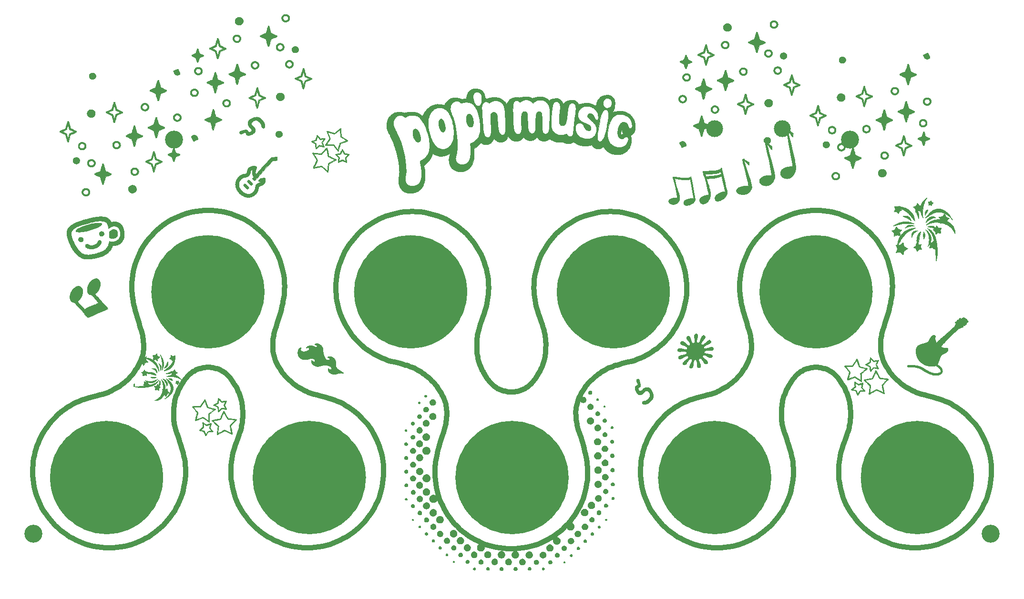
<source format=gbs>
%TF.GenerationSoftware,KiCad,Pcbnew,(6.0.7)*%
%TF.CreationDate,2022-08-31T23:23:45+08:00*%
%TF.ProjectId,popn_pico_plate,706f706e-5f70-4696-936f-5f706c617465,rev?*%
%TF.SameCoordinates,Original*%
%TF.FileFunction,Soldermask,Bot*%
%TF.FilePolarity,Negative*%
%FSLAX46Y46*%
G04 Gerber Fmt 4.6, Leading zero omitted, Abs format (unit mm)*
G04 Created by KiCad (PCBNEW (6.0.7)) date 2022-08-31 23:23:45*
%MOMM*%
%LPD*%
G01*
G04 APERTURE LIST*
%ADD10C,0.926041*%
%ADD11C,10.060000*%
%ADD12C,0.200000*%
%ADD13C,0.010000*%
%ADD14C,0.028000*%
%ADD15C,0.012000*%
%ADD16C,0.004000*%
%ADD17C,0.005000*%
%ADD18C,0.002000*%
%ADD19C,0.024000*%
%ADD20C,3.200000*%
%ADD21C,3.000000*%
G04 APERTURE END LIST*
D10*
%TO.C,G\u002A\u002A\u002A*%
X216794486Y-144665510D02*
X217473770Y-144751830D01*
X197040551Y-115083873D02*
X197209253Y-114850263D01*
X104839848Y-109966522D02*
X104804018Y-109638737D01*
X137107316Y-140577732D02*
X137556739Y-141049132D01*
X106896278Y-98472519D02*
X106896278Y-98472519D01*
X62170830Y-130664473D02*
X62157674Y-131249044D01*
X159032077Y-123730126D02*
X158862634Y-123101729D01*
X117949901Y-142856770D02*
X118500591Y-142503717D01*
X106872970Y-99217292D02*
X106889701Y-98845166D01*
X206312411Y-116385274D02*
X206415183Y-116589181D01*
X212977055Y-143483417D02*
X213578284Y-143755236D01*
X109523998Y-144751761D02*
X110213305Y-144804178D01*
X133050976Y-115160472D02*
X133285544Y-115404957D01*
X94166189Y-112850376D02*
X94423606Y-112901068D01*
X66133285Y-140846577D02*
X66604685Y-141295984D01*
X170383178Y-133984585D02*
X170534744Y-134641260D01*
X87446168Y-123503567D02*
X87380068Y-123202775D01*
X162299133Y-114244586D02*
X162583538Y-114031315D01*
X117381513Y-143183598D02*
X117949901Y-142856770D01*
X97888524Y-127477278D02*
X97745137Y-128004599D01*
X147996462Y-117074050D02*
X147727242Y-117113510D01*
X205564485Y-133984385D02*
X205716035Y-134641029D01*
X98263217Y-116200002D02*
X98362650Y-116385209D01*
X85777851Y-140375206D02*
X86204461Y-139882727D01*
X206415183Y-116589181D02*
X206519788Y-116810159D01*
X63496181Y-137133542D02*
X63795937Y-137718777D01*
X138028123Y-141498570D02*
X138520613Y-141925193D01*
X76379306Y-116831319D02*
X76108816Y-116966306D01*
X159825031Y-117001268D02*
X159825031Y-117001268D01*
X122166642Y-138837550D02*
X122519675Y-138286857D01*
X160727489Y-131451265D02*
X160724278Y-131270272D01*
X229738015Y-139369761D02*
X230116421Y-138837616D01*
X120958719Y-140374930D02*
X121385312Y-139882439D01*
X152864719Y-105826595D02*
X152953957Y-106121708D01*
X118252955Y-106159802D02*
X118904515Y-107059997D01*
X122519675Y-138286857D02*
X122846483Y-137718469D01*
X111320374Y-117300881D02*
X111061795Y-117199921D01*
X87665713Y-137718774D02*
X87965463Y-137133539D01*
X106846092Y-99588684D02*
X106872970Y-99217292D01*
X195300489Y-118996944D02*
X195365413Y-118698074D01*
X122186710Y-110053209D02*
X122665512Y-110349480D01*
X124484592Y-131249033D02*
X124471496Y-130664461D01*
X187888269Y-100632482D02*
X187931162Y-100888253D01*
X170630947Y-86440322D02*
X170029695Y-86168523D01*
X88350455Y-126221347D02*
X88100733Y-125504507D01*
X172125604Y-110053209D02*
X172590255Y-109738284D01*
X176357323Y-105690097D02*
X176636075Y-105208091D01*
X231824191Y-135285093D02*
X232007083Y-134641026D01*
X81729814Y-107416658D02*
X81729814Y-107416658D01*
X108464138Y-115679066D02*
X108189736Y-115459489D01*
X222253706Y-144394577D02*
X222897798Y-144211669D01*
X77118825Y-144751784D02*
X77798063Y-144665473D01*
X124282430Y-86168617D02*
X123681202Y-86440436D01*
X170876977Y-126755254D02*
X170700926Y-127290103D01*
X153623897Y-143386474D02*
X154192314Y-143059639D01*
X153038636Y-143686230D02*
X153623897Y-143386474D01*
X213107605Y-111240629D02*
X213000805Y-110923073D01*
X153219844Y-110323599D02*
X153179920Y-110625643D01*
X105023156Y-106842142D02*
X105098214Y-106543695D01*
X73559990Y-117819977D02*
X72540950Y-118071268D01*
X214822753Y-99217356D02*
X214839483Y-98845231D01*
X77599438Y-116099478D02*
X77294789Y-116300182D01*
X176681534Y-92205021D02*
X176354699Y-91636633D01*
X133604519Y-130706497D02*
X133587787Y-131078623D01*
X104913123Y-107416647D02*
X104960958Y-107132743D01*
X98977083Y-137718472D02*
X99303890Y-138286859D01*
X62981319Y-135915945D02*
X63224357Y-136532314D01*
X128901353Y-112530966D02*
X129157110Y-112622905D01*
X88040092Y-85965741D02*
X87438839Y-86237565D01*
X104804018Y-109638737D02*
X104784544Y-109302633D01*
X153293031Y-108510176D02*
X153298030Y-108795215D01*
X145347900Y-116811836D02*
X145133829Y-116724426D01*
X227987719Y-141295803D02*
X228459089Y-140846380D01*
X81850483Y-108596257D02*
X81862053Y-108955915D01*
X178206878Y-100411777D02*
X178268850Y-99838524D01*
X214758857Y-99959199D02*
X214795875Y-99588749D01*
X143090400Y-99767206D02*
X143125458Y-99221805D01*
X231665105Y-126755243D02*
X231249132Y-125714364D01*
X213047999Y-106543760D02*
X213134412Y-106236318D01*
X214174913Y-102875070D02*
X214292147Y-102414511D01*
X212972940Y-106842207D02*
X213047999Y-106543760D01*
X172867511Y-87798298D02*
X172335343Y-87419893D01*
X207253659Y-138286925D02*
X207606691Y-138837618D01*
X159430192Y-117702104D02*
X159616932Y-117357899D01*
X105283747Y-111561325D02*
X105157820Y-111240564D01*
X81858372Y-109302644D02*
X81838883Y-109638748D01*
X80029306Y-101143333D02*
X80133859Y-101678323D01*
X93031186Y-112782643D02*
X93324127Y-112767569D01*
X119627315Y-107904055D02*
X120417710Y-108687357D01*
X183016246Y-117392897D02*
X182762765Y-117476974D01*
X211746559Y-89838631D02*
X211319949Y-89346122D01*
X160448177Y-128780462D02*
X160448177Y-128780462D01*
X198853585Y-113394129D02*
X199047734Y-113292881D01*
X196592670Y-115772947D02*
X196592670Y-115772947D01*
X196606213Y-85722770D02*
X195989822Y-85965808D01*
X232364303Y-132636775D02*
X232416715Y-131947519D01*
X160343624Y-128245472D02*
X160231085Y-127735473D01*
X174532572Y-121236503D02*
X174129150Y-121620270D01*
X91256377Y-85055457D02*
X90587960Y-85174827D01*
X76108816Y-116966306D02*
X75842855Y-117088791D01*
X141500392Y-92205316D02*
X141173585Y-91636928D01*
X183680896Y-144821917D02*
X184379317Y-144804256D01*
X147446288Y-117141151D02*
X147153346Y-117156225D01*
X134373273Y-126608704D02*
X134252351Y-127048782D01*
X126830224Y-85377711D02*
X126173549Y-85529276D01*
X124057301Y-134640961D02*
X124208852Y-133984317D01*
X124433757Y-130085260D02*
X124371830Y-129512007D01*
X106468946Y-95080326D02*
X106286038Y-94436216D01*
X206862310Y-124448171D02*
X206741252Y-124798815D01*
X99385303Y-119600195D02*
X99427570Y-120067477D01*
X218483712Y-116966357D02*
X218213301Y-116831369D01*
X203691182Y-113395443D02*
X203875394Y-113502549D01*
X81088497Y-92587908D02*
X80816673Y-93189161D01*
X141907451Y-113113700D02*
X141802521Y-112877282D01*
X115992885Y-98674751D02*
X115992885Y-98674751D01*
X135637629Y-119957268D02*
X135673459Y-120285053D01*
X172069886Y-124233763D02*
X171791133Y-124715769D01*
X150674848Y-115699516D02*
X150543393Y-115825898D01*
X85734444Y-87217218D02*
X85202275Y-87595653D01*
X199206110Y-85055524D02*
X198537692Y-85174893D01*
X185549168Y-116099543D02*
X185244518Y-116300247D01*
X208388021Y-139882508D02*
X208814613Y-140374998D01*
X146860772Y-117140915D02*
X146580169Y-117113063D01*
X169598912Y-111336465D02*
X170129859Y-111120588D01*
X187165558Y-114763669D02*
X186921125Y-115001924D01*
X87257629Y-119600195D02*
X87297552Y-119298151D01*
X142114828Y-113538585D02*
X142012056Y-113334678D01*
X143125458Y-99221805D02*
X143138500Y-98674751D01*
X207101501Y-118403237D02*
X207176736Y-118698074D01*
X218213301Y-116831369D02*
X217937824Y-116682718D01*
X207396087Y-121704363D02*
X207376786Y-121999558D01*
X207295028Y-119298215D02*
X207335071Y-119600260D01*
X134647884Y-136734640D02*
X134919703Y-137335893D01*
X188523356Y-93805618D02*
X188309955Y-94436295D01*
X186128080Y-115679277D02*
X185843674Y-115892549D01*
X144377076Y-116309132D02*
X144054886Y-116072550D01*
X170120565Y-130664538D02*
X170107410Y-131249109D01*
X160727489Y-131451265D02*
X160727489Y-131451265D01*
X146455597Y-145007082D02*
X147154018Y-145024744D01*
X81388252Y-92002647D02*
X81088497Y-92587908D01*
X62314073Y-133316115D02*
X62433443Y-133984520D01*
X63343238Y-125714309D02*
X63124741Y-126229754D01*
X98000026Y-115772882D02*
X98080398Y-115892209D01*
X124471496Y-130664461D02*
X124433757Y-130085260D01*
X135696604Y-120967886D02*
X135685028Y-121327544D01*
X178397518Y-143755338D02*
X179013910Y-143998354D01*
X96100402Y-113614662D02*
X96422593Y-113851243D01*
X160571090Y-133518351D02*
X160657410Y-132839060D01*
X99446321Y-121704298D02*
X99427020Y-121999493D01*
X204665169Y-85326445D02*
X204008525Y-85174879D01*
X230116421Y-138837616D02*
X230469455Y-138286923D01*
X145087103Y-144868345D02*
X145766341Y-144954665D01*
X152127024Y-103702448D02*
X152376747Y-104419289D01*
X177496152Y-94007853D02*
X177253113Y-93391484D01*
X90378652Y-113729824D02*
X90544417Y-113613316D01*
X206002994Y-126955603D02*
X205838289Y-127477343D01*
X108748608Y-115892378D02*
X108464138Y-115679066D01*
X190150332Y-143183808D02*
X190718720Y-142857001D01*
X212808909Y-107828987D02*
X212862903Y-107416712D01*
X214775978Y-97084789D02*
X214689659Y-96405498D01*
X134252351Y-127048782D02*
X134135116Y-127509341D01*
X157157811Y-87419893D02*
X156625665Y-87798298D01*
X152005420Y-103337048D02*
X152127024Y-103702448D01*
X105258036Y-92002635D02*
X104931207Y-91434218D01*
X198023496Y-113972927D02*
X198171601Y-113849987D01*
X104962795Y-110606352D02*
X104892589Y-110288292D01*
X67609960Y-142125501D02*
X68142128Y-142503907D01*
X88656483Y-85722703D02*
X88040092Y-85965741D01*
X147153346Y-117156225D02*
X146860772Y-117140915D01*
X90587960Y-85174827D02*
X89931270Y-85326393D01*
X150546205Y-144597402D02*
X151190315Y-144414493D01*
X135454325Y-123081647D02*
X135379268Y-123380094D01*
X203340158Y-85055510D02*
X202660919Y-84969190D01*
X195915217Y-137133603D02*
X196187037Y-136532375D01*
X133856978Y-134186772D02*
X134008542Y-134843462D01*
X170263809Y-133316179D02*
X170383178Y-133984585D01*
X195562518Y-124097261D02*
X195473279Y-123802149D01*
X171646785Y-110349480D02*
X172125604Y-110053209D01*
X184058546Y-116966371D02*
X183792587Y-117088856D01*
X88642909Y-115772882D02*
X88642909Y-115772882D01*
X87415654Y-118698010D02*
X87490818Y-118403172D01*
X98292745Y-126219568D02*
X98171060Y-126584553D01*
X87279104Y-122598896D02*
X87242977Y-122298069D01*
X177726282Y-102633757D02*
X177880426Y-102090072D01*
X89119907Y-129074691D02*
X89019574Y-128538547D01*
X160710595Y-130908691D02*
X160700137Y-130728118D01*
X89090793Y-115083808D02*
X89259496Y-114850198D01*
X106286038Y-94436216D02*
X106072640Y-93805539D01*
X160654393Y-130187366D02*
X160634380Y-130007463D01*
X232434375Y-131249098D02*
X232421279Y-130664526D01*
X226450366Y-142503784D02*
X226982505Y-142125358D01*
X124713267Y-111336465D02*
X125256064Y-111530799D01*
X134191450Y-135487572D02*
X134404848Y-136118249D01*
X118310835Y-91086235D02*
X117957802Y-91636928D01*
X160117245Y-135487568D02*
X160300154Y-134843458D01*
X119092166Y-90041346D02*
X118689240Y-90554090D01*
X141159505Y-107022952D02*
X141215022Y-106721018D01*
X70878564Y-118587332D02*
X70347617Y-118803208D01*
X203079333Y-113112022D02*
X203293404Y-113199433D01*
X195679728Y-124448423D02*
X195562518Y-124097261D01*
X214654432Y-100696427D02*
X214711707Y-100328495D01*
X130264179Y-85119606D02*
X129565700Y-85101944D01*
X99226973Y-118698010D02*
X99291983Y-118996879D01*
X170158357Y-130085336D02*
X170120565Y-130664538D01*
X97338973Y-131249037D02*
X97338973Y-131249037D01*
X88876623Y-134641192D02*
X89028188Y-133984516D01*
X97614713Y-133984320D02*
X97766264Y-134640964D01*
X84689510Y-87998608D02*
X84197001Y-88425231D01*
X151173519Y-98674751D02*
X151173519Y-98674751D01*
X177134234Y-104209486D02*
X177352730Y-103694041D01*
X187624808Y-114268529D02*
X187400105Y-114519200D01*
X187856110Y-96405512D02*
X187769790Y-97084803D01*
X151834575Y-114150911D02*
X151834575Y-114150911D01*
X132552119Y-114690127D02*
X132806516Y-114922190D01*
X114101985Y-118071257D02*
X114101985Y-118071257D01*
X62356291Y-128945291D02*
X62270593Y-129512019D01*
X133772837Y-129227424D02*
X133715565Y-129595357D01*
X83851809Y-142125500D02*
X84364553Y-141722575D01*
X135692933Y-120621157D02*
X135696604Y-120967886D01*
X98912544Y-124448106D02*
X98791483Y-124798750D01*
X76654889Y-116682669D02*
X76654889Y-116682669D01*
X220531960Y-117693625D02*
X220031215Y-117554337D01*
X88754377Y-127479663D02*
X88589702Y-126958200D01*
X146580169Y-117113063D02*
X146311286Y-117073418D01*
X197209253Y-114850263D02*
X197404688Y-114604085D01*
X126173549Y-85529276D02*
X125529456Y-85712184D01*
X151190315Y-144414493D02*
X151820992Y-144201092D01*
X81615353Y-143483476D02*
X82200583Y-143183746D01*
X122846483Y-137718469D02*
X123146213Y-137133239D01*
X99656923Y-138837552D02*
X100035329Y-139369697D01*
X217612641Y-116494626D02*
X217297702Y-116300206D01*
X207349383Y-122298134D02*
X207313244Y-122598960D01*
X80365261Y-102674601D02*
X80488787Y-103138433D01*
X141050454Y-107924301D02*
X141077856Y-107625725D01*
X189679553Y-107416723D02*
X189733548Y-107828999D01*
X97444034Y-129613493D02*
X97387075Y-130156586D01*
X212527930Y-90883565D02*
X212149504Y-90351396D01*
X228009556Y-121236493D02*
X227155210Y-120518568D01*
X108844715Y-144665442D02*
X109523998Y-144751761D01*
X129565700Y-85101944D02*
X128867220Y-85119606D01*
X171791133Y-124715769D02*
X171532011Y-125209498D01*
X151723097Y-102444131D02*
X151887775Y-102965593D01*
X142012056Y-113334678D02*
X141907451Y-113113700D01*
X225269244Y-119297333D02*
X224763478Y-119040104D01*
X170220329Y-129512083D02*
X170158357Y-130085336D01*
X89679121Y-114351258D02*
X89802630Y-114224279D01*
X107925359Y-115233661D02*
X107670962Y-115001598D01*
X152864719Y-105826595D02*
X152864719Y-105826595D01*
X197404688Y-114604085D02*
X197628878Y-114351323D01*
X170700926Y-127290103D02*
X170546781Y-127833788D01*
X151191180Y-97976272D02*
X151173519Y-98674751D01*
X192314304Y-141722637D02*
X192806795Y-141296045D01*
X194234891Y-86864223D02*
X193684172Y-87217284D01*
X143288842Y-115318778D02*
X143093607Y-115072763D01*
X164746326Y-85101944D02*
X164746326Y-85101944D01*
X74060590Y-117693572D02*
X73559990Y-117819977D01*
X100911986Y-87217205D02*
X100361293Y-86864144D01*
X142588948Y-102446514D02*
X142732337Y-101919194D01*
X187810885Y-100068092D02*
X187817447Y-100118572D01*
X201971663Y-84916773D02*
X201273242Y-84899111D01*
X66179414Y-121620206D02*
X65792437Y-122019740D01*
X151600850Y-95282602D02*
X151449286Y-95939277D01*
X96710016Y-114099146D02*
X96964692Y-114352396D01*
X106547149Y-113748310D02*
X106351714Y-113479167D01*
X207335071Y-119600260D02*
X207377337Y-120067542D01*
X214292147Y-102414511D02*
X214404191Y-101932324D01*
X206242511Y-126219633D02*
X206120827Y-126584617D01*
X87380068Y-123202775D02*
X87324590Y-122900841D01*
X202373362Y-112901133D02*
X202619564Y-112962125D01*
X116586125Y-102633757D02*
X116762158Y-103168606D01*
X116062957Y-97287074D02*
X116010545Y-97976330D01*
X133631397Y-130335104D02*
X133604519Y-130706497D01*
X178163398Y-96607682D02*
X178044028Y-95939277D01*
X142424243Y-102968254D02*
X142424243Y-102968254D01*
X110911785Y-144821840D02*
X110911785Y-144821840D01*
X124286171Y-128945280D02*
X124177235Y-128385656D01*
X160634380Y-130007463D02*
X160634380Y-130007463D01*
X190718720Y-142857001D02*
X191269414Y-142503968D01*
X190396308Y-90351410D02*
X190017873Y-90883579D01*
X104442054Y-143183599D02*
X105027289Y-143483349D01*
X97495356Y-133315953D02*
X97614713Y-133984320D01*
X172367813Y-123764058D02*
X172069886Y-124233763D01*
X160634380Y-130007463D02*
X160634380Y-130007463D01*
X151457900Y-101385246D02*
X151579774Y-101917136D01*
X166134119Y-85172016D02*
X165444807Y-85119604D01*
X153219844Y-110323599D02*
X153219844Y-110323599D01*
X170534744Y-134641260D02*
X170717654Y-135285352D01*
X128867220Y-85119606D02*
X128177912Y-85172023D01*
X160587503Y-115912193D02*
X160802407Y-115655334D01*
X89286293Y-131947520D02*
X89303954Y-131249041D01*
X160687280Y-130547702D02*
X160672029Y-130367448D01*
X116813692Y-119040039D02*
X116295127Y-118803198D01*
X189788625Y-109638815D02*
X189752774Y-109966600D01*
X133285544Y-115404957D02*
X133510262Y-115655631D01*
X106761924Y-100328430D02*
X106809074Y-99959134D01*
X158992580Y-118683222D02*
X159118572Y-118362461D01*
X69846524Y-143483477D02*
X70447776Y-143755276D01*
X182293100Y-144751845D02*
X182982414Y-144804256D01*
X201273231Y-84899114D02*
X201273225Y-84899116D01*
X98606456Y-85965729D02*
X97990101Y-85722691D01*
X187975479Y-95737094D02*
X187856110Y-96405512D01*
X136603815Y-87067014D02*
X136035426Y-86740186D01*
X179925417Y-118220849D02*
X179371137Y-118393063D01*
X116195050Y-143755168D02*
X116796278Y-143483349D01*
X214828395Y-97774102D02*
X214775978Y-97084789D01*
X195917243Y-117046577D02*
X196022197Y-116810159D01*
X205288745Y-131249102D02*
X205306405Y-131947523D01*
X97949156Y-135285031D02*
X98162537Y-135915669D01*
X152953957Y-106121708D02*
X153031310Y-106420226D01*
X153234499Y-107625724D02*
X153261897Y-107924300D01*
X189752774Y-109966600D02*
X189700006Y-110288370D01*
X135219453Y-137921154D02*
X135546282Y-138489570D01*
X159463340Y-86168523D02*
X158862122Y-86440322D01*
X206002994Y-126955603D02*
X206002994Y-126955603D01*
X195164925Y-120067542D02*
X195207385Y-119600260D01*
X134135116Y-127509341D02*
X134023071Y-127991528D01*
X187817447Y-100118572D02*
X187817447Y-100118572D01*
X106752301Y-114011313D02*
X106547149Y-113748310D01*
X116603068Y-94638757D02*
X116420176Y-95282824D01*
X206627122Y-137133307D02*
X206926851Y-137718537D01*
X159118572Y-118362461D02*
X159264257Y-118036190D01*
X202115945Y-112850441D02*
X202373362Y-112901133D01*
X113082853Y-117819966D02*
X112582171Y-117693561D01*
X97990101Y-85722691D02*
X97359463Y-85509290D01*
X72540950Y-118071268D02*
X72540950Y-118071268D01*
X159903844Y-136118245D02*
X160117245Y-135487568D01*
X150255633Y-116073873D02*
X150098824Y-116193972D01*
X141077856Y-107625725D02*
X141113995Y-107324898D01*
X197253711Y-131249105D02*
X197253711Y-131249105D01*
X141685986Y-105125041D02*
X141935108Y-104420369D01*
X160609775Y-129805292D02*
X160576856Y-129547900D01*
X110213305Y-144804178D02*
X110911785Y-144821840D01*
X187931162Y-100888253D02*
X187979038Y-101143400D01*
X89028188Y-133984516D02*
X89147556Y-133316111D01*
X212842372Y-110288357D02*
X212789631Y-109966587D01*
X179013910Y-143998354D02*
X179644588Y-144211734D01*
X63582275Y-125209434D02*
X63343238Y-125714309D01*
X158619110Y-120621153D02*
X158638598Y-120285049D01*
X223171209Y-118393052D02*
X222616981Y-118220838D01*
X87196278Y-121704298D02*
X87184444Y-121413616D01*
X184329035Y-116831384D02*
X184058546Y-116966371D01*
X139612630Y-89548855D02*
X139163224Y-89077472D01*
X69829019Y-119040049D02*
X69323225Y-119297278D01*
X161354399Y-85529235D02*
X160710332Y-85712127D01*
X106739879Y-96405433D02*
X106620511Y-95737016D01*
X166813411Y-85258326D02*
X166134119Y-85172016D01*
X152811761Y-92205021D02*
X152512011Y-92790256D01*
X171216208Y-86740052D02*
X170630947Y-86440322D01*
X160112221Y-127249194D02*
X159988696Y-126785362D01*
X155275201Y-142328143D02*
X155787967Y-141925187D01*
X189308647Y-111561402D02*
X189162959Y-111887673D01*
X188127045Y-95080404D02*
X187975479Y-95737094D01*
X123418012Y-136532020D02*
X123661028Y-135915665D01*
X201273883Y-112767633D02*
X201273883Y-112767633D01*
X76654889Y-116682669D02*
X76379306Y-116831319D01*
X196430072Y-135916006D02*
X196643471Y-135285349D01*
X221597032Y-144546142D02*
X222253706Y-144394577D01*
X106351714Y-113479167D02*
X106165953Y-113203897D01*
X187739930Y-99376163D02*
X187755183Y-99556417D01*
X185747811Y-144665534D02*
X186416179Y-144546177D01*
X99317968Y-122900841D02*
X99262451Y-123202775D01*
X79790198Y-99376097D02*
X79805448Y-99556350D01*
X80029306Y-101143333D02*
X80029306Y-101143333D01*
X151887775Y-102965593D02*
X151887775Y-102965593D01*
X213779383Y-93189213D02*
X213507563Y-92587960D01*
X184604617Y-116682733D02*
X184329035Y-116831384D01*
X117957802Y-91636928D02*
X117630994Y-92205316D01*
X183680896Y-144821917D02*
X183680896Y-144821917D01*
X219560039Y-144804247D02*
X220249345Y-144751830D01*
X215141711Y-114518896D02*
X214916994Y-114268223D01*
X116043721Y-99838524D02*
X116105649Y-100411777D01*
X104784544Y-109302633D02*
X104780873Y-108955904D01*
X214404191Y-101932324D02*
X214509540Y-101427359D01*
X152405035Y-113113698D02*
X152197566Y-113538583D01*
X152512011Y-92790256D02*
X152240192Y-93391484D01*
X188810279Y-112565964D02*
X188602176Y-112922594D01*
X205333626Y-114851095D02*
X205502169Y-115084529D01*
X193727602Y-140375269D02*
X194154213Y-139882790D01*
X207157448Y-86237618D02*
X206556229Y-85965794D01*
X160709827Y-132149747D02*
X160727489Y-131451265D01*
X117178132Y-104209486D02*
X117676279Y-105208091D01*
X102790836Y-142125293D02*
X103322975Y-142503718D01*
X187850362Y-100375964D02*
X187888269Y-100632482D01*
X174344185Y-89077222D02*
X173872785Y-88627815D01*
X156280476Y-141498564D02*
X156751876Y-141049126D01*
X81591753Y-110923020D02*
X81484900Y-111240575D01*
X64475833Y-138837856D02*
X64854268Y-139369995D01*
X187699710Y-98472597D02*
X187702922Y-98653591D01*
X208861760Y-87217270D02*
X208311066Y-86864208D01*
X130213962Y-113092482D02*
X130489436Y-113241133D01*
X212910740Y-107132808D02*
X212972940Y-106842207D01*
X195207385Y-119600260D02*
X195247310Y-119298215D01*
X77798063Y-144665473D02*
X78466431Y-144546116D01*
X150403739Y-115950933D02*
X150255633Y-116073873D01*
X207068617Y-123802149D02*
X206979267Y-124097261D01*
X131129553Y-113623646D02*
X131434290Y-113824379D01*
X176981290Y-92790256D02*
X176681534Y-92205021D01*
X79767652Y-97774051D02*
X79749990Y-98472532D01*
X89931270Y-85326393D02*
X89287160Y-85509302D01*
X142528317Y-94638757D02*
X142314937Y-94008119D01*
X113647258Y-144546073D02*
X114303933Y-144394509D01*
X205572944Y-128536909D02*
X205472537Y-129073426D01*
X160634380Y-130007463D02*
X160622326Y-129905880D01*
X176091868Y-142503969D02*
X176642587Y-142857002D01*
X142854294Y-101386949D02*
X142954701Y-100850433D01*
X197253711Y-131249105D02*
X197240478Y-130702330D01*
X111576131Y-117392820D02*
X111320374Y-117300881D01*
X187792835Y-99916401D02*
X187792835Y-99916401D01*
X98778704Y-117296741D02*
X98879763Y-117559152D01*
X142214261Y-113723791D02*
X142114828Y-113538585D01*
X195801020Y-124799327D02*
X195679728Y-124448423D01*
X197240478Y-130702330D02*
X197205328Y-130157254D01*
X92481012Y-112849745D02*
X92750232Y-112810284D01*
X212862903Y-107416712D02*
X212862903Y-107416712D01*
X101314254Y-140846315D02*
X101785623Y-141295738D01*
X143118024Y-144414500D02*
X143762091Y-144597410D01*
X102920750Y-88874657D02*
X102449367Y-88425219D01*
X133715565Y-129595357D02*
X133668415Y-129964654D01*
X205472537Y-129073426D02*
X205393797Y-129613558D01*
X67437194Y-120518513D02*
X67002248Y-120869015D01*
X123891355Y-127290028D02*
X123715323Y-126755179D01*
X95390384Y-85055445D02*
X94711145Y-84969125D01*
X182982414Y-144804256D02*
X183680896Y-144821917D01*
X198669149Y-113501212D02*
X198853585Y-113394129D01*
X104913123Y-107416647D02*
X104913123Y-107416647D01*
X195388569Y-86237632D02*
X194803308Y-86537388D01*
X81680023Y-110606364D02*
X81591753Y-110923020D01*
X151449286Y-95939277D02*
X151329917Y-96607682D01*
X91097977Y-113292816D02*
X91302093Y-113198151D01*
X80397780Y-143998292D02*
X81014134Y-143755276D01*
X155787967Y-141925187D02*
X156280476Y-141498564D01*
X87350730Y-118996879D02*
X87415654Y-118698010D01*
X98053226Y-126955538D02*
X97888524Y-127477278D01*
X206030159Y-115892274D02*
X206118392Y-116035191D01*
X195989822Y-85965808D02*
X195388569Y-86237632D01*
X106454414Y-101932259D02*
X106559764Y-101427294D01*
X151022547Y-115319775D02*
X150798357Y-115572537D01*
X170107410Y-131249109D02*
X170107410Y-131249109D01*
X62270593Y-129512019D02*
X62208621Y-130085272D01*
X106875543Y-144211601D02*
X107519635Y-144394509D01*
X174298060Y-108303590D02*
X174685037Y-107904055D01*
X224244913Y-118803263D02*
X223714005Y-118587386D01*
X152986655Y-111520621D02*
X152902758Y-111809796D01*
X163358649Y-85172016D02*
X162679411Y-85258326D01*
X188602176Y-112922594D02*
X188426046Y-113204083D01*
X94423606Y-112901068D02*
X94669808Y-112962061D01*
X214711707Y-100328495D02*
X214758857Y-99959199D01*
X142071921Y-93391765D02*
X141800122Y-92790546D01*
X104859129Y-107828922D02*
X104913123Y-107416647D01*
X134695641Y-117357902D02*
X134882278Y-117702108D01*
X229335089Y-139882506D02*
X229738015Y-139369761D01*
X187817447Y-100118572D02*
X187850362Y-100375964D01*
X166416891Y-112230226D02*
X166917490Y-112103820D01*
X206979267Y-124097261D02*
X206979267Y-124097261D01*
X104578154Y-90883500D02*
X104199728Y-90351331D01*
X174554424Y-141296046D02*
X175046933Y-141722639D01*
X67002248Y-120869015D02*
X66582836Y-121236438D01*
X94905047Y-113032606D02*
X95129577Y-113111957D01*
X115992885Y-98674751D02*
X116005981Y-99259323D01*
X88072439Y-116810094D02*
X88279910Y-116385209D01*
X189773956Y-108221431D02*
X189800224Y-108596324D01*
X195274346Y-122900906D02*
X195228859Y-122598960D01*
X79843095Y-99916334D02*
X79843095Y-99916334D01*
X80290557Y-113479369D02*
X80095126Y-113748568D01*
X80177324Y-95080339D02*
X80025758Y-95737029D01*
X104931207Y-91434218D02*
X104578154Y-90883500D01*
X189811794Y-108955982D02*
X189808113Y-109302711D01*
X131434290Y-113824379D02*
X131728872Y-114031409D01*
X88279910Y-116385209D02*
X88474086Y-116035126D01*
X141173585Y-91636928D02*
X140820552Y-91086235D01*
X141092174Y-110323599D02*
X141049906Y-109856317D01*
X196300214Y-126221412D02*
X196050493Y-125504572D01*
X141132214Y-110625643D02*
X141092174Y-110323599D01*
X151834575Y-114150911D02*
X151386687Y-114839986D01*
X232416715Y-131947519D02*
X232434375Y-131249098D01*
X164368666Y-112957494D02*
X164634627Y-112835008D01*
X64418076Y-123763993D02*
X64120149Y-124233698D01*
X160710332Y-85712127D02*
X160079695Y-85925507D01*
X97352016Y-130701986D02*
X97338973Y-131249037D01*
X201566458Y-112782944D02*
X201847062Y-112810795D01*
X207742678Y-86537373D02*
X207157448Y-86237618D01*
X160186924Y-116444429D02*
X160382356Y-116175229D01*
X135091983Y-124333998D02*
X134863739Y-125030221D01*
X89255576Y-130157189D02*
X89198606Y-129614451D01*
X90719391Y-113501147D02*
X90903827Y-113394064D01*
X153126743Y-110926915D02*
X153061819Y-111225784D01*
X175220247Y-90041069D02*
X174793623Y-89548591D01*
X117319460Y-119297268D02*
X116813692Y-119040039D01*
X87612762Y-124097197D02*
X87612762Y-124097197D01*
X93323467Y-84899046D02*
X93323467Y-84899046D01*
X132957847Y-85529276D02*
X132301173Y-85377711D01*
X213807109Y-104138460D02*
X214053993Y-103315149D01*
X165410969Y-112530966D02*
X165664451Y-112446889D01*
X149889514Y-144748968D02*
X150546205Y-144597402D01*
X141092174Y-110323599D02*
X141092174Y-110323599D01*
X191675327Y-88874736D02*
X191225888Y-89346136D01*
X195473279Y-123802149D02*
X195395925Y-123503631D01*
X88100733Y-125504507D02*
X87851260Y-124799262D01*
X109988044Y-116682653D02*
X109988044Y-116682653D01*
X99303890Y-138286859D02*
X99656923Y-138837552D01*
X85202275Y-87595653D02*
X84689510Y-87998608D01*
X232235954Y-128945345D02*
X232127018Y-128385721D01*
X78971392Y-115001859D02*
X78717031Y-115233887D01*
X196826379Y-134641256D02*
X196977944Y-133984581D01*
X89934085Y-114097897D02*
X90073738Y-113972863D01*
X132301173Y-85377711D02*
X131632768Y-85258342D01*
X121788237Y-139369695D02*
X122166642Y-138837550D01*
X131728872Y-114031409D02*
X132013341Y-114244721D01*
X141113995Y-107324898D02*
X141159505Y-107022952D01*
X189038219Y-92587974D02*
X188766395Y-93189227D01*
X160001163Y-116719779D02*
X160186924Y-116444429D01*
X116762158Y-103168606D02*
X117178132Y-104209486D01*
X140116196Y-143059646D02*
X140684584Y-143386481D01*
X116268625Y-95939468D02*
X116149268Y-96607836D01*
X85328427Y-140846575D02*
X85777851Y-140375206D01*
X79820069Y-97084738D02*
X79767652Y-97774051D01*
X200980943Y-112782708D02*
X201273883Y-112767633D01*
X174129150Y-121620270D02*
X173742173Y-122019805D01*
X105051020Y-110923008D02*
X104962795Y-110606352D01*
X195288638Y-138287227D02*
X195615467Y-137718838D01*
X105027289Y-143483349D02*
X105628517Y-143755168D01*
X199047734Y-113292881D02*
X199251850Y-113198215D01*
X89233875Y-132636828D02*
X89286293Y-131947520D01*
X189800224Y-108596324D02*
X189811794Y-108955982D01*
X116420176Y-95282824D02*
X116268625Y-95939468D01*
X120850169Y-122019730D02*
X120059774Y-121236428D01*
X75032666Y-144804195D02*
X75731147Y-144821855D01*
X141022259Y-109343840D02*
X141014314Y-108795217D01*
X107519635Y-144394509D02*
X108176310Y-144546073D01*
X110799834Y-117088778D02*
X110533929Y-116966292D01*
X185843674Y-115892549D02*
X185549168Y-116099543D01*
X195137180Y-120580019D02*
X195164925Y-120067542D01*
X199690993Y-113031625D02*
X199926524Y-112961196D01*
X212862903Y-107416712D02*
X212910740Y-107132808D01*
X112978853Y-144665442D02*
X113647258Y-144546073D01*
X133510262Y-115655631D02*
X133725176Y-115912477D01*
X189664811Y-91434297D02*
X189337975Y-92002714D01*
X189184522Y-105521352D02*
X189395145Y-106193736D01*
X91935669Y-84969138D02*
X91256377Y-85055457D01*
X79450372Y-114519135D02*
X79215825Y-114763604D01*
X133601939Y-85712183D02*
X132957847Y-85529276D01*
X150098824Y-116193972D02*
X149933059Y-116310479D01*
X188963883Y-143755337D02*
X189565102Y-143483538D01*
X88589702Y-126958200D02*
X88589702Y-126958200D01*
X194803308Y-86537388D02*
X194234891Y-86864223D01*
X189564588Y-106822134D02*
X189629711Y-107123018D01*
X171174093Y-136532378D02*
X171445917Y-137133606D01*
X83725601Y-88874670D02*
X83276163Y-89346070D01*
X87762677Y-117559152D02*
X87863729Y-117296741D01*
X141564924Y-105475686D02*
X141685986Y-105125041D01*
X134311526Y-116719893D02*
X134487659Y-117001272D01*
X147153346Y-117156225D02*
X147153346Y-117156225D01*
X87338884Y-138287163D02*
X87665713Y-137718774D01*
X177796265Y-143483539D02*
X178397518Y-143755338D01*
X205309237Y-85509355D02*
X204665169Y-85326445D01*
X165155214Y-112622905D02*
X165410969Y-112530966D01*
X143762091Y-144597410D02*
X144418735Y-144748976D01*
X64854268Y-139369995D02*
X65257224Y-139882729D01*
X99458156Y-121413616D02*
X99446321Y-121704298D01*
X232421279Y-130664526D02*
X232383540Y-130085325D01*
X151997156Y-94007853D02*
X151783758Y-94638510D01*
X92750232Y-112810284D02*
X93031186Y-112782643D01*
X212149504Y-90351396D02*
X211746559Y-89838631D01*
X107191934Y-114518831D02*
X106967215Y-114268158D01*
X141500849Y-112091680D02*
X141409688Y-111809796D01*
X230796263Y-137718534D02*
X231095993Y-137133304D01*
X207146054Y-123503631D02*
X207068617Y-123802149D01*
X184929682Y-116494648D02*
X184604617Y-116682733D01*
X81614848Y-106822068D02*
X81679972Y-107122953D01*
X81047288Y-112221693D02*
X80860548Y-112565899D01*
X214235817Y-94436281D02*
X214022418Y-93805604D01*
X189808113Y-109302711D02*
X189788625Y-109638815D01*
X145807668Y-116961733D02*
X145572429Y-116891188D01*
X214702082Y-114011378D02*
X214496931Y-113748375D01*
X105595202Y-112221682D02*
X105429356Y-111887596D01*
X105613745Y-104893568D02*
X105857326Y-104138396D01*
X140039222Y-90041345D02*
X139612630Y-89548855D01*
X118904515Y-107059997D02*
X119627315Y-107904055D01*
X135658759Y-121702436D02*
X135618350Y-122094868D01*
X121385312Y-139882439D02*
X121788237Y-139369695D01*
X177778752Y-119040114D02*
X177272959Y-119297343D01*
X195562518Y-124097261D02*
X195562518Y-124097261D01*
X89802630Y-114224279D02*
X89934085Y-114097897D01*
X106165953Y-113203897D02*
X105989822Y-112922518D01*
X177550231Y-103168606D02*
X177726282Y-102633757D01*
X189434640Y-111240641D02*
X189308647Y-111561402D01*
X215376277Y-114763382D02*
X215141711Y-114518896D01*
X103322975Y-142503718D02*
X103873665Y-142856771D01*
X138520613Y-141925193D02*
X139033357Y-142328149D01*
X62227753Y-132636832D02*
X62314073Y-133316115D01*
X141698773Y-112627052D02*
X141597713Y-112364642D01*
X121272057Y-109405282D02*
X122186710Y-110053209D01*
X120932013Y-88201438D02*
X120439535Y-88628048D01*
X105157820Y-111240564D02*
X105051020Y-110923008D01*
X187979038Y-101143400D02*
X188083592Y-101678390D01*
X170029695Y-86168523D02*
X169413304Y-85925507D01*
X204914446Y-114352460D02*
X205138391Y-114605080D01*
X87215579Y-121999493D02*
X87196278Y-121704298D01*
X67097194Y-141722576D02*
X67609960Y-142125501D01*
X99427570Y-120067477D02*
X99455216Y-120579954D01*
X125256064Y-111530799D02*
X125810293Y-111703013D01*
X110911785Y-144821840D02*
X111610264Y-144804178D01*
X214115739Y-113203962D02*
X213939609Y-112922583D01*
X171445917Y-137133606D02*
X171745673Y-137718841D01*
X106620511Y-95737016D02*
X106468946Y-95080326D01*
X149221097Y-144868337D02*
X149889514Y-144748968D01*
X116149268Y-96607836D02*
X116062957Y-97287074D01*
X135292855Y-123687536D02*
X135091983Y-124333998D01*
X136277761Y-139572457D02*
X136680705Y-140085223D01*
X123874409Y-135285028D02*
X124057301Y-134640961D01*
X116796278Y-143483349D02*
X117381513Y-143183598D01*
X114101985Y-118071257D02*
X113082853Y-117819966D01*
X136035426Y-86740186D02*
X135450192Y-86440436D01*
X206741252Y-124798815D02*
X206492132Y-125503488D01*
X98171060Y-126584553D02*
X98053226Y-126955538D01*
X152747512Y-105475435D02*
X152864719Y-105826595D01*
X188044857Y-113748633D02*
X187839711Y-114011669D01*
X141935108Y-104420369D02*
X142184727Y-103704225D01*
X232127018Y-128385721D02*
X231995261Y-127833777D01*
X214418725Y-95080391D02*
X214235817Y-94436281D01*
X214570290Y-95737081D02*
X214418725Y-95080391D01*
X121444748Y-87798493D02*
X120932013Y-88201438D01*
X142862760Y-95939468D02*
X142711209Y-95282824D01*
X180490680Y-118071333D02*
X179925417Y-118220849D01*
X149758085Y-116422649D02*
X149573649Y-116529731D01*
X198494175Y-113613381D02*
X198669149Y-113501212D01*
X98677353Y-137133242D02*
X98977083Y-137718472D01*
X97188637Y-114605015D02*
X97383872Y-114851030D01*
X193152003Y-87595719D02*
X192639237Y-87998675D01*
X78452697Y-115459676D02*
X78178349Y-115679212D01*
X98674956Y-117046512D02*
X98778704Y-117296741D01*
X147852492Y-145007074D02*
X148541805Y-144954657D01*
X65422359Y-122434463D02*
X65069637Y-122863799D01*
X148500708Y-116962664D02*
X148254200Y-117023518D01*
X80743178Y-104003845D02*
X80996275Y-104794736D01*
X198328410Y-113729889D02*
X198494175Y-113613381D01*
X178249718Y-97286964D02*
X178163398Y-96607682D01*
X65069637Y-122863799D02*
X64734724Y-123307168D01*
X87187425Y-120579954D02*
X87215170Y-120067477D01*
X131632768Y-85258342D02*
X130953486Y-85172023D01*
X124208852Y-133984317D02*
X124328209Y-133315949D01*
X206212978Y-116200067D02*
X206312411Y-116385274D01*
X151783758Y-94638510D02*
X151600850Y-95282602D01*
X160724278Y-131270272D02*
X160718644Y-131089411D01*
X171292974Y-125714374D02*
X171074478Y-126229819D01*
X159660805Y-136734636D02*
X159903844Y-136118245D01*
X195165334Y-121999558D02*
X195146034Y-121704363D01*
X135426458Y-119000782D02*
X135514683Y-119317437D01*
X135514683Y-119317437D02*
X135584889Y-119635498D01*
X109043190Y-116099408D02*
X108748608Y-115892378D01*
X188314996Y-102674668D02*
X188438523Y-103138500D01*
X89303954Y-131249041D02*
X89303954Y-131249041D01*
X187772820Y-99736498D02*
X187792835Y-99916401D01*
X159089226Y-137921149D02*
X159388982Y-137335888D01*
X190017873Y-90883579D02*
X189664811Y-91434297D01*
X219270160Y-117300946D02*
X219011580Y-117199985D01*
X67887220Y-120185511D02*
X67437194Y-120518513D01*
X129415689Y-112723865D02*
X129677649Y-112835008D01*
X141185493Y-110926915D02*
X141132214Y-110625643D01*
X174951984Y-120869080D02*
X174532572Y-121236503D01*
X124898799Y-85925582D02*
X124282430Y-86168617D01*
X189395145Y-106193736D02*
X189564588Y-106822134D01*
X116816448Y-94008120D02*
X116603068Y-94638757D01*
X175559699Y-142125564D02*
X176091868Y-142503969D01*
X152626220Y-105124532D02*
X152747512Y-105475435D01*
X232158635Y-133984382D02*
X232277992Y-133316014D01*
X134404848Y-136118249D02*
X134647884Y-136734640D01*
X94669808Y-112962061D02*
X94905047Y-113032606D01*
X203875394Y-113502549D02*
X204050157Y-113614727D01*
X87523523Y-123802084D02*
X87446168Y-123503567D01*
X88472058Y-126586746D02*
X88350455Y-126221347D01*
X99427020Y-121999493D02*
X99399618Y-122298069D01*
X231610810Y-135915731D02*
X231824191Y-135285093D01*
X81358909Y-111561336D02*
X81213223Y-111887607D01*
X187792835Y-99916401D02*
X187804889Y-100017986D01*
X124177235Y-128385656D02*
X124045478Y-127833713D01*
X199466186Y-113110881D02*
X199690993Y-113031625D01*
X226982505Y-142125358D02*
X227495241Y-141722414D01*
X178302135Y-97976272D02*
X178249718Y-97286964D01*
X153491643Y-91085943D02*
X153138590Y-91636633D01*
X207376786Y-121999558D02*
X207349383Y-122298134D01*
X68830691Y-119574316D02*
X68351871Y-119870586D01*
X189629764Y-110606430D02*
X189541494Y-110923085D01*
X213233533Y-111561390D02*
X213107605Y-111240629D01*
X66582836Y-121236438D02*
X66179414Y-121620206D01*
X145133829Y-116724426D02*
X144929963Y-116629703D01*
X111829629Y-117476897D02*
X111576131Y-117392820D01*
X145572429Y-116891188D02*
X145347900Y-116811836D01*
X142308847Y-113888668D02*
X142214261Y-113723791D01*
X80573634Y-93805552D02*
X80360234Y-94436229D01*
X169413304Y-85925507D02*
X168782627Y-85712127D01*
X160634380Y-130007463D02*
X160634380Y-130007463D01*
X158409329Y-139040284D02*
X158762390Y-138489565D01*
X172335343Y-87419893D02*
X171784624Y-87066860D01*
X97552414Y-115084464D02*
X98000026Y-115772882D01*
X200574715Y-84916787D02*
X199885402Y-84969204D01*
X79867702Y-100118505D02*
X79900622Y-100375897D01*
X156112921Y-88201223D02*
X155620431Y-88627815D01*
X173206961Y-139882793D02*
X173633585Y-140375271D01*
X189162959Y-111887673D02*
X188997022Y-112221758D01*
X110533929Y-116966292D02*
X110263519Y-116831304D01*
X84364553Y-141722575D02*
X84857044Y-141295982D01*
X79123075Y-144394565D02*
X79767142Y-144211673D01*
X153298030Y-108795215D02*
X153290050Y-109343838D01*
X171745673Y-137718841D02*
X172072509Y-138287229D01*
X196187037Y-136532375D02*
X196430072Y-135916006D01*
X170306027Y-128945356D02*
X170220329Y-129512083D01*
X213939609Y-112922583D02*
X213939609Y-112922583D01*
X129677649Y-112835008D02*
X129943553Y-112957494D01*
X195440577Y-118403237D02*
X195524474Y-118114062D01*
X143120840Y-97976330D02*
X143068428Y-97287074D01*
X175742749Y-106616627D02*
X176059396Y-106159802D01*
X228799951Y-122019795D02*
X228009556Y-121236493D01*
X81445406Y-106193669D02*
X81614848Y-106822068D01*
X105184626Y-106236253D02*
X105385500Y-105589791D01*
X224144824Y-143755236D02*
X224746052Y-143483416D01*
X140820552Y-91086235D02*
X140442147Y-90554090D01*
X144551839Y-116421309D02*
X144377076Y-116309132D01*
X176301606Y-119870651D02*
X175836956Y-120185576D01*
X174083023Y-140846640D02*
X174554424Y-141296046D01*
X160448177Y-128780462D02*
X160343624Y-128245472D01*
X65683847Y-140375208D02*
X66133285Y-140846577D01*
X148254200Y-117023518D02*
X147996462Y-117074050D01*
X188946014Y-104794803D02*
X189184522Y-105521352D01*
X142487387Y-144201099D02*
X143118024Y-144414500D01*
X118290775Y-119870577D02*
X117811972Y-119574306D01*
X159616932Y-117357899D02*
X159825031Y-117001268D01*
X164098174Y-113092482D02*
X164368666Y-112957494D01*
X135319659Y-118683226D02*
X135426458Y-119000782D01*
X151221898Y-99766603D02*
X151278868Y-100309341D01*
X79900622Y-100375897D02*
X79938529Y-100632416D01*
X91976766Y-112961131D02*
X92223275Y-112900276D01*
X232383540Y-130085325D02*
X232321613Y-129512072D01*
X153138590Y-91636633D02*
X152811761Y-92205021D01*
X151243598Y-97286964D02*
X151191180Y-97976272D01*
X170648457Y-110883747D02*
X171154250Y-110626518D01*
X141014314Y-108795217D02*
X141019318Y-108510178D01*
X133598872Y-132149750D02*
X133651290Y-132839063D01*
X62465260Y-128385667D02*
X62356291Y-128945291D01*
X188766395Y-93189227D02*
X188523356Y-93805618D01*
X101785623Y-141295738D02*
X102278101Y-141722348D01*
X199251850Y-113198215D02*
X199466186Y-113110881D01*
X71421405Y-118392998D02*
X70878564Y-118587332D01*
X176780425Y-119574381D02*
X176301606Y-119870651D01*
X201273225Y-84899116D02*
X201273219Y-84899118D01*
X142184727Y-103704225D02*
X142306411Y-103339240D01*
X214509540Y-101427359D02*
X214587040Y-101062785D01*
X71694844Y-144211673D02*
X72338954Y-144394565D01*
X165916222Y-112369513D02*
X166416891Y-112230226D01*
X216139510Y-115459553D02*
X215875133Y-115233726D01*
X152197566Y-113538583D02*
X152003394Y-113888667D01*
X79767142Y-144211673D02*
X80397780Y-143998292D01*
X196050493Y-125504572D02*
X195801020Y-124799327D01*
X82849540Y-89838579D02*
X82446584Y-90351344D01*
X207212214Y-123202840D02*
X207146054Y-123503631D01*
X214839483Y-98845231D02*
X214846057Y-98472584D01*
X163822589Y-113241133D02*
X164098174Y-113092482D01*
X225899676Y-142856838D02*
X226450366Y-142503784D01*
X195192732Y-122298134D02*
X195165334Y-121999558D01*
X211272741Y-142503785D02*
X211823431Y-142856839D01*
X97359463Y-85509290D02*
X96715396Y-85326380D01*
X91516428Y-113110816D02*
X91741235Y-113031560D01*
X188240287Y-113479433D02*
X188044857Y-113748633D01*
X158797511Y-122800844D02*
X158747669Y-122507139D01*
X108189736Y-115459489D02*
X107925359Y-115233661D01*
X198537692Y-85174893D02*
X197881001Y-85326459D01*
X141281180Y-106420226D02*
X141358616Y-106121708D01*
X86853579Y-86537321D02*
X86285162Y-86864156D01*
X195207385Y-119600260D02*
X195207385Y-119600260D01*
X134919703Y-137335893D02*
X135219453Y-137921154D01*
X115578681Y-143998203D02*
X116195050Y-143755168D01*
X132013341Y-114244721D02*
X132287742Y-114464299D01*
X89019574Y-128538547D02*
X88897699Y-128006658D01*
X135193733Y-118362465D02*
X135319659Y-118683226D01*
X186666763Y-115233952D02*
X186402429Y-115459741D01*
X164896621Y-112723865D02*
X165155214Y-112622905D01*
X143138500Y-98674751D02*
X143120840Y-97976330D01*
X180945389Y-144546177D02*
X181613807Y-144665534D01*
X151887775Y-102965593D02*
X152005420Y-103337048D01*
X115221420Y-118392987D02*
X114667191Y-118220773D01*
X91741235Y-113031560D02*
X91976766Y-112961131D01*
X89147556Y-133316111D02*
X89233875Y-132636828D01*
X62433443Y-133984520D02*
X62585008Y-134641195D01*
X129943553Y-112957494D02*
X130213962Y-113092482D01*
X80652448Y-112922529D02*
X80476317Y-113204018D01*
X195813487Y-117296806D02*
X195917243Y-117046577D01*
X187839711Y-114011669D02*
X187624808Y-114268529D01*
X196539462Y-126958265D02*
X196421817Y-126586811D01*
X232277992Y-133316014D02*
X232364303Y-132636775D01*
X158626999Y-121327540D02*
X158615428Y-120967882D01*
X89290723Y-130702265D02*
X89255576Y-130157189D01*
X79843095Y-99916334D02*
X79843095Y-99916334D01*
X197148356Y-129614516D02*
X197069656Y-129074756D01*
X158762390Y-138489565D02*
X159089226Y-137921149D01*
X94021888Y-84916708D02*
X93323467Y-84899046D01*
X173040280Y-109405282D02*
X173475226Y-109054781D01*
X76979953Y-116494583D02*
X76654889Y-116682669D01*
X75842855Y-117088791D02*
X75580861Y-117199934D01*
X83319664Y-142503905D02*
X83851809Y-142125500D01*
X142732337Y-101919194D02*
X142854294Y-101386949D01*
X172072509Y-138287229D02*
X172425570Y-138837919D01*
X215875133Y-115233726D02*
X215620736Y-115001663D01*
X170414996Y-128385732D02*
X170306027Y-128945356D01*
X105989822Y-112922518D02*
X105781840Y-112565887D01*
X110263519Y-116831304D02*
X109988044Y-116682653D01*
X224746052Y-143483416D02*
X225331287Y-143183666D01*
X206355323Y-136532089D02*
X206627122Y-137133307D01*
X97745137Y-128004599D02*
X97623181Y-128536844D01*
X214795875Y-99588749D02*
X214822753Y-99217356D01*
X135379268Y-123380094D02*
X135292855Y-123687536D01*
X95343648Y-113199368D02*
X95547514Y-113294090D01*
X180288698Y-144394626D02*
X180945389Y-144546177D01*
X63841397Y-124715704D02*
X63582275Y-125209434D01*
X135546282Y-138489570D02*
X135899335Y-139040289D01*
X141269814Y-143686237D02*
X141871032Y-143958061D01*
X160802407Y-115655334D02*
X161027111Y-115404663D01*
X205393797Y-129613558D02*
X205336840Y-130156651D01*
X192639237Y-87998675D02*
X192146727Y-88425298D01*
X97383872Y-114851030D02*
X97552414Y-115084464D01*
X212753800Y-109638802D02*
X212734326Y-109302697D01*
X88897699Y-128006658D02*
X88754377Y-127479663D01*
X192806795Y-141296045D02*
X193278179Y-140846638D01*
X135899335Y-139040289D02*
X136277761Y-139572457D01*
X222616981Y-118220838D02*
X222051776Y-118071321D01*
X213379143Y-111887661D02*
X213233533Y-111561390D01*
X106559764Y-101427294D02*
X106637262Y-101062720D01*
X160700137Y-130728118D02*
X160687280Y-130547702D01*
X147154018Y-145024744D02*
X147154018Y-145024744D01*
X187792835Y-99916401D02*
X187792835Y-99916401D01*
X133581210Y-131451269D02*
X133581210Y-131451269D01*
X117059465Y-93391765D02*
X116816448Y-94008120D01*
X188347528Y-143998353D02*
X188963883Y-143755337D01*
X173742173Y-122019805D02*
X173372096Y-122434528D01*
X178828296Y-118587397D02*
X178297350Y-118803273D01*
X128177912Y-85172023D02*
X127498630Y-85258342D01*
X88237282Y-136532310D02*
X88480317Y-135915941D01*
X64734724Y-123307168D02*
X64418076Y-123763993D01*
X129565700Y-85101944D02*
X129565700Y-85101944D01*
X221032642Y-117820031D02*
X220531960Y-117693625D01*
X112582171Y-117693561D02*
X112081427Y-117554273D01*
X87438839Y-86237565D02*
X86853579Y-86537321D01*
X163497526Y-113429218D02*
X163822589Y-113241133D01*
X135516523Y-122791046D02*
X135454325Y-123081647D01*
X83276163Y-89346070D02*
X82849540Y-89838579D01*
X178319797Y-98674751D02*
X178302135Y-97976272D01*
X96422593Y-113851243D02*
X96710016Y-114099146D01*
X119518759Y-89548855D02*
X119092166Y-90041346D01*
X154743033Y-142706578D02*
X155275201Y-142328143D01*
X185244518Y-116300247D02*
X184929682Y-116494648D01*
X87184444Y-121413616D02*
X87179445Y-121128577D01*
X205306405Y-131947523D02*
X205358817Y-132636779D01*
X205445128Y-133316018D02*
X205564485Y-133984385D01*
X178268850Y-99838524D02*
X178306641Y-99259323D01*
X98465422Y-116589116D02*
X98570026Y-116810094D01*
X213335286Y-105589856D02*
X213563529Y-104893633D01*
X157708504Y-87066860D02*
X157157811Y-87419893D01*
X135564357Y-122507143D02*
X135564357Y-122507143D01*
X81715088Y-91434231D02*
X81388252Y-92002647D01*
X126375499Y-111852529D02*
X127394633Y-112103820D01*
X209264020Y-140846382D02*
X209735389Y-141295805D01*
X90073738Y-113972863D02*
X90221843Y-113849922D01*
X177892462Y-95282602D02*
X177709553Y-94638510D01*
X109988044Y-116682653D02*
X109662864Y-116494561D01*
X151329917Y-96607682D02*
X151243598Y-97286964D01*
X210740602Y-142125360D02*
X211272741Y-142503785D01*
X212734326Y-109302697D02*
X212730654Y-108955969D01*
X176642587Y-142857002D02*
X177211004Y-143183809D01*
X153198373Y-107324898D02*
X153234499Y-107625724D01*
X213207813Y-92002700D02*
X212880984Y-91434283D01*
X205502169Y-115084529D02*
X205949787Y-115772947D01*
X197069656Y-129074756D02*
X196969322Y-128538612D01*
X206118392Y-116035191D02*
X206212978Y-116200067D01*
X210399141Y-88425284D02*
X209906650Y-87998661D01*
X150543393Y-115825898D02*
X150403739Y-115950933D01*
X159734305Y-125919950D02*
X159481207Y-125129058D01*
X77893944Y-115892484D02*
X77599438Y-116099478D01*
X123715323Y-126755179D02*
X123299350Y-125714299D01*
X214194653Y-143998271D02*
X214825311Y-144211669D01*
X202619564Y-112962125D02*
X202854803Y-113032671D01*
X106104213Y-103315085D02*
X106225134Y-102875006D01*
X106967215Y-114268158D02*
X106752301Y-114011313D01*
X214689659Y-96405498D02*
X214570290Y-95737081D01*
X152613744Y-112627051D02*
X152509988Y-112877280D01*
X206829525Y-117559217D02*
X206926389Y-117832179D01*
X134023071Y-127991528D02*
X133917720Y-128496492D01*
X98976627Y-117832114D02*
X99067788Y-118113997D01*
X123661028Y-135915665D02*
X123874409Y-135285028D01*
X89198606Y-129614451D02*
X89119907Y-129074691D01*
X231841138Y-127290092D02*
X231665105Y-126755243D01*
X210227867Y-141722415D02*
X210740602Y-142125360D01*
X181613807Y-144665534D02*
X182293100Y-144751845D01*
X196704131Y-127479728D02*
X196539462Y-126958265D01*
X69261263Y-143183747D02*
X69846524Y-143483477D01*
X175055114Y-107489332D02*
X175407836Y-107059997D01*
X105385500Y-105589791D02*
X105613745Y-104893568D01*
X205949787Y-115772947D02*
X205949787Y-115772947D01*
X87729969Y-124448358D02*
X87612762Y-124097197D01*
X189700006Y-110288370D02*
X189629764Y-110606430D01*
X119032730Y-142125291D02*
X119545465Y-141722347D01*
X123663792Y-110883747D02*
X124182358Y-111120588D01*
X99029506Y-124097197D02*
X98912544Y-124448106D01*
X73664061Y-144665473D02*
X74343353Y-144751784D01*
X177272959Y-119297343D02*
X176780425Y-119574381D01*
X176636075Y-105208091D02*
X176895197Y-104714362D01*
X152240192Y-93391484D02*
X151997156Y-94007853D01*
X195146034Y-121704363D02*
X195134199Y-121413681D01*
X62157674Y-131249044D02*
X62157674Y-131249044D01*
X80996275Y-104794736D02*
X81234783Y-105521285D01*
X207377337Y-120067542D02*
X207404982Y-120580019D01*
X227155210Y-120518568D02*
X226240558Y-119870641D01*
X152376747Y-104419289D02*
X152626220Y-105124532D01*
X186416179Y-144546177D02*
X187072823Y-144394626D01*
X130489436Y-113241133D02*
X130814617Y-113429225D01*
X70347617Y-118803208D02*
X69829019Y-119040049D01*
X88480317Y-135915941D02*
X88693715Y-135285284D01*
X153152887Y-107022952D02*
X153198373Y-107324898D01*
X123146213Y-137133239D02*
X123418012Y-136532020D01*
X183792587Y-117088856D02*
X183530593Y-117199999D01*
X232007083Y-134641026D02*
X232158635Y-133984382D01*
X214301498Y-113479231D02*
X214115739Y-113203962D01*
X127895315Y-112230226D02*
X128396058Y-112369513D01*
X143068428Y-97287074D02*
X142982117Y-96607835D01*
X225761756Y-119574371D02*
X225269244Y-119297333D01*
X134882278Y-117702108D02*
X135048124Y-118036194D01*
X94711145Y-84969125D02*
X94021888Y-84916708D01*
X129157110Y-112622905D02*
X129415689Y-112723865D01*
X201273242Y-84899111D02*
X201273242Y-84899111D01*
X158653266Y-121702432D02*
X158626999Y-121327540D01*
X205336840Y-130156651D02*
X205301784Y-130702051D01*
X81234783Y-105521285D02*
X81445406Y-106193669D01*
X231367793Y-136532085D02*
X231610810Y-135915731D01*
X142306411Y-103339240D02*
X142424243Y-102968254D01*
X93897305Y-112810731D02*
X94166189Y-112850376D01*
X79766881Y-99015107D02*
X79777339Y-99195680D01*
X116432002Y-102090072D02*
X116586125Y-102633757D01*
X114667191Y-118220773D02*
X114101985Y-118071257D01*
X177253113Y-93391484D02*
X176981290Y-92790256D01*
X187699710Y-98472597D02*
X187699710Y-98472597D01*
X82446584Y-90351344D02*
X82068149Y-90883512D01*
X173019373Y-122863863D02*
X172684461Y-123307233D01*
X81750264Y-110288303D02*
X81680023Y-110606364D01*
X65257224Y-139882729D02*
X65683847Y-140375208D01*
X119205428Y-120518504D02*
X118290775Y-119870577D01*
X190799264Y-89838645D02*
X190396308Y-90351410D01*
X219011580Y-117199985D02*
X218749618Y-117088843D01*
X230750985Y-124715758D02*
X230174310Y-123764048D01*
X160538949Y-129291381D02*
X160496056Y-129035610D01*
X76429568Y-144804195D02*
X77118825Y-144751784D01*
X127394633Y-112103820D02*
X127895315Y-112230226D01*
X204659770Y-114099211D02*
X204914446Y-114352460D01*
X173894638Y-108687357D02*
X174298060Y-108303590D01*
X177211004Y-143183809D02*
X177796265Y-143483539D01*
X154273013Y-90041069D02*
X153870069Y-90553804D01*
X178012211Y-101538128D02*
X178121180Y-100978504D01*
X213000805Y-110923073D02*
X212912579Y-110606417D01*
X98080398Y-115892209D02*
X98168631Y-116035126D01*
X195228859Y-122598960D02*
X195192732Y-122298134D01*
X107670962Y-115001598D02*
X107426501Y-114763317D01*
X189337975Y-92002714D02*
X189038219Y-92587974D01*
X191225888Y-89346136D02*
X190799264Y-89838645D01*
X91302093Y-113198151D02*
X91516428Y-113110816D01*
X187702922Y-98653591D02*
X187708557Y-98834452D01*
X120509312Y-140846313D02*
X120958719Y-140374930D01*
X141871032Y-143958061D02*
X142487387Y-144201099D01*
X216698381Y-115892442D02*
X216413911Y-115679131D01*
X147154018Y-145024744D02*
X147154010Y-145024736D01*
X205949787Y-115772947D02*
X206030159Y-115892274D01*
X165664451Y-112446889D02*
X165916222Y-112369513D01*
X176001637Y-91085943D02*
X175623202Y-90553804D01*
X231095993Y-137133304D02*
X231367793Y-136532085D01*
X197097312Y-133316176D02*
X197183632Y-132636893D01*
X166917490Y-112103820D02*
X167936527Y-111852529D01*
X214022418Y-93805604D02*
X213779383Y-93189213D01*
X181509722Y-117820042D02*
X180490680Y-118071333D01*
X214053993Y-103315149D02*
X214174913Y-102875070D01*
X98879763Y-117559152D02*
X98976627Y-117832114D01*
X196229668Y-116385274D02*
X196423844Y-116035191D01*
X177709553Y-94638510D02*
X177496152Y-94007853D01*
X99291983Y-118996879D02*
X99345262Y-119298151D01*
X133840225Y-128861065D02*
X133772837Y-129227424D01*
X193278179Y-140846638D02*
X193727602Y-140375269D01*
X100361293Y-86864144D02*
X99792905Y-86537309D01*
X158030894Y-139572452D02*
X158409329Y-139040284D01*
X158276892Y-86740052D02*
X157708504Y-87066860D01*
X93324127Y-112767569D02*
X93324127Y-112767569D01*
X141215022Y-106721018D02*
X141281180Y-106420226D01*
X189679553Y-107416723D02*
X189679553Y-107416723D01*
X197881001Y-85326459D02*
X197236891Y-85509369D01*
X62767918Y-135285288D02*
X62981319Y-135915945D01*
X124045478Y-127833713D02*
X123891355Y-127290028D01*
X139163224Y-89077472D02*
X138691855Y-88628048D01*
X141802521Y-112877282D02*
X141698773Y-112627052D01*
X214846057Y-98472584D02*
X214846057Y-98472584D01*
X226240558Y-119870641D02*
X225761756Y-119574371D01*
X116295127Y-118803198D02*
X115764217Y-118587321D01*
X178121180Y-100978504D02*
X178206878Y-100411777D01*
X157201314Y-140577726D02*
X157627938Y-140085217D01*
X104892589Y-110288292D02*
X104839848Y-109966522D01*
X222051776Y-118071321D02*
X222051776Y-118071321D01*
X82068149Y-90883512D02*
X81715088Y-91434231D01*
X160616333Y-129855773D02*
X160609775Y-129805292D01*
X191801559Y-142125562D02*
X192314304Y-141722637D01*
X178044028Y-95939277D02*
X177892462Y-95282602D01*
X195134199Y-121413681D02*
X195129200Y-121128642D01*
X187769790Y-97084803D02*
X187717372Y-97774116D01*
X160622326Y-129905880D02*
X160616333Y-129855773D01*
X216992963Y-116099473D02*
X216698381Y-115892442D01*
X120059774Y-121236428D02*
X119205428Y-120518504D01*
X207985096Y-139369764D02*
X208388021Y-139882508D01*
X106637262Y-101062720D02*
X106704651Y-100696362D01*
X105829605Y-93189148D02*
X105557786Y-92587895D01*
X207313244Y-122598960D02*
X207267732Y-122900906D01*
X79906389Y-96405446D02*
X79820069Y-97084738D01*
X196592670Y-115772947D02*
X197040551Y-115083873D01*
X207335071Y-119600260D02*
X207335071Y-119600260D01*
X105628517Y-143755168D02*
X106244886Y-143998203D01*
X183272001Y-117300959D02*
X183016246Y-117392897D01*
X107426501Y-114763317D02*
X107191934Y-114518831D01*
X134848964Y-86168617D02*
X134232596Y-85925581D01*
X68692847Y-142856940D02*
X69261263Y-143183747D01*
X154699624Y-89548591D02*
X154273013Y-90041069D01*
X172804005Y-139370058D02*
X173206961Y-139882793D01*
X97522775Y-129073361D02*
X97444034Y-129613493D01*
X105557786Y-92587895D02*
X105258036Y-92002635D01*
X228459089Y-140846380D02*
X228908496Y-140374996D01*
X197236049Y-131947585D02*
X197253711Y-131249105D01*
X195247310Y-119298215D02*
X195300489Y-118996944D01*
X138199377Y-88201438D02*
X137686643Y-87798493D01*
X124371830Y-129512007D02*
X124286171Y-128945280D01*
X141031153Y-108219496D02*
X141050454Y-107924301D01*
X158747669Y-122507139D02*
X158693674Y-122094864D01*
X207404982Y-120580019D02*
X207412926Y-121128642D01*
X86285162Y-86864156D02*
X85734444Y-87217218D01*
X222897798Y-144211669D02*
X223528455Y-143998271D01*
X75731147Y-144821855D02*
X76429568Y-144804195D01*
X123299350Y-125714299D02*
X122801204Y-124715693D01*
X186921125Y-115001924D02*
X186666763Y-115233952D01*
X99196291Y-123503567D02*
X99118855Y-123802084D01*
X144054886Y-116072550D02*
X143767463Y-115824647D01*
X206926851Y-137718537D02*
X207253659Y-138286925D01*
X175386930Y-120518578D02*
X174951984Y-120869080D01*
X99118855Y-123802084D02*
X99029506Y-124097197D01*
X219779416Y-117476962D02*
X219525918Y-117392885D01*
X161760452Y-114689911D02*
X162024785Y-114464122D01*
X216126080Y-144546142D02*
X216794486Y-144665510D01*
X127498630Y-85258342D02*
X126830224Y-85377711D01*
X228908496Y-140374996D02*
X229335089Y-139882506D01*
X187716890Y-144211734D02*
X188347528Y-143998353D01*
X182510993Y-117554349D02*
X182010323Y-117693637D01*
X143138500Y-98674751D02*
X143138500Y-98674751D01*
X197183632Y-132636893D02*
X197236049Y-131947585D01*
X86607405Y-139369992D02*
X86985831Y-138837853D01*
X208814613Y-140374998D02*
X209264020Y-140846382D01*
X206492132Y-125503488D02*
X206242511Y-126219633D01*
X80133859Y-101678323D02*
X80246398Y-102188322D01*
X62157674Y-131249044D02*
X62175336Y-131947524D01*
X133930329Y-116175479D02*
X134125764Y-116444623D01*
X159825031Y-117001268D02*
X160001163Y-116719779D01*
X62597045Y-127833724D02*
X62465260Y-128385667D01*
X160576856Y-129547900D02*
X160538949Y-129291381D01*
X142954701Y-100850433D02*
X143033442Y-100310300D01*
X87297552Y-119298151D02*
X87350730Y-118996879D01*
X122527578Y-87067015D02*
X121976887Y-87420068D01*
X134863739Y-125030221D02*
X134620158Y-125785394D01*
X206112307Y-135915734D02*
X206355323Y-136532089D01*
X188309955Y-94436295D02*
X188127045Y-95080404D01*
X182010323Y-117693637D02*
X181509722Y-117820042D01*
X203497270Y-113294155D02*
X203691182Y-113395443D01*
X104818720Y-108221354D02*
X104859129Y-107828922D01*
X105098214Y-106543695D02*
X105184626Y-106236253D01*
X81803033Y-109966533D02*
X81750264Y-110288303D01*
X197205328Y-130157254D02*
X197148356Y-129614516D01*
X88589702Y-126958200D02*
X88472058Y-126586746D01*
X134232596Y-85925581D02*
X133601939Y-85712183D01*
X135564357Y-122507143D02*
X135516523Y-122791046D01*
X99363479Y-122598896D02*
X99317968Y-122900841D01*
X99345262Y-119298151D02*
X99385303Y-119600195D01*
X109662864Y-116494561D02*
X109347927Y-116300141D01*
X168501791Y-111703013D02*
X169056071Y-111530799D01*
X194557158Y-139370056D02*
X194935584Y-138837917D01*
X87242977Y-122298069D02*
X87215579Y-121999493D01*
X151820992Y-144201092D02*
X152437384Y-143958053D01*
X98000026Y-115772882D02*
X98000026Y-115772882D01*
X84197001Y-88425231D02*
X83725601Y-88874670D01*
X158885728Y-119000778D02*
X158992580Y-118683222D01*
X196969322Y-128538612D02*
X196847449Y-128006723D01*
X158638598Y-120285049D02*
X158674449Y-119957264D01*
X100438254Y-139882441D02*
X100864847Y-140374932D01*
X79777339Y-99195680D02*
X79790198Y-99376097D01*
X124484592Y-131249033D02*
X124484592Y-131249033D01*
X80488787Y-103138433D02*
X80743178Y-104003845D01*
X116105649Y-100411777D02*
X116191309Y-100978504D01*
X117811972Y-119574306D02*
X117319460Y-119297268D01*
X87965463Y-137133539D02*
X88237282Y-136532310D01*
X99792905Y-86537309D02*
X99207675Y-86237553D01*
X167481828Y-85377684D02*
X166813411Y-85258326D01*
X142477451Y-114150911D02*
X142477451Y-114150911D01*
X82768971Y-142856938D02*
X83319664Y-142503905D01*
X204008525Y-85174879D02*
X203340158Y-85055510D01*
X144418735Y-144748976D02*
X145087103Y-144868345D01*
X152509988Y-112877280D02*
X152405035Y-113113698D01*
X87574714Y-118113997D02*
X87665836Y-117832114D01*
X141325737Y-111520621D02*
X141250503Y-111225784D01*
X153031310Y-106420226D02*
X153097409Y-106721018D01*
X68351871Y-119870586D02*
X67887220Y-120185511D01*
X153262304Y-109856315D02*
X153219844Y-110323599D01*
X207017550Y-118114062D02*
X207101501Y-118403237D01*
X204050157Y-113614727D02*
X204372347Y-113851308D01*
X106878616Y-97774037D02*
X106826199Y-97084725D01*
X171784624Y-87066860D02*
X171216208Y-86740052D01*
X195365413Y-118698074D02*
X195440577Y-118403237D01*
X122665512Y-110349480D02*
X123158025Y-110626518D01*
X183530593Y-117199999D02*
X183272001Y-117300959D01*
X207241747Y-118996944D02*
X207295028Y-119298215D01*
X231995261Y-127833777D02*
X231841138Y-127290092D01*
X135048124Y-118036194D02*
X135193733Y-118362465D01*
X134125764Y-116444623D02*
X134311526Y-116719893D01*
X196423844Y-116035191D02*
X196592670Y-115772947D01*
X223714005Y-118587386D02*
X223171209Y-118393052D01*
X99262451Y-123202775D02*
X99196291Y-123503567D01*
X72338954Y-144394565D02*
X72995644Y-144546116D01*
X87665836Y-117832114D02*
X87762677Y-117559152D01*
X141019318Y-108510178D02*
X141031153Y-108219496D01*
X212768499Y-108221419D02*
X212808909Y-107828987D01*
X97338973Y-131249037D02*
X97356633Y-131947458D01*
X142982117Y-96607835D02*
X142862760Y-95939468D01*
X195329824Y-123202840D02*
X195274346Y-122900906D01*
X96715396Y-85326380D02*
X96058752Y-85174814D01*
X202854803Y-113032671D02*
X203079333Y-113112022D01*
X218163079Y-144804247D02*
X218861560Y-144821909D01*
X122801204Y-124715693D02*
X122224528Y-123763983D01*
X63124741Y-126229754D02*
X62927240Y-126755190D01*
X160609775Y-129805292D02*
X160609775Y-129805292D01*
X77294789Y-116300182D02*
X76979953Y-116494583D01*
X135685028Y-121327544D02*
X135658759Y-121702436D01*
X170717654Y-135285352D02*
X170931055Y-135916009D01*
X130814617Y-113429225D02*
X131129553Y-113623646D01*
X206624717Y-117046577D02*
X206728465Y-117296806D01*
X160496056Y-129035610D02*
X160448177Y-128780462D01*
X71975686Y-118220784D02*
X71421405Y-118392998D01*
X195615467Y-137718838D02*
X195915217Y-137133603D01*
X205358817Y-132636779D02*
X205445128Y-133316018D01*
X141597713Y-112364642D02*
X141500849Y-112091680D01*
X87490818Y-118403172D02*
X87574714Y-118113997D01*
X106896278Y-98472519D02*
X106878616Y-97774037D01*
X80025758Y-95737029D02*
X79906389Y-96405446D01*
X212730654Y-108955969D02*
X212742230Y-108596311D01*
X79981423Y-100888186D02*
X80029306Y-101143333D01*
X213578284Y-143755236D02*
X214194653Y-143998271D01*
X170107410Y-131249109D02*
X170125072Y-131947589D01*
X158797458Y-119317434D02*
X158885728Y-119000778D01*
X151357566Y-100849101D02*
X151457900Y-101385246D01*
X143512788Y-115571398D02*
X143288842Y-115318778D01*
X204372347Y-113851308D02*
X204659770Y-114099211D01*
X159988696Y-126785362D02*
X159734305Y-125919950D01*
X106342370Y-102414447D02*
X106454414Y-101932259D01*
X152811636Y-112091679D02*
X152714796Y-112364641D01*
X184604617Y-116682733D02*
X184604617Y-116682733D01*
X227495241Y-141722414D02*
X227987719Y-141295803D01*
X152714796Y-112364641D02*
X152613744Y-112627051D01*
X80860548Y-112565899D02*
X80652448Y-112922529D01*
X184379317Y-144804256D02*
X185068573Y-144751845D01*
X195524474Y-118114062D02*
X195615596Y-117832179D01*
X157627938Y-140085217D02*
X158030894Y-139572452D01*
X70447776Y-143755276D02*
X71064167Y-143998292D01*
X195395925Y-123503631D02*
X195329824Y-123202840D01*
X191269414Y-142503968D02*
X191801559Y-142125562D01*
X139565503Y-142706584D02*
X140116196Y-143059646D01*
X146311286Y-117073418D02*
X146053870Y-117022725D01*
X99067788Y-118113997D02*
X99151739Y-118403172D01*
X161506091Y-114921939D02*
X161760452Y-114689911D01*
X160300154Y-134843458D02*
X160451720Y-134186768D01*
X213134412Y-106236318D02*
X213335286Y-105589856D01*
X79938529Y-100632416D02*
X79981423Y-100888186D01*
X187979038Y-101143400D02*
X187979038Y-101143400D01*
X180490680Y-118071333D02*
X180490680Y-118071333D01*
X153061819Y-111225784D02*
X152986655Y-111520621D01*
X142424243Y-102968254D02*
X142588948Y-102446514D01*
X105429356Y-111887596D02*
X105283747Y-111561325D01*
X106225134Y-102875006D02*
X106342370Y-102414447D01*
X106889701Y-98845166D02*
X106896278Y-98472519D01*
X188602176Y-112922594D02*
X188602176Y-112922594D01*
X178297350Y-118803273D02*
X177778752Y-119040114D01*
X211823431Y-142856839D02*
X212391820Y-143183667D01*
X117630994Y-92205316D02*
X117331264Y-92790546D01*
X106072640Y-93805539D02*
X105829605Y-93189148D01*
X214509540Y-101427359D02*
X214509540Y-101427359D01*
X205838289Y-127477343D02*
X205694900Y-128004663D01*
X89287160Y-85509302D02*
X88656483Y-85722703D01*
X121572969Y-122863789D02*
X120850169Y-122019730D01*
X123681202Y-86440436D02*
X123095967Y-86740186D01*
X209393905Y-87595705D02*
X208861760Y-87217270D01*
X104199728Y-90351331D02*
X103796784Y-89838566D01*
X153870069Y-90553804D02*
X153491643Y-91085943D01*
X150798357Y-115572537D02*
X150674848Y-115699516D01*
X88642909Y-115772882D02*
X89090793Y-115083808D01*
X84857044Y-141295982D02*
X85328427Y-140846575D01*
X64122772Y-138287166D02*
X64475833Y-138837856D01*
X134620158Y-125785394D02*
X134373273Y-126608704D01*
X151386687Y-114839986D02*
X151217983Y-115073596D01*
X100864847Y-140374932D02*
X101314254Y-140846315D01*
X111610264Y-144804178D02*
X112299571Y-144751761D01*
X106244886Y-143998203D02*
X106875543Y-144211601D01*
X93323467Y-84899046D02*
X93323463Y-84899058D01*
X212789631Y-109966587D02*
X212753800Y-109638802D01*
X97766264Y-134640964D02*
X97949156Y-135285031D01*
X151579774Y-101917136D02*
X151723097Y-102444131D01*
X74343353Y-144751784D02*
X75032666Y-144804195D01*
X213507563Y-92587960D02*
X213207813Y-92002700D01*
X62208621Y-130085272D02*
X62170830Y-130664473D01*
X176354699Y-91636633D02*
X176001637Y-91085943D01*
X206979267Y-124097261D02*
X206862310Y-124448171D01*
X79855150Y-100017919D02*
X79861145Y-100068025D01*
X171074478Y-126229819D02*
X170876977Y-126755254D01*
X193684172Y-87217284D02*
X193152003Y-87595719D01*
X106809074Y-99959134D02*
X106846092Y-99588684D01*
X125529456Y-85712184D02*
X124898799Y-85925582D01*
X116300245Y-101538128D02*
X116432002Y-102090072D01*
X214846057Y-98472584D02*
X214828395Y-97774102D01*
X82200583Y-143183746D02*
X82768971Y-142856938D01*
X167936527Y-111852529D02*
X167936527Y-111852529D01*
X208311066Y-86864208D02*
X207742678Y-86537373D01*
X151278868Y-100309341D02*
X151357566Y-100849101D01*
X159264257Y-118036190D02*
X159430192Y-117702104D01*
X135584889Y-119635498D02*
X135637629Y-119957268D01*
X196643471Y-135285349D02*
X196826379Y-134641256D01*
X179371137Y-118393063D02*
X178828296Y-118587397D01*
X188083592Y-101678390D02*
X188196132Y-102188389D01*
X112299571Y-144751761D02*
X112978853Y-144665442D01*
X143093607Y-115072763D02*
X142925065Y-114839329D01*
X201273242Y-84899111D02*
X201273237Y-84899112D01*
X153179920Y-110625643D02*
X153126743Y-110926915D01*
X154192314Y-143059639D02*
X154743033Y-142706578D01*
X79867702Y-100118505D02*
X79867702Y-100118505D01*
X187717372Y-97774116D02*
X187699710Y-98472597D01*
X168782627Y-85712127D02*
X168138517Y-85529235D01*
X196539462Y-126958265D02*
X196539462Y-126958265D01*
X105781840Y-112565887D02*
X105595202Y-112221682D01*
X99207675Y-86237553D02*
X98606456Y-85965729D01*
X160672029Y-130367448D02*
X160654393Y-130187366D01*
X207176736Y-118698074D02*
X207241747Y-118996944D01*
X187755183Y-99556417D02*
X187772820Y-99736498D01*
X114948025Y-144211601D02*
X115578681Y-143998203D01*
X63224357Y-136532314D02*
X63496181Y-137133542D01*
X187804889Y-100017986D02*
X187810885Y-100068092D01*
X152437384Y-143958053D02*
X153038636Y-143686230D01*
X225331287Y-143183666D02*
X225899676Y-142856838D01*
X132806516Y-114922190D02*
X133050976Y-115160472D01*
X79758832Y-98834387D02*
X79766881Y-99015107D01*
X87851260Y-124799262D02*
X87729969Y-124448358D01*
X200699989Y-112810349D02*
X200980943Y-112782708D01*
X217937824Y-116682718D02*
X217937824Y-116682718D01*
X92223275Y-112900276D02*
X92481012Y-112849745D01*
X196421817Y-126586811D02*
X196300214Y-126221412D01*
X177880426Y-102090072D02*
X178012211Y-101538128D01*
X101444132Y-87595640D02*
X100911986Y-87217205D01*
X141409688Y-111809796D02*
X141325737Y-111520621D01*
X164746326Y-85101944D02*
X164047905Y-85119604D01*
X66604685Y-141295984D02*
X67097194Y-141722576D01*
X218749618Y-117088843D02*
X218483712Y-116966357D01*
X159388982Y-137335888D02*
X159660805Y-136734636D01*
X116005981Y-99259323D02*
X116043721Y-99838524D01*
X207412926Y-121128642D02*
X207407922Y-121413681D01*
X122224528Y-123763983D02*
X121572969Y-122863789D01*
X74813032Y-117476909D02*
X74561261Y-117554285D01*
X124414520Y-132636710D02*
X124466932Y-131947454D01*
X86985831Y-138837853D02*
X87338884Y-138287163D01*
X134487659Y-117001272D02*
X134487659Y-117001272D01*
X205939874Y-85722755D02*
X205309237Y-85509355D01*
X132287742Y-114464299D02*
X132552119Y-114690127D01*
X75066514Y-117392832D02*
X74813032Y-117476909D01*
X86204461Y-139882727D02*
X86607405Y-139369992D01*
X215620736Y-115001663D02*
X215376277Y-114763382D01*
X211319949Y-89346122D02*
X210870525Y-88874722D01*
X117676279Y-105208091D02*
X118252955Y-106159802D01*
X62175336Y-131947524D02*
X62227753Y-132636832D01*
X148541805Y-144954657D02*
X149221097Y-144868337D01*
X144929963Y-116629703D02*
X144736051Y-116528415D01*
X103796784Y-89838566D02*
X103370173Y-89346057D01*
X217297702Y-116300206D02*
X216992963Y-116099473D01*
X220249345Y-144751830D02*
X220928627Y-144665510D01*
X78178349Y-115679212D02*
X77893944Y-115892484D01*
X175407836Y-107059997D02*
X175742749Y-106616627D01*
X201273208Y-84899121D02*
X201273197Y-84899125D01*
X161261658Y-115160194D02*
X161506091Y-114921939D01*
X92624981Y-84916720D02*
X91935669Y-84969138D01*
X75322268Y-117300894D02*
X75066514Y-117392832D01*
X153097409Y-106721018D02*
X153152887Y-107022952D01*
X143767463Y-115824647D02*
X143512788Y-115571398D01*
X188426046Y-113204083D02*
X188240287Y-113479433D01*
X134008542Y-134843462D02*
X134191450Y-135487572D01*
X111061795Y-117199921D02*
X110799834Y-117088778D01*
X133651290Y-132839063D02*
X133737609Y-133518355D01*
X80246398Y-102188322D02*
X80365261Y-102674601D01*
X158674449Y-119957264D02*
X158727217Y-119635494D01*
X72540950Y-118071268D02*
X71975686Y-118220784D01*
X214587040Y-101062785D02*
X214654432Y-100696427D01*
X205288745Y-131249102D02*
X205288745Y-131249102D01*
X210870525Y-88874722D02*
X210399141Y-88425284D01*
X203293404Y-113199433D02*
X203497270Y-113294155D01*
X160231085Y-127735473D02*
X160112221Y-127249194D01*
X104792449Y-108596246D02*
X104818720Y-108221354D01*
X198171601Y-113849987D02*
X198328410Y-113729889D01*
X173633585Y-140375271D02*
X174083023Y-140846640D01*
X62751190Y-127290039D02*
X62597045Y-127833724D01*
X223528455Y-143998271D02*
X224144824Y-143755236D01*
X108176310Y-144546073D02*
X108844715Y-144665442D01*
X98162537Y-135915669D02*
X98405553Y-136532023D01*
X206728465Y-117296806D02*
X206829525Y-117559217D01*
X133725176Y-115912477D02*
X133930329Y-116175479D01*
X162024785Y-114464122D02*
X162299133Y-114244586D01*
X93616702Y-112782879D02*
X93897305Y-112810731D01*
X128396058Y-112369513D02*
X128647856Y-112446889D01*
X207267732Y-122900906D02*
X207212214Y-123202840D01*
X196022197Y-116810159D02*
X196229668Y-116385274D01*
X169056071Y-111530799D02*
X169598912Y-111336465D01*
X188997022Y-112221758D02*
X188810279Y-112565964D01*
X205138391Y-114605080D02*
X205333626Y-114851095D01*
X178319797Y-98674751D02*
X178319797Y-98674751D01*
X160657410Y-132839060D02*
X160709827Y-132149747D01*
X116191309Y-100978504D02*
X116300245Y-101538128D01*
X156625665Y-87798298D02*
X156112921Y-88201223D01*
X163182691Y-113623618D02*
X163497526Y-113429218D01*
X105989822Y-112922518D02*
X105989822Y-112922518D01*
X219525918Y-117392885D02*
X219270160Y-117300946D01*
X137686643Y-87798493D02*
X137154504Y-87420068D01*
X213563529Y-104893633D02*
X213807109Y-104138460D01*
X80095126Y-113748568D02*
X79889980Y-114011604D01*
X170546781Y-127833788D02*
X170414996Y-128385732D01*
X120417710Y-108687357D02*
X121272057Y-109405282D01*
X197883842Y-114097962D02*
X198023496Y-113972927D01*
X206556229Y-85965794D02*
X205939874Y-85722755D01*
X142314937Y-94008119D02*
X142071921Y-93391765D01*
X197752387Y-114224344D02*
X197883842Y-114097962D01*
X137556739Y-141049132D02*
X138028123Y-141498570D01*
X79675076Y-114268464D02*
X79450372Y-114519135D01*
X135618350Y-122094868D02*
X135564357Y-122507143D01*
X87863729Y-117296741D02*
X87967485Y-117046512D01*
X98405553Y-136532023D02*
X98677353Y-137133242D01*
X133581210Y-131451269D02*
X133598872Y-132149750D01*
X218861560Y-144821909D02*
X219560039Y-144804247D01*
X214825311Y-144211669D02*
X215469404Y-144394577D01*
X104780873Y-108955904D02*
X104792449Y-108596246D01*
X98168631Y-116035126D02*
X98263217Y-116200002D01*
X213544989Y-112221747D02*
X213379143Y-111887661D01*
X102449367Y-88425219D02*
X101956876Y-87998596D01*
X205898927Y-135285097D02*
X206112307Y-135915734D01*
X188196132Y-102188389D02*
X188314996Y-102674668D01*
X79749990Y-98472532D02*
X79749990Y-98472532D01*
X187792835Y-99916401D02*
X187792835Y-99916401D01*
X176895197Y-104714362D02*
X177134234Y-104209486D01*
X79749990Y-98472532D02*
X79753199Y-98653526D01*
X135450192Y-86440436D02*
X134848964Y-86168617D01*
X65792437Y-122019740D02*
X65422359Y-122434463D01*
X100035329Y-139369697D02*
X100438254Y-139882441D01*
X95547514Y-113294090D02*
X95741427Y-113395378D01*
X125810293Y-111703013D02*
X126375499Y-111852529D01*
X214916994Y-114268223D02*
X214702082Y-114011378D01*
X115764217Y-118587321D02*
X115221420Y-118392987D01*
X88693715Y-135285284D02*
X88876623Y-134641192D01*
X173380276Y-88201223D02*
X172867511Y-87798298D01*
X130489436Y-113241133D02*
X130489436Y-113241133D01*
X124328209Y-133315949D02*
X124414520Y-132636710D01*
X119968166Y-89077472D02*
X119518759Y-89548855D01*
X217937824Y-116682718D02*
X217612641Y-116494626D01*
X232434375Y-131249098D02*
X232434375Y-131249098D01*
X143033442Y-100310300D02*
X143090400Y-99767206D01*
X206519788Y-116810159D02*
X206624717Y-117046577D01*
X232321613Y-129512072D02*
X232235954Y-128945345D01*
X79805448Y-99556350D02*
X79823083Y-99736432D01*
X75580861Y-117199934D02*
X75322268Y-117300894D01*
X174793623Y-89548591D02*
X174344185Y-89077222D01*
X133668415Y-129964654D02*
X133631397Y-130335104D01*
X170129859Y-111120588D02*
X170648457Y-110883747D01*
X200173032Y-112900341D02*
X200430770Y-112849810D01*
X175836956Y-120185576D02*
X175386930Y-120518578D01*
X231249132Y-125714364D02*
X230750985Y-124715758D01*
X98362650Y-116385209D02*
X98465422Y-116589116D01*
X79889980Y-114011604D02*
X79675076Y-114268464D01*
X202660919Y-84969190D02*
X201971663Y-84916773D01*
X153261897Y-107924300D02*
X153281197Y-108219494D01*
X74561261Y-117554285D02*
X74060590Y-117693572D01*
X81679972Y-107122953D02*
X81729814Y-107416658D01*
X158862634Y-123101729D02*
X158797511Y-122800844D01*
X213731627Y-112565952D02*
X213544989Y-112221747D01*
X96058752Y-85174814D02*
X95390384Y-85055445D01*
X69323225Y-119297278D02*
X68830691Y-119574316D01*
X187072823Y-144394626D02*
X187716890Y-144211734D01*
X153281197Y-108219494D02*
X153293031Y-108510176D01*
X97409045Y-132636714D02*
X97495356Y-133315953D01*
X141800122Y-92790546D02*
X141500392Y-92205316D01*
X99151739Y-118403172D02*
X99226973Y-118698010D01*
X120439535Y-88628048D02*
X119968166Y-89077472D01*
X120037943Y-141295736D02*
X120509312Y-140846313D01*
X155620431Y-88627815D02*
X155149047Y-89077222D01*
X160451720Y-134186768D02*
X160571090Y-133518351D01*
X160382356Y-116175229D02*
X160587503Y-115912193D01*
X175046933Y-141722639D02*
X175559699Y-142125564D01*
X79843095Y-99916334D02*
X79843095Y-99916334D01*
X201273237Y-84899112D02*
X201273231Y-84899114D01*
X186402429Y-115459741D02*
X186128080Y-115679277D01*
X79843095Y-99916334D02*
X79855150Y-100017919D01*
X147727242Y-117113510D02*
X147446288Y-117141151D01*
X90221843Y-113849922D02*
X90378652Y-113729824D01*
X68142128Y-142503907D02*
X68692847Y-142856940D01*
X161027111Y-115404663D02*
X161261658Y-115160194D01*
X172425570Y-138837919D02*
X172804005Y-139370058D01*
X194935584Y-138837917D02*
X195288638Y-138287227D01*
X130953486Y-85172023D02*
X130264179Y-85119606D01*
X142397079Y-114031584D02*
X142308847Y-113888668D01*
X87967485Y-117046512D02*
X88072439Y-116810094D01*
X97356633Y-131947458D02*
X97409045Y-132636714D01*
X81213223Y-111887607D02*
X81047288Y-112221693D01*
X141447963Y-105826595D02*
X141564924Y-105475686D01*
X214496931Y-113748375D02*
X214301498Y-113479231D01*
X117331264Y-92790546D02*
X117059465Y-93391765D01*
X78466431Y-144546116D02*
X79123075Y-144394565D01*
X62927240Y-126755190D02*
X62751190Y-127290039D01*
X200430770Y-112849810D02*
X200699989Y-112810349D01*
X151173519Y-98674751D02*
X151186751Y-99221526D01*
X173872785Y-88627815D02*
X173380276Y-88201223D01*
X220031215Y-117554337D02*
X219779416Y-117476962D01*
X138691855Y-88628048D02*
X138199377Y-88201438D01*
X133737609Y-133518355D02*
X133856978Y-134186772D01*
X224763478Y-119040104D02*
X224244913Y-118803263D01*
X189733548Y-107828999D02*
X189773956Y-108221431D01*
X170125072Y-131947589D02*
X170177489Y-132636897D01*
X197628878Y-114351323D02*
X197752387Y-114224344D01*
X163822589Y-113241133D02*
X163822589Y-113241133D01*
X81838883Y-109638748D02*
X81803033Y-109966533D01*
X95129577Y-113111957D02*
X95343648Y-113199368D01*
X124466932Y-131947454D02*
X124484592Y-131249033D01*
X153290050Y-109343838D02*
X153262304Y-109856315D01*
X205694900Y-128004663D02*
X205572944Y-128536909D01*
X156751876Y-141049126D02*
X157201314Y-140577726D01*
X172590255Y-109738284D02*
X173040280Y-109405282D01*
X136680705Y-140085223D02*
X137107316Y-140577732D01*
X195129200Y-121128642D02*
X195137180Y-120580019D01*
X145766341Y-144954665D02*
X146455597Y-145007082D01*
X93324127Y-112767569D02*
X93616702Y-112782879D01*
X207407922Y-121413681D02*
X207396087Y-121704363D01*
X126375499Y-111852529D02*
X126375499Y-111852529D01*
X174685037Y-107904055D02*
X175055114Y-107489332D01*
X192146727Y-88425298D02*
X191675327Y-88874736D01*
X185068573Y-144751845D02*
X185747811Y-144665534D01*
X124182358Y-111120588D02*
X124713267Y-111336465D01*
X188692916Y-104003912D02*
X188946014Y-104794803D01*
X229522750Y-122863853D02*
X228799951Y-122019795D01*
X187716609Y-99015173D02*
X187727069Y-99195746D01*
X140442147Y-90554090D02*
X140039222Y-90041345D01*
X164634627Y-112835008D02*
X164896621Y-112723865D01*
X102278101Y-141722348D02*
X102790836Y-142125293D01*
X123158025Y-110626518D02*
X123663792Y-110883747D01*
X87257629Y-119600195D02*
X87257629Y-119600195D01*
X207606691Y-138837618D02*
X207985096Y-139369764D01*
X155149047Y-89077222D02*
X154699624Y-89548591D01*
X205716035Y-134641029D02*
X205898927Y-135285097D01*
X148736240Y-116892235D02*
X148500708Y-116962664D01*
X141250503Y-111225784D02*
X141185493Y-110926915D01*
X162878043Y-113824322D02*
X163182691Y-113623618D01*
X106559764Y-101427294D02*
X106559764Y-101427294D01*
X88474086Y-116035126D02*
X88642909Y-115772882D01*
X133917720Y-128496492D02*
X133917720Y-128496492D01*
X119545465Y-141722347D02*
X120037943Y-141295736D01*
X81484900Y-111240575D02*
X81358909Y-111561336D01*
X95925639Y-113502485D02*
X96100402Y-113614662D01*
X141447963Y-105826595D02*
X141447963Y-105826595D01*
X162679411Y-85258326D02*
X162011043Y-85377684D01*
X188438523Y-103138500D02*
X188692916Y-104003912D01*
X72995644Y-144546116D02*
X73664061Y-144665473D01*
X134487659Y-117001272D02*
X134695641Y-117357902D01*
X140684584Y-143386481D02*
X141269814Y-143686237D01*
X148961047Y-116812979D02*
X148736240Y-116892235D01*
X212742230Y-108596311D02*
X212768499Y-108221419D01*
X160079695Y-85925507D02*
X159463340Y-86168523D01*
X116010545Y-97976330D02*
X115992885Y-98674751D01*
X87179445Y-121128577D02*
X87187425Y-120579954D01*
X159481207Y-125129058D02*
X159242699Y-124402510D01*
X112081427Y-117554273D02*
X111829629Y-117476897D01*
X135673459Y-120285053D02*
X135692933Y-120621157D01*
X218861560Y-144821909D02*
X218861560Y-144821909D01*
X206120827Y-126584617D02*
X206002994Y-126955603D01*
X99385303Y-119600195D02*
X99385303Y-119600195D01*
X147154010Y-145024736D02*
X147852492Y-145007074D01*
X189541494Y-110923085D02*
X189434640Y-111240641D01*
X194154213Y-139882790D02*
X194557158Y-139370056D01*
X114303933Y-144394509D02*
X114948025Y-144211601D01*
X201273883Y-112767633D02*
X201566458Y-112782944D01*
X167936527Y-111852529D02*
X168501791Y-111703013D01*
X205301784Y-130702051D02*
X205288745Y-131249102D01*
X62585008Y-134641195D02*
X62767918Y-135285288D01*
X159242699Y-124402510D02*
X159032077Y-123730126D01*
X89303954Y-131249041D02*
X89290723Y-130702265D01*
X172684461Y-123307233D02*
X172367813Y-123764058D01*
X109347927Y-116300141D02*
X109043190Y-116099408D01*
X137154504Y-87420068D02*
X136603815Y-87067014D01*
X173475226Y-109054781D02*
X173894638Y-108687357D01*
X93323463Y-84899058D02*
X92624981Y-84916720D01*
X162011043Y-85377684D02*
X161354399Y-85529235D01*
X123095967Y-86740186D02*
X122527578Y-87067015D01*
X220928627Y-144665510D02*
X221597032Y-144546142D01*
X75731147Y-144821855D02*
X75731147Y-144821855D01*
X99455216Y-120579954D02*
X99463160Y-121128577D01*
X199926524Y-112961196D02*
X200173032Y-112900341D01*
X173372096Y-122434528D02*
X173019373Y-122863863D01*
X90544417Y-113613316D02*
X90719391Y-113501147D01*
X121976887Y-87420068D02*
X121444748Y-87798493D01*
X149933059Y-116310479D02*
X149758085Y-116422649D01*
X182762765Y-117476974D02*
X182510993Y-117554349D01*
X149573649Y-116529731D02*
X149379499Y-116630979D01*
X158747669Y-122507139D02*
X158747669Y-122507139D01*
X99463160Y-121128577D02*
X99458156Y-121413616D01*
X201273219Y-84899118D02*
X201273208Y-84899121D01*
X99029506Y-124097197D02*
X99029506Y-124097197D01*
X216413911Y-115679131D02*
X216139510Y-115459553D01*
X158862122Y-86440322D02*
X158276892Y-86740052D01*
X79861145Y-100068025D02*
X79867702Y-100118505D01*
X189565102Y-143483538D02*
X190150332Y-143183808D01*
X141049906Y-109856317D02*
X141022259Y-109343840D01*
X151217983Y-115073596D02*
X151022547Y-115319775D01*
X81014134Y-143755276D02*
X81615353Y-143483476D01*
X87612762Y-124097197D02*
X87523523Y-123802084D01*
X142711209Y-95282824D02*
X142528317Y-94638757D01*
X80652448Y-112922529D02*
X80652448Y-112922529D01*
X90903827Y-113394064D02*
X91097977Y-113292816D01*
X230174310Y-123764048D02*
X229522750Y-122863853D01*
X98053226Y-126955538D02*
X98053226Y-126955538D01*
X215469404Y-144394577D02*
X216126080Y-144546142D01*
X165444807Y-85119604D02*
X164746326Y-85101944D01*
X152003394Y-113888667D02*
X151834575Y-114150911D01*
X201847062Y-112810795D02*
X202115945Y-112850441D01*
X133587787Y-131078623D02*
X133581210Y-131451269D01*
X104960958Y-107132743D02*
X105023156Y-106842142D01*
X144736051Y-116528415D02*
X144551839Y-116421309D01*
X79215825Y-114763604D02*
X78971392Y-115001859D01*
X230469455Y-138286923D02*
X230796263Y-137718534D01*
X170177489Y-132636897D02*
X170263809Y-133316179D01*
X149175383Y-116725645D02*
X148961047Y-116812979D01*
X141358616Y-106121708D02*
X141447963Y-105826595D01*
X158693674Y-122094864D02*
X158653266Y-121702432D01*
X196977944Y-133984581D02*
X197097312Y-133316176D01*
X98542363Y-125503423D02*
X98292745Y-126219568D01*
X217473770Y-144751830D02*
X218163079Y-144804247D01*
X80816673Y-93189161D02*
X80573634Y-93805552D01*
X99399618Y-122298069D02*
X99363479Y-122598896D01*
X164047905Y-85119604D02*
X163358649Y-85172016D01*
X103873665Y-142856771D02*
X104442054Y-143183599D01*
X209735389Y-141295805D02*
X210227867Y-141722415D01*
X95741427Y-113395378D02*
X95925639Y-113502485D01*
X78717031Y-115233887D02*
X78452697Y-115459676D01*
X149379499Y-116630979D02*
X149175383Y-116725645D01*
X98570026Y-116810094D02*
X98674956Y-117046512D01*
X64120149Y-124233698D02*
X63841397Y-124715704D01*
X118500591Y-142503717D02*
X119032730Y-142125291D01*
X197236891Y-85509369D02*
X196606213Y-85722770D01*
X212391820Y-143183667D02*
X212977055Y-143483417D01*
X152902758Y-111809796D02*
X152811636Y-112091679D01*
X196847449Y-128006723D02*
X196704131Y-127479728D01*
X106704651Y-100696362D02*
X106761924Y-100328430D01*
X80476317Y-113204018D02*
X80290557Y-113479369D01*
X176059396Y-106159802D02*
X176357323Y-105690097D01*
X81783808Y-107828934D02*
X81824216Y-108221365D01*
X79753199Y-98653526D02*
X79758832Y-98834387D01*
X201273197Y-84899125D02*
X200574715Y-84916787D01*
X103370173Y-89346057D02*
X102920750Y-88874657D01*
X80360234Y-94436229D02*
X80177324Y-95080339D01*
X89259496Y-114850198D02*
X89454931Y-114604020D01*
X199885402Y-84969204D02*
X199206110Y-85055524D01*
X175623202Y-90553804D02*
X175220247Y-90041069D01*
X195712436Y-117559217D02*
X195813487Y-117296806D01*
X212912579Y-110606417D02*
X212842372Y-110288357D01*
X160718644Y-131089411D02*
X160710595Y-130908691D01*
X81729814Y-107416658D02*
X81783808Y-107828934D01*
X158615428Y-120967882D02*
X158619110Y-120621153D01*
X106826199Y-97084725D02*
X106739879Y-96405433D01*
X222051776Y-118071321D02*
X221032642Y-117820031D01*
X87215170Y-120067477D02*
X87257629Y-119600195D01*
X81862053Y-108955915D02*
X81858372Y-109302644D01*
X187727069Y-99195746D02*
X187739930Y-99376163D01*
X105857326Y-104138396D02*
X106104213Y-103315085D01*
X178306641Y-99259323D02*
X178319797Y-98674751D01*
X168138517Y-85529235D02*
X167481828Y-85377684D01*
X171154250Y-110626518D02*
X171646785Y-110349480D01*
X98791483Y-124798750D02*
X98542363Y-125503423D01*
X195615596Y-117832179D02*
X195712436Y-117559217D01*
X151186751Y-99221526D02*
X151221898Y-99766603D01*
X139033357Y-142328149D02*
X139565503Y-142706584D01*
X158727217Y-119635494D02*
X158797458Y-119317434D01*
X212880984Y-91434283D02*
X212527930Y-90883565D01*
X142925065Y-114839329D02*
X142477451Y-114150911D01*
X162583538Y-114031315D02*
X162878043Y-113824322D01*
X96964692Y-114352396D02*
X97188637Y-114605015D01*
X177352730Y-103694041D02*
X177550231Y-103168606D01*
X97387075Y-130156586D02*
X97352016Y-130701986D01*
X146053870Y-117022725D02*
X145807668Y-116961733D01*
X179644588Y-144211734D02*
X180288698Y-144394626D01*
X81824216Y-108221365D02*
X81850483Y-108596257D01*
X170931055Y-135916009D02*
X171174093Y-136532378D01*
X63795937Y-137718777D02*
X64122772Y-138287166D01*
X189629711Y-107123018D02*
X189679553Y-107416723D01*
X87324590Y-122900841D02*
X87279104Y-122598896D01*
X133917720Y-128496492D02*
X133840225Y-128861065D01*
X128647856Y-112446889D02*
X128901353Y-112530966D01*
X71064167Y-143998292D02*
X71694844Y-144211673D01*
X187708557Y-98834452D02*
X187716609Y-99015173D01*
X206926389Y-117832179D02*
X207017550Y-118114062D01*
X171532011Y-125209498D02*
X171292974Y-125714374D01*
X118689240Y-90554090D02*
X118310835Y-91086235D01*
X89454931Y-114604020D02*
X89679121Y-114351258D01*
X97623181Y-128536844D02*
X97522775Y-129073361D01*
X142477451Y-114150911D02*
X142397079Y-114031584D01*
X213939609Y-112922583D02*
X213731627Y-112565952D01*
X79823083Y-99736432D02*
X79843095Y-99916334D01*
X101956876Y-87998596D02*
X101444132Y-87595640D01*
X209906650Y-87998661D02*
X209393905Y-87595705D01*
X187400105Y-114519200D02*
X187165558Y-114763669D01*
D11*
X98350000Y-99400000D02*
G75*
G03*
X98350000Y-99400000I-5030000J0D01*
G01*
X188350000Y-132400000D02*
G75*
G03*
X188350000Y-132400000I-5030000J0D01*
G01*
X224350000Y-132400000D02*
G75*
G03*
X224350000Y-132400000I-5030000J0D01*
G01*
X80350000Y-132400000D02*
G75*
G03*
X80350000Y-132400000I-5030000J0D01*
G01*
X134350000Y-99400000D02*
G75*
G03*
X134350000Y-99400000I-5030000J0D01*
G01*
X116350000Y-132400000D02*
G75*
G03*
X116350000Y-132400000I-5030000J0D01*
G01*
X152350000Y-132400000D02*
G75*
G03*
X152350000Y-132400000I-5030000J0D01*
G01*
X170350000Y-99400000D02*
G75*
G03*
X170350000Y-99400000I-5030000J0D01*
G01*
X206350000Y-99400000D02*
G75*
G03*
X206350000Y-99400000I-5030000J0D01*
G01*
G36*
X157860627Y-146067222D02*
G01*
X157869008Y-146067894D01*
X157877270Y-146069001D01*
X157885402Y-146070531D01*
X157893393Y-146072475D01*
X157901234Y-146074820D01*
X157908914Y-146077555D01*
X157916422Y-146080671D01*
X157923747Y-146084155D01*
X157930879Y-146087997D01*
X157937808Y-146092185D01*
X157944522Y-146096710D01*
X157951012Y-146101559D01*
X157957267Y-146106722D01*
X157963275Y-146112188D01*
X157969028Y-146117946D01*
X157974513Y-146123984D01*
X157979722Y-146130293D01*
X157984642Y-146136860D01*
X157989264Y-146143675D01*
X157993576Y-146150727D01*
X157997569Y-146158005D01*
X158001232Y-146165498D01*
X158004554Y-146173195D01*
X158007525Y-146181085D01*
X158010133Y-146189157D01*
X158012370Y-146197399D01*
X158014223Y-146205802D01*
X158015683Y-146214354D01*
X158016739Y-146223044D01*
X158017381Y-146231860D01*
X158017597Y-146240793D01*
X158017381Y-146249725D01*
X158016739Y-146258540D01*
X158015683Y-146267229D01*
X158014223Y-146275780D01*
X158012370Y-146284181D01*
X158010133Y-146292423D01*
X158007525Y-146300495D01*
X158004554Y-146308384D01*
X158001232Y-146316080D01*
X157997569Y-146323573D01*
X157993576Y-146330850D01*
X157989264Y-146337902D01*
X157984642Y-146344717D01*
X157979722Y-146351284D01*
X157974513Y-146357593D01*
X157969028Y-146363631D01*
X157963275Y-146369389D01*
X157957267Y-146374855D01*
X157951012Y-146380018D01*
X157944522Y-146384867D01*
X157937808Y-146389392D01*
X157930879Y-146393581D01*
X157923747Y-146397423D01*
X157916422Y-146400907D01*
X157908914Y-146404023D01*
X157901234Y-146406758D01*
X157893393Y-146409104D01*
X157885402Y-146411047D01*
X157877270Y-146412577D01*
X157869008Y-146413684D01*
X157860627Y-146414357D01*
X157852138Y-146414583D01*
X157843649Y-146414357D01*
X157835268Y-146413684D01*
X157827006Y-146412577D01*
X157818874Y-146411047D01*
X157810882Y-146409104D01*
X157803042Y-146406758D01*
X157795362Y-146404023D01*
X157787854Y-146400907D01*
X157780529Y-146397423D01*
X157773397Y-146393581D01*
X157766468Y-146389392D01*
X157759754Y-146384867D01*
X157753264Y-146380018D01*
X157747009Y-146374855D01*
X157741000Y-146369389D01*
X157735248Y-146363631D01*
X157729762Y-146357593D01*
X157724554Y-146351284D01*
X157719634Y-146344717D01*
X157715012Y-146337902D01*
X157710700Y-146330850D01*
X157706707Y-146323573D01*
X157703044Y-146316080D01*
X157699722Y-146308384D01*
X157696751Y-146300495D01*
X157694142Y-146292423D01*
X157691906Y-146284181D01*
X157690052Y-146275780D01*
X157688593Y-146267229D01*
X157687537Y-146258540D01*
X157686895Y-146249725D01*
X157686679Y-146240793D01*
X157686895Y-146231860D01*
X157687537Y-146223044D01*
X157688593Y-146214354D01*
X157690052Y-146205802D01*
X157691906Y-146197399D01*
X157694142Y-146189157D01*
X157696751Y-146181085D01*
X157699722Y-146173195D01*
X157703044Y-146165498D01*
X157706707Y-146158005D01*
X157710700Y-146150727D01*
X157715012Y-146143675D01*
X157719634Y-146136860D01*
X157724554Y-146130293D01*
X157729762Y-146123984D01*
X157735248Y-146117946D01*
X157741000Y-146112188D01*
X157747009Y-146106722D01*
X157753264Y-146101559D01*
X157759754Y-146096710D01*
X157766468Y-146092185D01*
X157773397Y-146087997D01*
X157780529Y-146084155D01*
X157787854Y-146080671D01*
X157795362Y-146077555D01*
X157803042Y-146074820D01*
X157810882Y-146072475D01*
X157818874Y-146070531D01*
X157827006Y-146069001D01*
X157835268Y-146067894D01*
X157843649Y-146067222D01*
X157852138Y-146066996D01*
X157860627Y-146067222D01*
G37*
D12*
X157860627Y-146067222D02*
X157869008Y-146067894D01*
X157877270Y-146069001D01*
X157885402Y-146070531D01*
X157893393Y-146072475D01*
X157901234Y-146074820D01*
X157908914Y-146077555D01*
X157916422Y-146080671D01*
X157923747Y-146084155D01*
X157930879Y-146087997D01*
X157937808Y-146092185D01*
X157944522Y-146096710D01*
X157951012Y-146101559D01*
X157957267Y-146106722D01*
X157963275Y-146112188D01*
X157969028Y-146117946D01*
X157974513Y-146123984D01*
X157979722Y-146130293D01*
X157984642Y-146136860D01*
X157989264Y-146143675D01*
X157993576Y-146150727D01*
X157997569Y-146158005D01*
X158001232Y-146165498D01*
X158004554Y-146173195D01*
X158007525Y-146181085D01*
X158010133Y-146189157D01*
X158012370Y-146197399D01*
X158014223Y-146205802D01*
X158015683Y-146214354D01*
X158016739Y-146223044D01*
X158017381Y-146231860D01*
X158017597Y-146240793D01*
X158017381Y-146249725D01*
X158016739Y-146258540D01*
X158015683Y-146267229D01*
X158014223Y-146275780D01*
X158012370Y-146284181D01*
X158010133Y-146292423D01*
X158007525Y-146300495D01*
X158004554Y-146308384D01*
X158001232Y-146316080D01*
X157997569Y-146323573D01*
X157993576Y-146330850D01*
X157989264Y-146337902D01*
X157984642Y-146344717D01*
X157979722Y-146351284D01*
X157974513Y-146357593D01*
X157969028Y-146363631D01*
X157963275Y-146369389D01*
X157957267Y-146374855D01*
X157951012Y-146380018D01*
X157944522Y-146384867D01*
X157937808Y-146389392D01*
X157930879Y-146393581D01*
X157923747Y-146397423D01*
X157916422Y-146400907D01*
X157908914Y-146404023D01*
X157901234Y-146406758D01*
X157893393Y-146409104D01*
X157885402Y-146411047D01*
X157877270Y-146412577D01*
X157869008Y-146413684D01*
X157860627Y-146414357D01*
X157852138Y-146414583D01*
X157843649Y-146414357D01*
X157835268Y-146413684D01*
X157827006Y-146412577D01*
X157818874Y-146411047D01*
X157810882Y-146409104D01*
X157803042Y-146406758D01*
X157795362Y-146404023D01*
X157787854Y-146400907D01*
X157780529Y-146397423D01*
X157773397Y-146393581D01*
X157766468Y-146389392D01*
X157759754Y-146384867D01*
X157753264Y-146380018D01*
X157747009Y-146374855D01*
X157741000Y-146369389D01*
X157735248Y-146363631D01*
X157729762Y-146357593D01*
X157724554Y-146351284D01*
X157719634Y-146344717D01*
X157715012Y-146337902D01*
X157710700Y-146330850D01*
X157706707Y-146323573D01*
X157703044Y-146316080D01*
X157699722Y-146308384D01*
X157696751Y-146300495D01*
X157694142Y-146292423D01*
X157691906Y-146284181D01*
X157690052Y-146275780D01*
X157688593Y-146267229D01*
X157687537Y-146258540D01*
X157686895Y-146249725D01*
X157686679Y-146240793D01*
X157686895Y-146231860D01*
X157687537Y-146223044D01*
X157688593Y-146214354D01*
X157690052Y-146205802D01*
X157691906Y-146197399D01*
X157694142Y-146189157D01*
X157696751Y-146181085D01*
X157699722Y-146173195D01*
X157703044Y-146165498D01*
X157706707Y-146158005D01*
X157710700Y-146150727D01*
X157715012Y-146143675D01*
X157719634Y-146136860D01*
X157724554Y-146130293D01*
X157729762Y-146123984D01*
X157735248Y-146117946D01*
X157741000Y-146112188D01*
X157747009Y-146106722D01*
X157753264Y-146101559D01*
X157759754Y-146096710D01*
X157766468Y-146092185D01*
X157773397Y-146087997D01*
X157780529Y-146084155D01*
X157787854Y-146080671D01*
X157795362Y-146077555D01*
X157803042Y-146074820D01*
X157810882Y-146072475D01*
X157818874Y-146070531D01*
X157827006Y-146069001D01*
X157835268Y-146067894D01*
X157843649Y-146067222D01*
X157852138Y-146066996D01*
X157860627Y-146067222D01*
G36*
X132077109Y-119902428D02*
G01*
X132097975Y-119904043D01*
X132118543Y-119906702D01*
X132138787Y-119910379D01*
X132158681Y-119915047D01*
X132178199Y-119920680D01*
X132197315Y-119927252D01*
X132216002Y-119934737D01*
X132234234Y-119943107D01*
X132251985Y-119952336D01*
X132269229Y-119962398D01*
X132285939Y-119973267D01*
X132302090Y-119984916D01*
X132317655Y-119997319D01*
X132332608Y-120010449D01*
X132346922Y-120024280D01*
X132360572Y-120038786D01*
X132373532Y-120053939D01*
X132385774Y-120069715D01*
X132397273Y-120086085D01*
X132408003Y-120103025D01*
X132417938Y-120120507D01*
X132427050Y-120138505D01*
X132435315Y-120156993D01*
X132442706Y-120175944D01*
X132449196Y-120195332D01*
X132454759Y-120215130D01*
X132459370Y-120235312D01*
X132463002Y-120255852D01*
X132465629Y-120276723D01*
X132467224Y-120297899D01*
X132467761Y-120319353D01*
X132467224Y-120340807D01*
X132465629Y-120361982D01*
X132463002Y-120382852D01*
X132459370Y-120403392D01*
X132454759Y-120423573D01*
X132449196Y-120443371D01*
X132442706Y-120462758D01*
X132435315Y-120481709D01*
X132427050Y-120500196D01*
X132417938Y-120518194D01*
X132408003Y-120535676D01*
X132397273Y-120552615D01*
X132385774Y-120568986D01*
X132373532Y-120584761D01*
X132360572Y-120599914D01*
X132346922Y-120614419D01*
X132332608Y-120628250D01*
X132317655Y-120641380D01*
X132302090Y-120653783D01*
X132285939Y-120665432D01*
X132269229Y-120676301D01*
X132251985Y-120686363D01*
X132234234Y-120695592D01*
X132216002Y-120703962D01*
X132197315Y-120711446D01*
X132178199Y-120718018D01*
X132158681Y-120723651D01*
X132138787Y-120728320D01*
X132118543Y-120731996D01*
X132097975Y-120734656D01*
X132077109Y-120736270D01*
X132055973Y-120736815D01*
X132034836Y-120736270D01*
X132013971Y-120734656D01*
X131993404Y-120731996D01*
X131973160Y-120728320D01*
X131953266Y-120723651D01*
X131933749Y-120718018D01*
X131914633Y-120711446D01*
X131895946Y-120703962D01*
X131877714Y-120695592D01*
X131859963Y-120686363D01*
X131842719Y-120676301D01*
X131826009Y-120665432D01*
X131809858Y-120653783D01*
X131794293Y-120641380D01*
X131779340Y-120628250D01*
X131765025Y-120614419D01*
X131751375Y-120599914D01*
X131738416Y-120584761D01*
X131726173Y-120568986D01*
X131714674Y-120552615D01*
X131703943Y-120535676D01*
X131694009Y-120518194D01*
X131684896Y-120500196D01*
X131676631Y-120481709D01*
X131669240Y-120462758D01*
X131662750Y-120443371D01*
X131657186Y-120423573D01*
X131652575Y-120403392D01*
X131648943Y-120382852D01*
X131646316Y-120361982D01*
X131644721Y-120340807D01*
X131644184Y-120319353D01*
X131644721Y-120297899D01*
X131646316Y-120276723D01*
X131648943Y-120255852D01*
X131652575Y-120235312D01*
X131657186Y-120215130D01*
X131662750Y-120195332D01*
X131669240Y-120175944D01*
X131676631Y-120156993D01*
X131684896Y-120138505D01*
X131694009Y-120120507D01*
X131703943Y-120103025D01*
X131714674Y-120086085D01*
X131726173Y-120069715D01*
X131738416Y-120053939D01*
X131751375Y-120038786D01*
X131765025Y-120024280D01*
X131779340Y-120010449D01*
X131794293Y-119997319D01*
X131809858Y-119984916D01*
X131826009Y-119973267D01*
X131842719Y-119962398D01*
X131859963Y-119952336D01*
X131877714Y-119943107D01*
X131895946Y-119934737D01*
X131914633Y-119927252D01*
X131933749Y-119920680D01*
X131953266Y-119915047D01*
X131973160Y-119910379D01*
X131993404Y-119906702D01*
X132013971Y-119904043D01*
X132034836Y-119902428D01*
X132055973Y-119901884D01*
X132077109Y-119902428D01*
G37*
X132077109Y-119902428D02*
X132097975Y-119904043D01*
X132118543Y-119906702D01*
X132138787Y-119910379D01*
X132158681Y-119915047D01*
X132178199Y-119920680D01*
X132197315Y-119927252D01*
X132216002Y-119934737D01*
X132234234Y-119943107D01*
X132251985Y-119952336D01*
X132269229Y-119962398D01*
X132285939Y-119973267D01*
X132302090Y-119984916D01*
X132317655Y-119997319D01*
X132332608Y-120010449D01*
X132346922Y-120024280D01*
X132360572Y-120038786D01*
X132373532Y-120053939D01*
X132385774Y-120069715D01*
X132397273Y-120086085D01*
X132408003Y-120103025D01*
X132417938Y-120120507D01*
X132427050Y-120138505D01*
X132435315Y-120156993D01*
X132442706Y-120175944D01*
X132449196Y-120195332D01*
X132454759Y-120215130D01*
X132459370Y-120235312D01*
X132463002Y-120255852D01*
X132465629Y-120276723D01*
X132467224Y-120297899D01*
X132467761Y-120319353D01*
X132467224Y-120340807D01*
X132465629Y-120361982D01*
X132463002Y-120382852D01*
X132459370Y-120403392D01*
X132454759Y-120423573D01*
X132449196Y-120443371D01*
X132442706Y-120462758D01*
X132435315Y-120481709D01*
X132427050Y-120500196D01*
X132417938Y-120518194D01*
X132408003Y-120535676D01*
X132397273Y-120552615D01*
X132385774Y-120568986D01*
X132373532Y-120584761D01*
X132360572Y-120599914D01*
X132346922Y-120614419D01*
X132332608Y-120628250D01*
X132317655Y-120641380D01*
X132302090Y-120653783D01*
X132285939Y-120665432D01*
X132269229Y-120676301D01*
X132251985Y-120686363D01*
X132234234Y-120695592D01*
X132216002Y-120703962D01*
X132197315Y-120711446D01*
X132178199Y-120718018D01*
X132158681Y-120723651D01*
X132138787Y-120728320D01*
X132118543Y-120731996D01*
X132097975Y-120734656D01*
X132077109Y-120736270D01*
X132055973Y-120736815D01*
X132034836Y-120736270D01*
X132013971Y-120734656D01*
X131993404Y-120731996D01*
X131973160Y-120728320D01*
X131953266Y-120723651D01*
X131933749Y-120718018D01*
X131914633Y-120711446D01*
X131895946Y-120703962D01*
X131877714Y-120695592D01*
X131859963Y-120686363D01*
X131842719Y-120676301D01*
X131826009Y-120665432D01*
X131809858Y-120653783D01*
X131794293Y-120641380D01*
X131779340Y-120628250D01*
X131765025Y-120614419D01*
X131751375Y-120599914D01*
X131738416Y-120584761D01*
X131726173Y-120568986D01*
X131714674Y-120552615D01*
X131703943Y-120535676D01*
X131694009Y-120518194D01*
X131684896Y-120500196D01*
X131676631Y-120481709D01*
X131669240Y-120462758D01*
X131662750Y-120443371D01*
X131657186Y-120423573D01*
X131652575Y-120403392D01*
X131648943Y-120382852D01*
X131646316Y-120361982D01*
X131644721Y-120340807D01*
X131644184Y-120319353D01*
X131644721Y-120297899D01*
X131646316Y-120276723D01*
X131648943Y-120255852D01*
X131652575Y-120235312D01*
X131657186Y-120215130D01*
X131662750Y-120195332D01*
X131669240Y-120175944D01*
X131676631Y-120156993D01*
X131684896Y-120138505D01*
X131694009Y-120120507D01*
X131703943Y-120103025D01*
X131714674Y-120086085D01*
X131726173Y-120069715D01*
X131738416Y-120053939D01*
X131751375Y-120038786D01*
X131765025Y-120024280D01*
X131779340Y-120010449D01*
X131794293Y-119997319D01*
X131809858Y-119984916D01*
X131826009Y-119973267D01*
X131842719Y-119962398D01*
X131859963Y-119952336D01*
X131877714Y-119943107D01*
X131895946Y-119934737D01*
X131914633Y-119927252D01*
X131933749Y-119920680D01*
X131953266Y-119915047D01*
X131973160Y-119910379D01*
X131993404Y-119906702D01*
X132013971Y-119904043D01*
X132034836Y-119902428D01*
X132055973Y-119901884D01*
X132077109Y-119902428D01*
G36*
X213074068Y-77588224D02*
G01*
X213118789Y-77591080D01*
X213163077Y-77596562D01*
X213206811Y-77604633D01*
X213249874Y-77615257D01*
X213292147Y-77628397D01*
X213333509Y-77644018D01*
X213373844Y-77662083D01*
X213413031Y-77682557D01*
X213450952Y-77705402D01*
X213487488Y-77730583D01*
X213522521Y-77758064D01*
X213555931Y-77787808D01*
X213587599Y-77819779D01*
X213616913Y-77853028D01*
X213643684Y-77887230D01*
X213667930Y-77922295D01*
X213689670Y-77958131D01*
X213708926Y-77994648D01*
X213725715Y-78031755D01*
X213740057Y-78069361D01*
X213751972Y-78107376D01*
X213761478Y-78145709D01*
X213768596Y-78184269D01*
X213773344Y-78222965D01*
X213775743Y-78261706D01*
X213775810Y-78300403D01*
X213773567Y-78338963D01*
X213769032Y-78377297D01*
X213762224Y-78415313D01*
X213753163Y-78452921D01*
X213741868Y-78490030D01*
X213728359Y-78526549D01*
X213712656Y-78562388D01*
X213694776Y-78597455D01*
X213674740Y-78631660D01*
X213652568Y-78664913D01*
X213628278Y-78697122D01*
X213601890Y-78728197D01*
X213573424Y-78758046D01*
X213542898Y-78786580D01*
X213510332Y-78813708D01*
X213475746Y-78839338D01*
X213439158Y-78863379D01*
X213400589Y-78885742D01*
X213360057Y-78906336D01*
X213325747Y-78921938D01*
X213309870Y-78928609D01*
X213294600Y-78934585D01*
X213279754Y-78939910D01*
X213265148Y-78944628D01*
X213250599Y-78948782D01*
X213235923Y-78952417D01*
X213220937Y-78955577D01*
X213205458Y-78958305D01*
X213189301Y-78960646D01*
X213172285Y-78962643D01*
X213154224Y-78964340D01*
X213134936Y-78965781D01*
X213091945Y-78968073D01*
X213062392Y-78968937D01*
X213033271Y-78968885D01*
X213004588Y-78967924D01*
X212976352Y-78966057D01*
X212948569Y-78963290D01*
X212921246Y-78959627D01*
X212894392Y-78955073D01*
X212868014Y-78949634D01*
X212842119Y-78943313D01*
X212816715Y-78936117D01*
X212791808Y-78928048D01*
X212767407Y-78919114D01*
X212743519Y-78909317D01*
X212720151Y-78898664D01*
X212697311Y-78887158D01*
X212675006Y-78874806D01*
X212653244Y-78861611D01*
X212632032Y-78847579D01*
X212611377Y-78832714D01*
X212591287Y-78817021D01*
X212571770Y-78800506D01*
X212552832Y-78783172D01*
X212534481Y-78765025D01*
X212516725Y-78746069D01*
X212499571Y-78726310D01*
X212483027Y-78705753D01*
X212467099Y-78684401D01*
X212451796Y-78662260D01*
X212437124Y-78639336D01*
X212423092Y-78615632D01*
X212409706Y-78591153D01*
X212396974Y-78565905D01*
X212380444Y-78530120D01*
X212373587Y-78514214D01*
X212367594Y-78499235D01*
X212362406Y-78484887D01*
X212357968Y-78470872D01*
X212354222Y-78456893D01*
X212351112Y-78442653D01*
X212348581Y-78427855D01*
X212346571Y-78412202D01*
X212345027Y-78395396D01*
X212343891Y-78377141D01*
X212343107Y-78357139D01*
X212342617Y-78335094D01*
X212342293Y-78283683D01*
X212342617Y-78232705D01*
X212343107Y-78210730D01*
X212343891Y-78190720D01*
X212345027Y-78172395D01*
X212346571Y-78155473D01*
X212348581Y-78139673D01*
X212351112Y-78124712D01*
X212354222Y-78110309D01*
X212357968Y-78096183D01*
X212362406Y-78082052D01*
X212367594Y-78067634D01*
X212373587Y-78052647D01*
X212380444Y-78036811D01*
X212388221Y-78019842D01*
X212396974Y-78001461D01*
X212416853Y-77962682D01*
X212439342Y-77925138D01*
X212464280Y-77888948D01*
X212491507Y-77854231D01*
X212520863Y-77821106D01*
X212552189Y-77789691D01*
X212585323Y-77760105D01*
X212620105Y-77732468D01*
X212656376Y-77706897D01*
X212693975Y-77683513D01*
X212732742Y-77662433D01*
X212772516Y-77643777D01*
X212813138Y-77627664D01*
X212854447Y-77614211D01*
X212896284Y-77603539D01*
X212938487Y-77595766D01*
X212983798Y-77590530D01*
X213029031Y-77588028D01*
X213074068Y-77588224D01*
G37*
D13*
X213074068Y-77588224D02*
X213118789Y-77591080D01*
X213163077Y-77596562D01*
X213206811Y-77604633D01*
X213249874Y-77615257D01*
X213292147Y-77628397D01*
X213333509Y-77644018D01*
X213373844Y-77662083D01*
X213413031Y-77682557D01*
X213450952Y-77705402D01*
X213487488Y-77730583D01*
X213522521Y-77758064D01*
X213555931Y-77787808D01*
X213587599Y-77819779D01*
X213616913Y-77853028D01*
X213643684Y-77887230D01*
X213667930Y-77922295D01*
X213689670Y-77958131D01*
X213708926Y-77994648D01*
X213725715Y-78031755D01*
X213740057Y-78069361D01*
X213751972Y-78107376D01*
X213761478Y-78145709D01*
X213768596Y-78184269D01*
X213773344Y-78222965D01*
X213775743Y-78261706D01*
X213775810Y-78300403D01*
X213773567Y-78338963D01*
X213769032Y-78377297D01*
X213762224Y-78415313D01*
X213753163Y-78452921D01*
X213741868Y-78490030D01*
X213728359Y-78526549D01*
X213712656Y-78562388D01*
X213694776Y-78597455D01*
X213674740Y-78631660D01*
X213652568Y-78664913D01*
X213628278Y-78697122D01*
X213601890Y-78728197D01*
X213573424Y-78758046D01*
X213542898Y-78786580D01*
X213510332Y-78813708D01*
X213475746Y-78839338D01*
X213439158Y-78863379D01*
X213400589Y-78885742D01*
X213360057Y-78906336D01*
X213325747Y-78921938D01*
X213309870Y-78928609D01*
X213294600Y-78934585D01*
X213279754Y-78939910D01*
X213265148Y-78944628D01*
X213250599Y-78948782D01*
X213235923Y-78952417D01*
X213220937Y-78955577D01*
X213205458Y-78958305D01*
X213189301Y-78960646D01*
X213172285Y-78962643D01*
X213154224Y-78964340D01*
X213134936Y-78965781D01*
X213091945Y-78968073D01*
X213062392Y-78968937D01*
X213033271Y-78968885D01*
X213004588Y-78967924D01*
X212976352Y-78966057D01*
X212948569Y-78963290D01*
X212921246Y-78959627D01*
X212894392Y-78955073D01*
X212868014Y-78949634D01*
X212842119Y-78943313D01*
X212816715Y-78936117D01*
X212791808Y-78928048D01*
X212767407Y-78919114D01*
X212743519Y-78909317D01*
X212720151Y-78898664D01*
X212697311Y-78887158D01*
X212675006Y-78874806D01*
X212653244Y-78861611D01*
X212632032Y-78847579D01*
X212611377Y-78832714D01*
X212591287Y-78817021D01*
X212571770Y-78800506D01*
X212552832Y-78783172D01*
X212534481Y-78765025D01*
X212516725Y-78746069D01*
X212499571Y-78726310D01*
X212483027Y-78705753D01*
X212467099Y-78684401D01*
X212451796Y-78662260D01*
X212437124Y-78639336D01*
X212423092Y-78615632D01*
X212409706Y-78591153D01*
X212396974Y-78565905D01*
X212380444Y-78530120D01*
X212373587Y-78514214D01*
X212367594Y-78499235D01*
X212362406Y-78484887D01*
X212357968Y-78470872D01*
X212354222Y-78456893D01*
X212351112Y-78442653D01*
X212348581Y-78427855D01*
X212346571Y-78412202D01*
X212345027Y-78395396D01*
X212343891Y-78377141D01*
X212343107Y-78357139D01*
X212342617Y-78335094D01*
X212342293Y-78283683D01*
X212342617Y-78232705D01*
X212343107Y-78210730D01*
X212343891Y-78190720D01*
X212345027Y-78172395D01*
X212346571Y-78155473D01*
X212348581Y-78139673D01*
X212351112Y-78124712D01*
X212354222Y-78110309D01*
X212357968Y-78096183D01*
X212362406Y-78082052D01*
X212367594Y-78067634D01*
X212373587Y-78052647D01*
X212380444Y-78036811D01*
X212388221Y-78019842D01*
X212396974Y-78001461D01*
X212416853Y-77962682D01*
X212439342Y-77925138D01*
X212464280Y-77888948D01*
X212491507Y-77854231D01*
X212520863Y-77821106D01*
X212552189Y-77789691D01*
X212585323Y-77760105D01*
X212620105Y-77732468D01*
X212656376Y-77706897D01*
X212693975Y-77683513D01*
X212732742Y-77662433D01*
X212772516Y-77643777D01*
X212813138Y-77627664D01*
X212854447Y-77614211D01*
X212896284Y-77603539D01*
X212938487Y-77595766D01*
X212983798Y-77590530D01*
X213029031Y-77588028D01*
X213074068Y-77588224D01*
G36*
X198470925Y-62651174D02*
G01*
X198467418Y-62664167D01*
X198461017Y-62677099D01*
X198451267Y-62690226D01*
X198437714Y-62703808D01*
X198419903Y-62718104D01*
X198397379Y-62733371D01*
X198369687Y-62749867D01*
X198336373Y-62767853D01*
X198296982Y-62787584D01*
X198198149Y-62833321D01*
X198069551Y-62889146D01*
X197907549Y-62957124D01*
X197422479Y-63159972D01*
X197244326Y-63780861D01*
X197195792Y-63951286D01*
X197155360Y-64090230D01*
X197137873Y-64148859D01*
X197122039Y-64200773D01*
X197107735Y-64246356D01*
X197094837Y-64285994D01*
X197083220Y-64320072D01*
X197072761Y-64348974D01*
X197063335Y-64373086D01*
X197054819Y-64392792D01*
X197047088Y-64408478D01*
X197040018Y-64420529D01*
X197036693Y-64425311D01*
X197033486Y-64429329D01*
X197030383Y-64432631D01*
X197027368Y-64435264D01*
X197021380Y-64439863D01*
X197015329Y-64444072D01*
X197009224Y-64447892D01*
X197003073Y-64451325D01*
X196996886Y-64454373D01*
X196990673Y-64457038D01*
X196984441Y-64459321D01*
X196978200Y-64461226D01*
X196971959Y-64462753D01*
X196965727Y-64463906D01*
X196959513Y-64464684D01*
X196953326Y-64465092D01*
X196947175Y-64465129D01*
X196941070Y-64464800D01*
X196935019Y-64464104D01*
X196929031Y-64463045D01*
X196923116Y-64461624D01*
X196917282Y-64459844D01*
X196911538Y-64457705D01*
X196905894Y-64455211D01*
X196900358Y-64452363D01*
X196894940Y-64449162D01*
X196889649Y-64445612D01*
X196884493Y-64441713D01*
X196879482Y-64437468D01*
X196874625Y-64432879D01*
X196869930Y-64427947D01*
X196865407Y-64422675D01*
X196861065Y-64417065D01*
X196856913Y-64411118D01*
X196852960Y-64404836D01*
X196849215Y-64398222D01*
X196842139Y-64379556D01*
X196829316Y-64338525D01*
X196789243Y-64199785D01*
X196734618Y-64002835D01*
X196671062Y-63768513D01*
X196608830Y-63535983D01*
X196555528Y-63343637D01*
X196533982Y-63268682D01*
X196516777Y-63211152D01*
X196504616Y-63173508D01*
X196500646Y-63162911D01*
X196498201Y-63158208D01*
X196485727Y-63151256D01*
X196454958Y-63136325D01*
X196346727Y-63086330D01*
X196189879Y-63015829D01*
X196000785Y-62932431D01*
X195903068Y-62889350D01*
X195811056Y-62848067D01*
X195726817Y-62809554D01*
X195652417Y-62774783D01*
X195589923Y-62744724D01*
X195541402Y-62720350D01*
X195508921Y-62702632D01*
X195499342Y-62696572D01*
X195494549Y-62692541D01*
X195491985Y-62688802D01*
X195489588Y-62684869D01*
X195485288Y-62676473D01*
X195481650Y-62667457D01*
X195478673Y-62657925D01*
X195476358Y-62647979D01*
X195474705Y-62637723D01*
X195473712Y-62627260D01*
X195473382Y-62616694D01*
X195473526Y-62612099D01*
X195926351Y-62612099D01*
X195926940Y-62613187D01*
X195930846Y-62616501D01*
X195948943Y-62627388D01*
X195979566Y-62643401D01*
X196021290Y-62663878D01*
X196132332Y-62715582D01*
X196270660Y-62777209D01*
X196413335Y-62840157D01*
X196471120Y-62865761D01*
X196520746Y-62887893D01*
X196562868Y-62906882D01*
X196581321Y-62915302D01*
X196598143Y-62923060D01*
X196613418Y-62930198D01*
X196627228Y-62936758D01*
X196639653Y-62942780D01*
X196650778Y-62948306D01*
X196660682Y-62953377D01*
X196669449Y-62958035D01*
X196677161Y-62962320D01*
X196683899Y-62966275D01*
X196689745Y-62969941D01*
X196694783Y-62973358D01*
X196699093Y-62976569D01*
X196702757Y-62979615D01*
X196704373Y-62981088D01*
X196705859Y-62982536D01*
X196708479Y-62985375D01*
X196710700Y-62988172D01*
X196712603Y-62990970D01*
X196714272Y-62993808D01*
X196715787Y-62996730D01*
X196718687Y-63002986D01*
X196759036Y-63144097D01*
X196796822Y-63281294D01*
X196840396Y-63443958D01*
X196884410Y-63604003D01*
X196921314Y-63736102D01*
X196947304Y-63826198D01*
X196955017Y-63851103D01*
X196957346Y-63857750D01*
X196958576Y-63860236D01*
X196959847Y-63858660D01*
X196962294Y-63852756D01*
X196970455Y-63828844D01*
X196998043Y-63738748D01*
X197037207Y-63604004D01*
X197083812Y-63438667D01*
X197108769Y-63351830D01*
X197132981Y-63269830D01*
X197155870Y-63194527D01*
X197176858Y-63127781D01*
X197195365Y-63071454D01*
X197210812Y-63027405D01*
X197217208Y-63010566D01*
X197222622Y-62997494D01*
X197226982Y-62988423D01*
X197230215Y-62983583D01*
X197243086Y-62975267D01*
X197270013Y-62961369D01*
X197359420Y-62919642D01*
X197485207Y-62864025D01*
X197634146Y-62800139D01*
X197781210Y-62738513D01*
X197901816Y-62686809D01*
X197948270Y-62666331D01*
X197983396Y-62650318D01*
X198005624Y-62639432D01*
X198011410Y-62636118D01*
X198012885Y-62635029D01*
X198013382Y-62634333D01*
X198011410Y-62632508D01*
X198005624Y-62629072D01*
X197983396Y-62617714D01*
X197901816Y-62579432D01*
X197781210Y-62524944D01*
X197634146Y-62459708D01*
X197557031Y-62425605D01*
X197484215Y-62392598D01*
X197417353Y-62361451D01*
X197358097Y-62332929D01*
X197308102Y-62307797D01*
X197287094Y-62296741D01*
X197269021Y-62286820D01*
X197254090Y-62278128D01*
X197242507Y-62270762D01*
X197234480Y-62264817D01*
X197231865Y-62262407D01*
X197230215Y-62260388D01*
X197227043Y-62254950D01*
X197222860Y-62245406D01*
X197211722Y-62214941D01*
X197197318Y-62170875D01*
X197180165Y-62115088D01*
X197139678Y-61975879D01*
X197094396Y-61812361D01*
X197071658Y-61729537D01*
X197050078Y-61652812D01*
X197030152Y-61583816D01*
X197012375Y-61524185D01*
X196997244Y-61475551D01*
X196985255Y-61439546D01*
X196980594Y-61426790D01*
X196976904Y-61417804D01*
X196974248Y-61412792D01*
X196973327Y-61411840D01*
X196972687Y-61411958D01*
X196968292Y-61421739D01*
X196960671Y-61443570D01*
X196937410Y-61518012D01*
X196906211Y-61624534D01*
X196870382Y-61752389D01*
X196821279Y-61929257D01*
X196801522Y-61999944D01*
X196784475Y-62060050D01*
X196769774Y-62110513D01*
X196763190Y-62132422D01*
X196757055Y-62152271D01*
X196751325Y-62170179D01*
X196745954Y-62186263D01*
X196740896Y-62200639D01*
X196736106Y-62213425D01*
X196731538Y-62224739D01*
X196727146Y-62234696D01*
X196722886Y-62243416D01*
X196718712Y-62251015D01*
X196714577Y-62257609D01*
X196710437Y-62263317D01*
X196706246Y-62268256D01*
X196701958Y-62272543D01*
X196697528Y-62276295D01*
X196692911Y-62279629D01*
X196688060Y-62282663D01*
X196682931Y-62285514D01*
X196658715Y-62297430D01*
X196607948Y-62320912D01*
X196517163Y-62360930D01*
X196399258Y-62411532D01*
X196267132Y-62466763D01*
X196139030Y-62519873D01*
X196032094Y-62564880D01*
X195957569Y-62596988D01*
X195935975Y-62606707D01*
X195926701Y-62611403D01*
X195926351Y-62612099D01*
X195473526Y-62612099D01*
X195473712Y-62606128D01*
X195474705Y-62595666D01*
X195476358Y-62585410D01*
X195478673Y-62575464D01*
X195481650Y-62565931D01*
X195485288Y-62556915D01*
X195489588Y-62548519D01*
X195491985Y-62544586D01*
X195494549Y-62540847D01*
X195499362Y-62536837D01*
X195508997Y-62530842D01*
X195541677Y-62513396D01*
X195590481Y-62489501D01*
X195653298Y-62460149D01*
X195812545Y-62389042D01*
X196002549Y-62308014D01*
X196192249Y-62226848D01*
X196350696Y-62157422D01*
X196412980Y-62129334D01*
X196461187Y-62106848D01*
X196493230Y-62090852D01*
X196502537Y-62085566D01*
X196507021Y-62082236D01*
X196514252Y-62065937D01*
X196527498Y-62027913D01*
X196568977Y-61896366D01*
X196625339Y-61706941D01*
X196690465Y-61478986D01*
X196755894Y-61249625D01*
X196813056Y-61054330D01*
X196855664Y-60913935D01*
X196869548Y-60870837D01*
X196877437Y-60849277D01*
X196882140Y-60840983D01*
X196887296Y-60833295D01*
X196892874Y-60826210D01*
X196898842Y-60819725D01*
X196905167Y-60813838D01*
X196911819Y-60808544D01*
X196918765Y-60803840D01*
X196925972Y-60799723D01*
X196933409Y-60796191D01*
X196941045Y-60793239D01*
X196948846Y-60790864D01*
X196956781Y-60789064D01*
X196964819Y-60787835D01*
X196972926Y-60787174D01*
X196981072Y-60787077D01*
X196989224Y-60787542D01*
X196997350Y-60788564D01*
X197005418Y-60790142D01*
X197013396Y-60792271D01*
X197021253Y-60794949D01*
X197028956Y-60798171D01*
X197036473Y-60801936D01*
X197043772Y-60806240D01*
X197050822Y-60811079D01*
X197057590Y-60816450D01*
X197064045Y-60822350D01*
X197070154Y-60828776D01*
X197075885Y-60835725D01*
X197081207Y-60843193D01*
X197086087Y-60851177D01*
X197090494Y-60859674D01*
X197094396Y-60868681D01*
X197112393Y-60925869D01*
X197147092Y-61048376D01*
X197193367Y-61218178D01*
X197246090Y-61417249D01*
X197347955Y-61798911D01*
X197404840Y-62009917D01*
X197431299Y-62099875D01*
X197925187Y-62316833D01*
X198010975Y-62354525D01*
X198087445Y-62388432D01*
X198155119Y-62418861D01*
X198214520Y-62446120D01*
X198266170Y-62470517D01*
X198289251Y-62481737D01*
X198310590Y-62492357D01*
X198330252Y-62502415D01*
X198348303Y-62511950D01*
X198364807Y-62520999D01*
X198379830Y-62529602D01*
X198393437Y-62537797D01*
X198405693Y-62545621D01*
X198416664Y-62553115D01*
X198426414Y-62560315D01*
X198435010Y-62567261D01*
X198442516Y-62573991D01*
X198448997Y-62580543D01*
X198454519Y-62586956D01*
X198459148Y-62593268D01*
X198462947Y-62599518D01*
X198465983Y-62605744D01*
X198468321Y-62611985D01*
X198470025Y-62618278D01*
X198471162Y-62624663D01*
X198471796Y-62631178D01*
X198471889Y-62634333D01*
X198471993Y-62637861D01*
X198470925Y-62651174D01*
G37*
X198470925Y-62651174D02*
X198467418Y-62664167D01*
X198461017Y-62677099D01*
X198451267Y-62690226D01*
X198437714Y-62703808D01*
X198419903Y-62718104D01*
X198397379Y-62733371D01*
X198369687Y-62749867D01*
X198336373Y-62767853D01*
X198296982Y-62787584D01*
X198198149Y-62833321D01*
X198069551Y-62889146D01*
X197907549Y-62957124D01*
X197422479Y-63159972D01*
X197244326Y-63780861D01*
X197195792Y-63951286D01*
X197155360Y-64090230D01*
X197137873Y-64148859D01*
X197122039Y-64200773D01*
X197107735Y-64246356D01*
X197094837Y-64285994D01*
X197083220Y-64320072D01*
X197072761Y-64348974D01*
X197063335Y-64373086D01*
X197054819Y-64392792D01*
X197047088Y-64408478D01*
X197040018Y-64420529D01*
X197036693Y-64425311D01*
X197033486Y-64429329D01*
X197030383Y-64432631D01*
X197027368Y-64435264D01*
X197021380Y-64439863D01*
X197015329Y-64444072D01*
X197009224Y-64447892D01*
X197003073Y-64451325D01*
X196996886Y-64454373D01*
X196990673Y-64457038D01*
X196984441Y-64459321D01*
X196978200Y-64461226D01*
X196971959Y-64462753D01*
X196965727Y-64463906D01*
X196959513Y-64464684D01*
X196953326Y-64465092D01*
X196947175Y-64465129D01*
X196941070Y-64464800D01*
X196935019Y-64464104D01*
X196929031Y-64463045D01*
X196923116Y-64461624D01*
X196917282Y-64459844D01*
X196911538Y-64457705D01*
X196905894Y-64455211D01*
X196900358Y-64452363D01*
X196894940Y-64449162D01*
X196889649Y-64445612D01*
X196884493Y-64441713D01*
X196879482Y-64437468D01*
X196874625Y-64432879D01*
X196869930Y-64427947D01*
X196865407Y-64422675D01*
X196861065Y-64417065D01*
X196856913Y-64411118D01*
X196852960Y-64404836D01*
X196849215Y-64398222D01*
X196842139Y-64379556D01*
X196829316Y-64338525D01*
X196789243Y-64199785D01*
X196734618Y-64002835D01*
X196671062Y-63768513D01*
X196608830Y-63535983D01*
X196555528Y-63343637D01*
X196533982Y-63268682D01*
X196516777Y-63211152D01*
X196504616Y-63173508D01*
X196500646Y-63162911D01*
X196498201Y-63158208D01*
X196485727Y-63151256D01*
X196454958Y-63136325D01*
X196346727Y-63086330D01*
X196189879Y-63015829D01*
X196000785Y-62932431D01*
X195903068Y-62889350D01*
X195811056Y-62848067D01*
X195726817Y-62809554D01*
X195652417Y-62774783D01*
X195589923Y-62744724D01*
X195541402Y-62720350D01*
X195508921Y-62702632D01*
X195499342Y-62696572D01*
X195494549Y-62692541D01*
X195491985Y-62688802D01*
X195489588Y-62684869D01*
X195485288Y-62676473D01*
X195481650Y-62667457D01*
X195478673Y-62657925D01*
X195476358Y-62647979D01*
X195474705Y-62637723D01*
X195473712Y-62627260D01*
X195473382Y-62616694D01*
X195473526Y-62612099D01*
X195926351Y-62612099D01*
X195926940Y-62613187D01*
X195930846Y-62616501D01*
X195948943Y-62627388D01*
X195979566Y-62643401D01*
X196021290Y-62663878D01*
X196132332Y-62715582D01*
X196270660Y-62777209D01*
X196413335Y-62840157D01*
X196471120Y-62865761D01*
X196520746Y-62887893D01*
X196562868Y-62906882D01*
X196581321Y-62915302D01*
X196598143Y-62923060D01*
X196613418Y-62930198D01*
X196627228Y-62936758D01*
X196639653Y-62942780D01*
X196650778Y-62948306D01*
X196660682Y-62953377D01*
X196669449Y-62958035D01*
X196677161Y-62962320D01*
X196683899Y-62966275D01*
X196689745Y-62969941D01*
X196694783Y-62973358D01*
X196699093Y-62976569D01*
X196702757Y-62979615D01*
X196704373Y-62981088D01*
X196705859Y-62982536D01*
X196708479Y-62985375D01*
X196710700Y-62988172D01*
X196712603Y-62990970D01*
X196714272Y-62993808D01*
X196715787Y-62996730D01*
X196718687Y-63002986D01*
X196759036Y-63144097D01*
X196796822Y-63281294D01*
X196840396Y-63443958D01*
X196884410Y-63604003D01*
X196921314Y-63736102D01*
X196947304Y-63826198D01*
X196955017Y-63851103D01*
X196957346Y-63857750D01*
X196958576Y-63860236D01*
X196959847Y-63858660D01*
X196962294Y-63852756D01*
X196970455Y-63828844D01*
X196998043Y-63738748D01*
X197037207Y-63604004D01*
X197083812Y-63438667D01*
X197108769Y-63351830D01*
X197132981Y-63269830D01*
X197155870Y-63194527D01*
X197176858Y-63127781D01*
X197195365Y-63071454D01*
X197210812Y-63027405D01*
X197217208Y-63010566D01*
X197222622Y-62997494D01*
X197226982Y-62988423D01*
X197230215Y-62983583D01*
X197243086Y-62975267D01*
X197270013Y-62961369D01*
X197359420Y-62919642D01*
X197485207Y-62864025D01*
X197634146Y-62800139D01*
X197781210Y-62738513D01*
X197901816Y-62686809D01*
X197948270Y-62666331D01*
X197983396Y-62650318D01*
X198005624Y-62639432D01*
X198011410Y-62636118D01*
X198012885Y-62635029D01*
X198013382Y-62634333D01*
X198011410Y-62632508D01*
X198005624Y-62629072D01*
X197983396Y-62617714D01*
X197901816Y-62579432D01*
X197781210Y-62524944D01*
X197634146Y-62459708D01*
X197557031Y-62425605D01*
X197484215Y-62392598D01*
X197417353Y-62361451D01*
X197358097Y-62332929D01*
X197308102Y-62307797D01*
X197287094Y-62296741D01*
X197269021Y-62286820D01*
X197254090Y-62278128D01*
X197242507Y-62270762D01*
X197234480Y-62264817D01*
X197231865Y-62262407D01*
X197230215Y-62260388D01*
X197227043Y-62254950D01*
X197222860Y-62245406D01*
X197211722Y-62214941D01*
X197197318Y-62170875D01*
X197180165Y-62115088D01*
X197139678Y-61975879D01*
X197094396Y-61812361D01*
X197071658Y-61729537D01*
X197050078Y-61652812D01*
X197030152Y-61583816D01*
X197012375Y-61524185D01*
X196997244Y-61475551D01*
X196985255Y-61439546D01*
X196980594Y-61426790D01*
X196976904Y-61417804D01*
X196974248Y-61412792D01*
X196973327Y-61411840D01*
X196972687Y-61411958D01*
X196968292Y-61421739D01*
X196960671Y-61443570D01*
X196937410Y-61518012D01*
X196906211Y-61624534D01*
X196870382Y-61752389D01*
X196821279Y-61929257D01*
X196801522Y-61999944D01*
X196784475Y-62060050D01*
X196769774Y-62110513D01*
X196763190Y-62132422D01*
X196757055Y-62152271D01*
X196751325Y-62170179D01*
X196745954Y-62186263D01*
X196740896Y-62200639D01*
X196736106Y-62213425D01*
X196731538Y-62224739D01*
X196727146Y-62234696D01*
X196722886Y-62243416D01*
X196718712Y-62251015D01*
X196714577Y-62257609D01*
X196710437Y-62263317D01*
X196706246Y-62268256D01*
X196701958Y-62272543D01*
X196697528Y-62276295D01*
X196692911Y-62279629D01*
X196688060Y-62282663D01*
X196682931Y-62285514D01*
X196658715Y-62297430D01*
X196607948Y-62320912D01*
X196517163Y-62360930D01*
X196399258Y-62411532D01*
X196267132Y-62466763D01*
X196139030Y-62519873D01*
X196032094Y-62564880D01*
X195957569Y-62596988D01*
X195935975Y-62606707D01*
X195926701Y-62611403D01*
X195926351Y-62612099D01*
X195473526Y-62612099D01*
X195473712Y-62606128D01*
X195474705Y-62595666D01*
X195476358Y-62585410D01*
X195478673Y-62575464D01*
X195481650Y-62565931D01*
X195485288Y-62556915D01*
X195489588Y-62548519D01*
X195491985Y-62544586D01*
X195494549Y-62540847D01*
X195499362Y-62536837D01*
X195508997Y-62530842D01*
X195541677Y-62513396D01*
X195590481Y-62489501D01*
X195653298Y-62460149D01*
X195812545Y-62389042D01*
X196002549Y-62308014D01*
X196192249Y-62226848D01*
X196350696Y-62157422D01*
X196412980Y-62129334D01*
X196461187Y-62106848D01*
X196493230Y-62090852D01*
X196502537Y-62085566D01*
X196507021Y-62082236D01*
X196514252Y-62065937D01*
X196527498Y-62027913D01*
X196568977Y-61896366D01*
X196625339Y-61706941D01*
X196690465Y-61478986D01*
X196755894Y-61249625D01*
X196813056Y-61054330D01*
X196855664Y-60913935D01*
X196869548Y-60870837D01*
X196877437Y-60849277D01*
X196882140Y-60840983D01*
X196887296Y-60833295D01*
X196892874Y-60826210D01*
X196898842Y-60819725D01*
X196905167Y-60813838D01*
X196911819Y-60808544D01*
X196918765Y-60803840D01*
X196925972Y-60799723D01*
X196933409Y-60796191D01*
X196941045Y-60793239D01*
X196948846Y-60790864D01*
X196956781Y-60789064D01*
X196964819Y-60787835D01*
X196972926Y-60787174D01*
X196981072Y-60787077D01*
X196989224Y-60787542D01*
X196997350Y-60788564D01*
X197005418Y-60790142D01*
X197013396Y-60792271D01*
X197021253Y-60794949D01*
X197028956Y-60798171D01*
X197036473Y-60801936D01*
X197043772Y-60806240D01*
X197050822Y-60811079D01*
X197057590Y-60816450D01*
X197064045Y-60822350D01*
X197070154Y-60828776D01*
X197075885Y-60835725D01*
X197081207Y-60843193D01*
X197086087Y-60851177D01*
X197090494Y-60859674D01*
X197094396Y-60868681D01*
X197112393Y-60925869D01*
X197147092Y-61048376D01*
X197193367Y-61218178D01*
X197246090Y-61417249D01*
X197347955Y-61798911D01*
X197404840Y-62009917D01*
X197431299Y-62099875D01*
X197925187Y-62316833D01*
X198010975Y-62354525D01*
X198087445Y-62388432D01*
X198155119Y-62418861D01*
X198214520Y-62446120D01*
X198266170Y-62470517D01*
X198289251Y-62481737D01*
X198310590Y-62492357D01*
X198330252Y-62502415D01*
X198348303Y-62511950D01*
X198364807Y-62520999D01*
X198379830Y-62529602D01*
X198393437Y-62537797D01*
X198405693Y-62545621D01*
X198416664Y-62553115D01*
X198426414Y-62560315D01*
X198435010Y-62567261D01*
X198442516Y-62573991D01*
X198448997Y-62580543D01*
X198454519Y-62586956D01*
X198459148Y-62593268D01*
X198462947Y-62599518D01*
X198465983Y-62605744D01*
X198468321Y-62611985D01*
X198470025Y-62618278D01*
X198471162Y-62624663D01*
X198471796Y-62631178D01*
X198471889Y-62634333D01*
X198471993Y-62637861D01*
X198470925Y-62651174D01*
G36*
X165266988Y-135919890D02*
G01*
X165276222Y-135920616D01*
X165285324Y-135921813D01*
X165294283Y-135923467D01*
X165303087Y-135925567D01*
X165311724Y-135928102D01*
X165320182Y-135931059D01*
X165328451Y-135934427D01*
X165336518Y-135938194D01*
X165344372Y-135942348D01*
X165352001Y-135946877D01*
X165359394Y-135951770D01*
X165366540Y-135957014D01*
X165373426Y-135962599D01*
X165380040Y-135968511D01*
X165386373Y-135974740D01*
X165392411Y-135981273D01*
X165398144Y-135988099D01*
X165403559Y-135995206D01*
X165408646Y-136002581D01*
X165413392Y-136010214D01*
X165417786Y-136018093D01*
X165421817Y-136026204D01*
X165425472Y-136034538D01*
X165428741Y-136043082D01*
X165431612Y-136051824D01*
X165434072Y-136060752D01*
X165436112Y-136069855D01*
X165437718Y-136079120D01*
X165438879Y-136088536D01*
X165439585Y-136098092D01*
X165439823Y-136107775D01*
X165439585Y-136117539D01*
X165438879Y-136127171D01*
X165437718Y-136136659D01*
X165436112Y-136145991D01*
X165434072Y-136155155D01*
X165431612Y-136164141D01*
X165428741Y-136172937D01*
X165425472Y-136181529D01*
X165421817Y-136189908D01*
X165417786Y-136198062D01*
X165413392Y-136205978D01*
X165408646Y-136213646D01*
X165403559Y-136221053D01*
X165398144Y-136228187D01*
X165392411Y-136235038D01*
X165386373Y-136241594D01*
X165380040Y-136247842D01*
X165373426Y-136253772D01*
X165366540Y-136259371D01*
X165359394Y-136264629D01*
X165352001Y-136269532D01*
X165344372Y-136274071D01*
X165336518Y-136278232D01*
X165328451Y-136282005D01*
X165320182Y-136285378D01*
X165311724Y-136288338D01*
X165303087Y-136290876D01*
X165294283Y-136292978D01*
X165285324Y-136294633D01*
X165276222Y-136295829D01*
X165266988Y-136296556D01*
X165257633Y-136296801D01*
X165248277Y-136296556D01*
X165239042Y-136295829D01*
X165229939Y-136294633D01*
X165220979Y-136292978D01*
X165212175Y-136290876D01*
X165203538Y-136288338D01*
X165195079Y-136285378D01*
X165186810Y-136282005D01*
X165178742Y-136278232D01*
X165170888Y-136274071D01*
X165163259Y-136269532D01*
X165155865Y-136264629D01*
X165148720Y-136259371D01*
X165141833Y-136253772D01*
X165135218Y-136247842D01*
X165128886Y-136241594D01*
X165122847Y-136235038D01*
X165117114Y-136228187D01*
X165111699Y-136221053D01*
X165106612Y-136213646D01*
X165101866Y-136205978D01*
X165097472Y-136198062D01*
X165093441Y-136189908D01*
X165089785Y-136181529D01*
X165086517Y-136172937D01*
X165083646Y-136164141D01*
X165081185Y-136155155D01*
X165079146Y-136145991D01*
X165077540Y-136136659D01*
X165076378Y-136127171D01*
X165075673Y-136117539D01*
X165075435Y-136107775D01*
X165075673Y-136098092D01*
X165076378Y-136088536D01*
X165077540Y-136079120D01*
X165079146Y-136069855D01*
X165081185Y-136060752D01*
X165083646Y-136051824D01*
X165086517Y-136043082D01*
X165089785Y-136034538D01*
X165093441Y-136026204D01*
X165097472Y-136018093D01*
X165101866Y-136010214D01*
X165106612Y-136002581D01*
X165111699Y-135995206D01*
X165117114Y-135988099D01*
X165122847Y-135981273D01*
X165128886Y-135974740D01*
X165135218Y-135968511D01*
X165141833Y-135962599D01*
X165148720Y-135957014D01*
X165155865Y-135951770D01*
X165163259Y-135946877D01*
X165170888Y-135942348D01*
X165178742Y-135938194D01*
X165186810Y-135934427D01*
X165195079Y-135931059D01*
X165203538Y-135928102D01*
X165212175Y-135925567D01*
X165220979Y-135923467D01*
X165229939Y-135921813D01*
X165239042Y-135920616D01*
X165248277Y-135919890D01*
X165257633Y-135919645D01*
X165266988Y-135919890D01*
G37*
D12*
X165266988Y-135919890D02*
X165276222Y-135920616D01*
X165285324Y-135921813D01*
X165294283Y-135923467D01*
X165303087Y-135925567D01*
X165311724Y-135928102D01*
X165320182Y-135931059D01*
X165328451Y-135934427D01*
X165336518Y-135938194D01*
X165344372Y-135942348D01*
X165352001Y-135946877D01*
X165359394Y-135951770D01*
X165366540Y-135957014D01*
X165373426Y-135962599D01*
X165380040Y-135968511D01*
X165386373Y-135974740D01*
X165392411Y-135981273D01*
X165398144Y-135988099D01*
X165403559Y-135995206D01*
X165408646Y-136002581D01*
X165413392Y-136010214D01*
X165417786Y-136018093D01*
X165421817Y-136026204D01*
X165425472Y-136034538D01*
X165428741Y-136043082D01*
X165431612Y-136051824D01*
X165434072Y-136060752D01*
X165436112Y-136069855D01*
X165437718Y-136079120D01*
X165438879Y-136088536D01*
X165439585Y-136098092D01*
X165439823Y-136107775D01*
X165439585Y-136117539D01*
X165438879Y-136127171D01*
X165437718Y-136136659D01*
X165436112Y-136145991D01*
X165434072Y-136155155D01*
X165431612Y-136164141D01*
X165428741Y-136172937D01*
X165425472Y-136181529D01*
X165421817Y-136189908D01*
X165417786Y-136198062D01*
X165413392Y-136205978D01*
X165408646Y-136213646D01*
X165403559Y-136221053D01*
X165398144Y-136228187D01*
X165392411Y-136235038D01*
X165386373Y-136241594D01*
X165380040Y-136247842D01*
X165373426Y-136253772D01*
X165366540Y-136259371D01*
X165359394Y-136264629D01*
X165352001Y-136269532D01*
X165344372Y-136274071D01*
X165336518Y-136278232D01*
X165328451Y-136282005D01*
X165320182Y-136285378D01*
X165311724Y-136288338D01*
X165303087Y-136290876D01*
X165294283Y-136292978D01*
X165285324Y-136294633D01*
X165276222Y-136295829D01*
X165266988Y-136296556D01*
X165257633Y-136296801D01*
X165248277Y-136296556D01*
X165239042Y-136295829D01*
X165229939Y-136294633D01*
X165220979Y-136292978D01*
X165212175Y-136290876D01*
X165203538Y-136288338D01*
X165195079Y-136285378D01*
X165186810Y-136282005D01*
X165178742Y-136278232D01*
X165170888Y-136274071D01*
X165163259Y-136269532D01*
X165155865Y-136264629D01*
X165148720Y-136259371D01*
X165141833Y-136253772D01*
X165135218Y-136247842D01*
X165128886Y-136241594D01*
X165122847Y-136235038D01*
X165117114Y-136228187D01*
X165111699Y-136221053D01*
X165106612Y-136213646D01*
X165101866Y-136205978D01*
X165097472Y-136198062D01*
X165093441Y-136189908D01*
X165089785Y-136181529D01*
X165086517Y-136172937D01*
X165083646Y-136164141D01*
X165081185Y-136155155D01*
X165079146Y-136145991D01*
X165077540Y-136136659D01*
X165076378Y-136127171D01*
X165075673Y-136117539D01*
X165075435Y-136107775D01*
X165075673Y-136098092D01*
X165076378Y-136088536D01*
X165077540Y-136079120D01*
X165079146Y-136069855D01*
X165081185Y-136060752D01*
X165083646Y-136051824D01*
X165086517Y-136043082D01*
X165089785Y-136034538D01*
X165093441Y-136026204D01*
X165097472Y-136018093D01*
X165101866Y-136010214D01*
X165106612Y-136002581D01*
X165111699Y-135995206D01*
X165117114Y-135988099D01*
X165122847Y-135981273D01*
X165128886Y-135974740D01*
X165135218Y-135968511D01*
X165141833Y-135962599D01*
X165148720Y-135957014D01*
X165155865Y-135951770D01*
X165163259Y-135946877D01*
X165170888Y-135942348D01*
X165178742Y-135938194D01*
X165186810Y-135934427D01*
X165195079Y-135931059D01*
X165203538Y-135928102D01*
X165212175Y-135925567D01*
X165220979Y-135923467D01*
X165229939Y-135921813D01*
X165239042Y-135920616D01*
X165248277Y-135919890D01*
X165257633Y-135919645D01*
X165266988Y-135919890D01*
G36*
X196262921Y-70344820D02*
G01*
X196264995Y-70346376D01*
X196268512Y-70349660D01*
X196279540Y-70361053D01*
X196295322Y-70378275D01*
X196315176Y-70400603D01*
X196364372Y-70457681D01*
X196392350Y-70490985D01*
X196421672Y-70526500D01*
X196501219Y-70621495D01*
X196538029Y-70664205D01*
X196573201Y-70704046D01*
X196606988Y-70741263D01*
X196639643Y-70776097D01*
X196671420Y-70808792D01*
X196702571Y-70839590D01*
X196733350Y-70868735D01*
X196764011Y-70896469D01*
X196794805Y-70923035D01*
X196825988Y-70948676D01*
X196857811Y-70973635D01*
X196890528Y-70998154D01*
X196924392Y-71022478D01*
X196959657Y-71046847D01*
X196996292Y-71071780D01*
X197032803Y-71097146D01*
X197068240Y-71122223D01*
X197101650Y-71146287D01*
X197132084Y-71168614D01*
X197158591Y-71188482D01*
X197180219Y-71205167D01*
X197196019Y-71217945D01*
X197257754Y-71270862D01*
X197227769Y-71507222D01*
X197216387Y-71604484D01*
X197206823Y-71693974D01*
X197203085Y-71732756D01*
X197200236Y-71765935D01*
X197198420Y-71792294D01*
X197197783Y-71810611D01*
X197197687Y-71823680D01*
X197197345Y-71835127D01*
X197196678Y-71844981D01*
X197196197Y-71849321D01*
X197195605Y-71853275D01*
X197194892Y-71856847D01*
X197194047Y-71860040D01*
X197193060Y-71862858D01*
X197191922Y-71865306D01*
X197190623Y-71867386D01*
X197189152Y-71869104D01*
X197187499Y-71870462D01*
X197185655Y-71871465D01*
X197183610Y-71872117D01*
X197181353Y-71872421D01*
X197178874Y-71872382D01*
X197176164Y-71872003D01*
X197173212Y-71871288D01*
X197170009Y-71870241D01*
X197166544Y-71868865D01*
X197162808Y-71867166D01*
X197154480Y-71862810D01*
X197144945Y-71857203D01*
X197134124Y-71850376D01*
X197121936Y-71842361D01*
X197108436Y-71832927D01*
X197094299Y-71821711D01*
X197079388Y-71808541D01*
X197063562Y-71793248D01*
X197028608Y-71755607D01*
X196988321Y-71707424D01*
X196941585Y-71647334D01*
X196887283Y-71573975D01*
X196824300Y-71485980D01*
X196751520Y-71381986D01*
X196664769Y-71257326D01*
X196586348Y-71146039D01*
X196517146Y-71049263D01*
X196458052Y-70968134D01*
X196409955Y-70903790D01*
X196373744Y-70857367D01*
X196360373Y-70841232D01*
X196350307Y-70830003D01*
X196343657Y-70823823D01*
X196341647Y-70822670D01*
X196340533Y-70822833D01*
X196343565Y-70871606D01*
X196366109Y-70999691D01*
X196463123Y-71463787D01*
X196618345Y-72155093D01*
X196818547Y-73013583D01*
X197117251Y-74289895D01*
X197334926Y-75254824D01*
X197420302Y-75652199D01*
X197493730Y-76009741D01*
X197557981Y-76340122D01*
X197615825Y-76656014D01*
X197635341Y-76767614D01*
X197650579Y-76860239D01*
X197662054Y-76939717D01*
X197670284Y-77011878D01*
X197675786Y-77082551D01*
X197679076Y-77157564D01*
X197680671Y-77242748D01*
X197681088Y-77343930D01*
X197680664Y-77460223D01*
X197678690Y-77554274D01*
X197676793Y-77595052D01*
X197674112Y-77632781D01*
X197670516Y-77668298D01*
X197665875Y-77702441D01*
X197660054Y-77736046D01*
X197652924Y-77769951D01*
X197644353Y-77804992D01*
X197634207Y-77842008D01*
X197622356Y-77881835D01*
X197608669Y-77925311D01*
X197575255Y-78026555D01*
X197545189Y-78111223D01*
X197512000Y-78194414D01*
X197475870Y-78275889D01*
X197436983Y-78355410D01*
X197395522Y-78432741D01*
X197351672Y-78507642D01*
X197305615Y-78579877D01*
X197257535Y-78649208D01*
X197207615Y-78715397D01*
X197156039Y-78778206D01*
X197102990Y-78837398D01*
X197048652Y-78892735D01*
X196993208Y-78943979D01*
X196936841Y-78990892D01*
X196879736Y-79033238D01*
X196822075Y-79070777D01*
X196746219Y-79112861D01*
X196668909Y-79149808D01*
X196590302Y-79181608D01*
X196510555Y-79208250D01*
X196429827Y-79229725D01*
X196348274Y-79246022D01*
X196266055Y-79257131D01*
X196183327Y-79263041D01*
X196100247Y-79263742D01*
X196016973Y-79259224D01*
X195933664Y-79249476D01*
X195850475Y-79234488D01*
X195767566Y-79214250D01*
X195685093Y-79188751D01*
X195603215Y-79157981D01*
X195522088Y-79121930D01*
X195484279Y-79102745D01*
X195446985Y-79081640D01*
X195410312Y-79058721D01*
X195374363Y-79034094D01*
X195339240Y-79007865D01*
X195305048Y-78980140D01*
X195271888Y-78951025D01*
X195239866Y-78920626D01*
X195209084Y-78889049D01*
X195179646Y-78856399D01*
X195151655Y-78822783D01*
X195125214Y-78788307D01*
X195100426Y-78753076D01*
X195077396Y-78717197D01*
X195056226Y-78680775D01*
X195037019Y-78643916D01*
X195016831Y-78601958D01*
X195008354Y-78583327D01*
X195000859Y-78565891D01*
X194994274Y-78549376D01*
X194988525Y-78533504D01*
X194983542Y-78517999D01*
X194979251Y-78502585D01*
X194975580Y-78486984D01*
X194972458Y-78470921D01*
X194969810Y-78454119D01*
X194967566Y-78436301D01*
X194965652Y-78417192D01*
X194963997Y-78396514D01*
X194961172Y-78349347D01*
X194959960Y-78300794D01*
X194960986Y-78253615D01*
X194964295Y-78207697D01*
X194969936Y-78162926D01*
X194977953Y-78119189D01*
X194988394Y-78076371D01*
X195001305Y-78034360D01*
X195016733Y-77993041D01*
X195034725Y-77952301D01*
X195055325Y-77912026D01*
X195078582Y-77872103D01*
X195104542Y-77832417D01*
X195133251Y-77792855D01*
X195164756Y-77753304D01*
X195199103Y-77713649D01*
X195236339Y-77673777D01*
X195280005Y-77630559D01*
X195326293Y-77588897D01*
X195375140Y-77548816D01*
X195426480Y-77510342D01*
X195480249Y-77473501D01*
X195536382Y-77438319D01*
X195594814Y-77404821D01*
X195655482Y-77373034D01*
X195718320Y-77342983D01*
X195783264Y-77314695D01*
X195850249Y-77288194D01*
X195919211Y-77263508D01*
X195990085Y-77240661D01*
X196062806Y-77219679D01*
X196137311Y-77200589D01*
X196213533Y-77183416D01*
X196265092Y-77173560D01*
X196317767Y-77165088D01*
X196373337Y-77157899D01*
X196433577Y-77151887D01*
X196500268Y-77146950D01*
X196575185Y-77142985D01*
X196660106Y-77139887D01*
X196756810Y-77137555D01*
X197120170Y-77128736D01*
X197106061Y-76984097D01*
X197069053Y-76646071D01*
X197021007Y-76274518D01*
X196888660Y-75412472D01*
X196702735Y-74361250D01*
X196456949Y-73084139D01*
X196226541Y-71901231D01*
X196137713Y-71431403D01*
X196068893Y-71055667D01*
X195989519Y-70609403D01*
X195988341Y-70604317D01*
X195987863Y-70601925D01*
X195987458Y-70599633D01*
X195987129Y-70597439D01*
X195986875Y-70595342D01*
X195986698Y-70593340D01*
X195986597Y-70591433D01*
X195986574Y-70589619D01*
X195986629Y-70587897D01*
X195986763Y-70586265D01*
X195986976Y-70584722D01*
X195987269Y-70583267D01*
X195987643Y-70581899D01*
X195988099Y-70580616D01*
X195988636Y-70579417D01*
X195989257Y-70578300D01*
X195989960Y-70577265D01*
X195990748Y-70576310D01*
X195991620Y-70575434D01*
X195992577Y-70574636D01*
X195993620Y-70573913D01*
X195994750Y-70573266D01*
X195995967Y-70572692D01*
X195997272Y-70572191D01*
X195998666Y-70571760D01*
X196000148Y-70571400D01*
X196001720Y-70571107D01*
X196003383Y-70570882D01*
X196005137Y-70570723D01*
X196006982Y-70570629D01*
X196008920Y-70570598D01*
X196013977Y-70570403D01*
X196019218Y-70569825D01*
X196024630Y-70568872D01*
X196030201Y-70567556D01*
X196041767Y-70563865D01*
X196053817Y-70558829D01*
X196066249Y-70552522D01*
X196078963Y-70545018D01*
X196091858Y-70536393D01*
X196104832Y-70526721D01*
X196117786Y-70516078D01*
X196130619Y-70504538D01*
X196143229Y-70492176D01*
X196155517Y-70479068D01*
X196167381Y-70465288D01*
X196178720Y-70450912D01*
X196189434Y-70436013D01*
X196199422Y-70420667D01*
X196204708Y-70412529D01*
X196209963Y-70404675D01*
X196215157Y-70397141D01*
X196220257Y-70389964D01*
X196225233Y-70383180D01*
X196230055Y-70376825D01*
X196234690Y-70370934D01*
X196239108Y-70365545D01*
X196243279Y-70360694D01*
X196247170Y-70356416D01*
X196250751Y-70352748D01*
X196253991Y-70349726D01*
X196255474Y-70348468D01*
X196256859Y-70347385D01*
X196258144Y-70346483D01*
X196259324Y-70345764D01*
X196260396Y-70345234D01*
X196261355Y-70344897D01*
X196262198Y-70344757D01*
X196262921Y-70344820D01*
G37*
D13*
X196262921Y-70344820D02*
X196264995Y-70346376D01*
X196268512Y-70349660D01*
X196279540Y-70361053D01*
X196295322Y-70378275D01*
X196315176Y-70400603D01*
X196364372Y-70457681D01*
X196392350Y-70490985D01*
X196421672Y-70526500D01*
X196501219Y-70621495D01*
X196538029Y-70664205D01*
X196573201Y-70704046D01*
X196606988Y-70741263D01*
X196639643Y-70776097D01*
X196671420Y-70808792D01*
X196702571Y-70839590D01*
X196733350Y-70868735D01*
X196764011Y-70896469D01*
X196794805Y-70923035D01*
X196825988Y-70948676D01*
X196857811Y-70973635D01*
X196890528Y-70998154D01*
X196924392Y-71022478D01*
X196959657Y-71046847D01*
X196996292Y-71071780D01*
X197032803Y-71097146D01*
X197068240Y-71122223D01*
X197101650Y-71146287D01*
X197132084Y-71168614D01*
X197158591Y-71188482D01*
X197180219Y-71205167D01*
X197196019Y-71217945D01*
X197257754Y-71270862D01*
X197227769Y-71507222D01*
X197216387Y-71604484D01*
X197206823Y-71693974D01*
X197203085Y-71732756D01*
X197200236Y-71765935D01*
X197198420Y-71792294D01*
X197197783Y-71810611D01*
X197197687Y-71823680D01*
X197197345Y-71835127D01*
X197196678Y-71844981D01*
X197196197Y-71849321D01*
X197195605Y-71853275D01*
X197194892Y-71856847D01*
X197194047Y-71860040D01*
X197193060Y-71862858D01*
X197191922Y-71865306D01*
X197190623Y-71867386D01*
X197189152Y-71869104D01*
X197187499Y-71870462D01*
X197185655Y-71871465D01*
X197183610Y-71872117D01*
X197181353Y-71872421D01*
X197178874Y-71872382D01*
X197176164Y-71872003D01*
X197173212Y-71871288D01*
X197170009Y-71870241D01*
X197166544Y-71868865D01*
X197162808Y-71867166D01*
X197154480Y-71862810D01*
X197144945Y-71857203D01*
X197134124Y-71850376D01*
X197121936Y-71842361D01*
X197108436Y-71832927D01*
X197094299Y-71821711D01*
X197079388Y-71808541D01*
X197063562Y-71793248D01*
X197028608Y-71755607D01*
X196988321Y-71707424D01*
X196941585Y-71647334D01*
X196887283Y-71573975D01*
X196824300Y-71485980D01*
X196751520Y-71381986D01*
X196664769Y-71257326D01*
X196586348Y-71146039D01*
X196517146Y-71049263D01*
X196458052Y-70968134D01*
X196409955Y-70903790D01*
X196373744Y-70857367D01*
X196360373Y-70841232D01*
X196350307Y-70830003D01*
X196343657Y-70823823D01*
X196341647Y-70822670D01*
X196340533Y-70822833D01*
X196343565Y-70871606D01*
X196366109Y-70999691D01*
X196463123Y-71463787D01*
X196618345Y-72155093D01*
X196818547Y-73013583D01*
X197117251Y-74289895D01*
X197334926Y-75254824D01*
X197420302Y-75652199D01*
X197493730Y-76009741D01*
X197557981Y-76340122D01*
X197615825Y-76656014D01*
X197635341Y-76767614D01*
X197650579Y-76860239D01*
X197662054Y-76939717D01*
X197670284Y-77011878D01*
X197675786Y-77082551D01*
X197679076Y-77157564D01*
X197680671Y-77242748D01*
X197681088Y-77343930D01*
X197680664Y-77460223D01*
X197678690Y-77554274D01*
X197676793Y-77595052D01*
X197674112Y-77632781D01*
X197670516Y-77668298D01*
X197665875Y-77702441D01*
X197660054Y-77736046D01*
X197652924Y-77769951D01*
X197644353Y-77804992D01*
X197634207Y-77842008D01*
X197622356Y-77881835D01*
X197608669Y-77925311D01*
X197575255Y-78026555D01*
X197545189Y-78111223D01*
X197512000Y-78194414D01*
X197475870Y-78275889D01*
X197436983Y-78355410D01*
X197395522Y-78432741D01*
X197351672Y-78507642D01*
X197305615Y-78579877D01*
X197257535Y-78649208D01*
X197207615Y-78715397D01*
X197156039Y-78778206D01*
X197102990Y-78837398D01*
X197048652Y-78892735D01*
X196993208Y-78943979D01*
X196936841Y-78990892D01*
X196879736Y-79033238D01*
X196822075Y-79070777D01*
X196746219Y-79112861D01*
X196668909Y-79149808D01*
X196590302Y-79181608D01*
X196510555Y-79208250D01*
X196429827Y-79229725D01*
X196348274Y-79246022D01*
X196266055Y-79257131D01*
X196183327Y-79263041D01*
X196100247Y-79263742D01*
X196016973Y-79259224D01*
X195933664Y-79249476D01*
X195850475Y-79234488D01*
X195767566Y-79214250D01*
X195685093Y-79188751D01*
X195603215Y-79157981D01*
X195522088Y-79121930D01*
X195484279Y-79102745D01*
X195446985Y-79081640D01*
X195410312Y-79058721D01*
X195374363Y-79034094D01*
X195339240Y-79007865D01*
X195305048Y-78980140D01*
X195271888Y-78951025D01*
X195239866Y-78920626D01*
X195209084Y-78889049D01*
X195179646Y-78856399D01*
X195151655Y-78822783D01*
X195125214Y-78788307D01*
X195100426Y-78753076D01*
X195077396Y-78717197D01*
X195056226Y-78680775D01*
X195037019Y-78643916D01*
X195016831Y-78601958D01*
X195008354Y-78583327D01*
X195000859Y-78565891D01*
X194994274Y-78549376D01*
X194988525Y-78533504D01*
X194983542Y-78517999D01*
X194979251Y-78502585D01*
X194975580Y-78486984D01*
X194972458Y-78470921D01*
X194969810Y-78454119D01*
X194967566Y-78436301D01*
X194965652Y-78417192D01*
X194963997Y-78396514D01*
X194961172Y-78349347D01*
X194959960Y-78300794D01*
X194960986Y-78253615D01*
X194964295Y-78207697D01*
X194969936Y-78162926D01*
X194977953Y-78119189D01*
X194988394Y-78076371D01*
X195001305Y-78034360D01*
X195016733Y-77993041D01*
X195034725Y-77952301D01*
X195055325Y-77912026D01*
X195078582Y-77872103D01*
X195104542Y-77832417D01*
X195133251Y-77792855D01*
X195164756Y-77753304D01*
X195199103Y-77713649D01*
X195236339Y-77673777D01*
X195280005Y-77630559D01*
X195326293Y-77588897D01*
X195375140Y-77548816D01*
X195426480Y-77510342D01*
X195480249Y-77473501D01*
X195536382Y-77438319D01*
X195594814Y-77404821D01*
X195655482Y-77373034D01*
X195718320Y-77342983D01*
X195783264Y-77314695D01*
X195850249Y-77288194D01*
X195919211Y-77263508D01*
X195990085Y-77240661D01*
X196062806Y-77219679D01*
X196137311Y-77200589D01*
X196213533Y-77183416D01*
X196265092Y-77173560D01*
X196317767Y-77165088D01*
X196373337Y-77157899D01*
X196433577Y-77151887D01*
X196500268Y-77146950D01*
X196575185Y-77142985D01*
X196660106Y-77139887D01*
X196756810Y-77137555D01*
X197120170Y-77128736D01*
X197106061Y-76984097D01*
X197069053Y-76646071D01*
X197021007Y-76274518D01*
X196888660Y-75412472D01*
X196702735Y-74361250D01*
X196456949Y-73084139D01*
X196226541Y-71901231D01*
X196137713Y-71431403D01*
X196068893Y-71055667D01*
X195989519Y-70609403D01*
X195988341Y-70604317D01*
X195987863Y-70601925D01*
X195987458Y-70599633D01*
X195987129Y-70597439D01*
X195986875Y-70595342D01*
X195986698Y-70593340D01*
X195986597Y-70591433D01*
X195986574Y-70589619D01*
X195986629Y-70587897D01*
X195986763Y-70586265D01*
X195986976Y-70584722D01*
X195987269Y-70583267D01*
X195987643Y-70581899D01*
X195988099Y-70580616D01*
X195988636Y-70579417D01*
X195989257Y-70578300D01*
X195989960Y-70577265D01*
X195990748Y-70576310D01*
X195991620Y-70575434D01*
X195992577Y-70574636D01*
X195993620Y-70573913D01*
X195994750Y-70573266D01*
X195995967Y-70572692D01*
X195997272Y-70572191D01*
X195998666Y-70571760D01*
X196000148Y-70571400D01*
X196001720Y-70571107D01*
X196003383Y-70570882D01*
X196005137Y-70570723D01*
X196006982Y-70570629D01*
X196008920Y-70570598D01*
X196013977Y-70570403D01*
X196019218Y-70569825D01*
X196024630Y-70568872D01*
X196030201Y-70567556D01*
X196041767Y-70563865D01*
X196053817Y-70558829D01*
X196066249Y-70552522D01*
X196078963Y-70545018D01*
X196091858Y-70536393D01*
X196104832Y-70526721D01*
X196117786Y-70516078D01*
X196130619Y-70504538D01*
X196143229Y-70492176D01*
X196155517Y-70479068D01*
X196167381Y-70465288D01*
X196178720Y-70450912D01*
X196189434Y-70436013D01*
X196199422Y-70420667D01*
X196204708Y-70412529D01*
X196209963Y-70404675D01*
X196215157Y-70397141D01*
X196220257Y-70389964D01*
X196225233Y-70383180D01*
X196230055Y-70376825D01*
X196234690Y-70370934D01*
X196239108Y-70365545D01*
X196243279Y-70360694D01*
X196247170Y-70356416D01*
X196250751Y-70352748D01*
X196253991Y-70349726D01*
X196255474Y-70348468D01*
X196256859Y-70347385D01*
X196258144Y-70346483D01*
X196259324Y-70345764D01*
X196260396Y-70345234D01*
X196261355Y-70344897D01*
X196262198Y-70344757D01*
X196262921Y-70344820D01*
G36*
X161595556Y-142232840D02*
G01*
X161606579Y-142233690D01*
X161617438Y-142235089D01*
X161628120Y-142237024D01*
X161638613Y-142239481D01*
X161648902Y-142242445D01*
X161658974Y-142245903D01*
X161668816Y-142249841D01*
X161678414Y-142254245D01*
X161687755Y-142259101D01*
X161696825Y-142264395D01*
X161705611Y-142270112D01*
X161714100Y-142276240D01*
X161722277Y-142282764D01*
X161730130Y-142289670D01*
X161737645Y-142296945D01*
X161744809Y-142304573D01*
X161751608Y-142312542D01*
X161758029Y-142320838D01*
X161764058Y-142329446D01*
X161769683Y-142338352D01*
X161774888Y-142347543D01*
X161779662Y-142357005D01*
X161783990Y-142366723D01*
X161787859Y-142376684D01*
X161791256Y-142386874D01*
X161794168Y-142397278D01*
X161796580Y-142407884D01*
X161798479Y-142418676D01*
X161799853Y-142429642D01*
X161800687Y-142440766D01*
X161800968Y-142452036D01*
X161800687Y-142463306D01*
X161799853Y-142474431D01*
X161798479Y-142485397D01*
X161796580Y-142496190D01*
X161794168Y-142506796D01*
X161791256Y-142517202D01*
X161787859Y-142527392D01*
X161783990Y-142537353D01*
X161779662Y-142547072D01*
X161774888Y-142556534D01*
X161769683Y-142565725D01*
X161764058Y-142574632D01*
X161758029Y-142583240D01*
X161751608Y-142591536D01*
X161744809Y-142599505D01*
X161737645Y-142607134D01*
X161730130Y-142614408D01*
X161722277Y-142621315D01*
X161714100Y-142627839D01*
X161705611Y-142633967D01*
X161696825Y-142639684D01*
X161687755Y-142644978D01*
X161678414Y-142649834D01*
X161668816Y-142654238D01*
X161658974Y-142658176D01*
X161648902Y-142661634D01*
X161638613Y-142664598D01*
X161628120Y-142667055D01*
X161617438Y-142668990D01*
X161606579Y-142670390D01*
X161595556Y-142671240D01*
X161584384Y-142671526D01*
X161573213Y-142671240D01*
X161562191Y-142670390D01*
X161551333Y-142668990D01*
X161540651Y-142667055D01*
X161530159Y-142664598D01*
X161519870Y-142661634D01*
X161509798Y-142658176D01*
X161499957Y-142654238D01*
X161490359Y-142649834D01*
X161481019Y-142644978D01*
X161471949Y-142639684D01*
X161463163Y-142633967D01*
X161454675Y-142627839D01*
X161446498Y-142621315D01*
X161438645Y-142614408D01*
X161431130Y-142607134D01*
X161423966Y-142599505D01*
X161417167Y-142591536D01*
X161410746Y-142583240D01*
X161404717Y-142574632D01*
X161399093Y-142565725D01*
X161393888Y-142556534D01*
X161389114Y-142547072D01*
X161384786Y-142537353D01*
X161380917Y-142527392D01*
X161377520Y-142517202D01*
X161374609Y-142506796D01*
X161372196Y-142496190D01*
X161370297Y-142485397D01*
X161368924Y-142474431D01*
X161368090Y-142463306D01*
X161367809Y-142452036D01*
X161368090Y-142440766D01*
X161368924Y-142429642D01*
X161370297Y-142418676D01*
X161372196Y-142407884D01*
X161374609Y-142397278D01*
X161377520Y-142386874D01*
X161380917Y-142376684D01*
X161384786Y-142366723D01*
X161389114Y-142357005D01*
X161393888Y-142347543D01*
X161399093Y-142338352D01*
X161404717Y-142329446D01*
X161410746Y-142320838D01*
X161417167Y-142312542D01*
X161423966Y-142304573D01*
X161431130Y-142296945D01*
X161438645Y-142289670D01*
X161446498Y-142282764D01*
X161454675Y-142276240D01*
X161463163Y-142270112D01*
X161471949Y-142264395D01*
X161481019Y-142259101D01*
X161490359Y-142254245D01*
X161499957Y-142249841D01*
X161509798Y-142245903D01*
X161519870Y-142242445D01*
X161530159Y-142239481D01*
X161540651Y-142237024D01*
X161551333Y-142235089D01*
X161562191Y-142233690D01*
X161573213Y-142232840D01*
X161584384Y-142232554D01*
X161595556Y-142232840D01*
G37*
D12*
X161595556Y-142232840D02*
X161606579Y-142233690D01*
X161617438Y-142235089D01*
X161628120Y-142237024D01*
X161638613Y-142239481D01*
X161648902Y-142242445D01*
X161658974Y-142245903D01*
X161668816Y-142249841D01*
X161678414Y-142254245D01*
X161687755Y-142259101D01*
X161696825Y-142264395D01*
X161705611Y-142270112D01*
X161714100Y-142276240D01*
X161722277Y-142282764D01*
X161730130Y-142289670D01*
X161737645Y-142296945D01*
X161744809Y-142304573D01*
X161751608Y-142312542D01*
X161758029Y-142320838D01*
X161764058Y-142329446D01*
X161769683Y-142338352D01*
X161774888Y-142347543D01*
X161779662Y-142357005D01*
X161783990Y-142366723D01*
X161787859Y-142376684D01*
X161791256Y-142386874D01*
X161794168Y-142397278D01*
X161796580Y-142407884D01*
X161798479Y-142418676D01*
X161799853Y-142429642D01*
X161800687Y-142440766D01*
X161800968Y-142452036D01*
X161800687Y-142463306D01*
X161799853Y-142474431D01*
X161798479Y-142485397D01*
X161796580Y-142496190D01*
X161794168Y-142506796D01*
X161791256Y-142517202D01*
X161787859Y-142527392D01*
X161783990Y-142537353D01*
X161779662Y-142547072D01*
X161774888Y-142556534D01*
X161769683Y-142565725D01*
X161764058Y-142574632D01*
X161758029Y-142583240D01*
X161751608Y-142591536D01*
X161744809Y-142599505D01*
X161737645Y-142607134D01*
X161730130Y-142614408D01*
X161722277Y-142621315D01*
X161714100Y-142627839D01*
X161705611Y-142633967D01*
X161696825Y-142639684D01*
X161687755Y-142644978D01*
X161678414Y-142649834D01*
X161668816Y-142654238D01*
X161658974Y-142658176D01*
X161648902Y-142661634D01*
X161638613Y-142664598D01*
X161628120Y-142667055D01*
X161617438Y-142668990D01*
X161606579Y-142670390D01*
X161595556Y-142671240D01*
X161584384Y-142671526D01*
X161573213Y-142671240D01*
X161562191Y-142670390D01*
X161551333Y-142668990D01*
X161540651Y-142667055D01*
X161530159Y-142664598D01*
X161519870Y-142661634D01*
X161509798Y-142658176D01*
X161499957Y-142654238D01*
X161490359Y-142649834D01*
X161481019Y-142644978D01*
X161471949Y-142639684D01*
X161463163Y-142633967D01*
X161454675Y-142627839D01*
X161446498Y-142621315D01*
X161438645Y-142614408D01*
X161431130Y-142607134D01*
X161423966Y-142599505D01*
X161417167Y-142591536D01*
X161410746Y-142583240D01*
X161404717Y-142574632D01*
X161399093Y-142565725D01*
X161393888Y-142556534D01*
X161389114Y-142547072D01*
X161384786Y-142537353D01*
X161380917Y-142527392D01*
X161377520Y-142517202D01*
X161374609Y-142506796D01*
X161372196Y-142496190D01*
X161370297Y-142485397D01*
X161368924Y-142474431D01*
X161368090Y-142463306D01*
X161367809Y-142452036D01*
X161368090Y-142440766D01*
X161368924Y-142429642D01*
X161370297Y-142418676D01*
X161372196Y-142407884D01*
X161374609Y-142397278D01*
X161377520Y-142386874D01*
X161380917Y-142376684D01*
X161384786Y-142366723D01*
X161389114Y-142357005D01*
X161393888Y-142347543D01*
X161399093Y-142338352D01*
X161404717Y-142329446D01*
X161410746Y-142320838D01*
X161417167Y-142312542D01*
X161423966Y-142304573D01*
X161431130Y-142296945D01*
X161438645Y-142289670D01*
X161446498Y-142282764D01*
X161454675Y-142276240D01*
X161463163Y-142270112D01*
X161471949Y-142264395D01*
X161481019Y-142259101D01*
X161490359Y-142254245D01*
X161499957Y-142249841D01*
X161509798Y-142245903D01*
X161519870Y-142242445D01*
X161530159Y-142239481D01*
X161540651Y-142237024D01*
X161551333Y-142235089D01*
X161562191Y-142233690D01*
X161573213Y-142232840D01*
X161584384Y-142232554D01*
X161595556Y-142232840D01*
G36*
X179110932Y-78871630D02*
G01*
X179111546Y-78871833D01*
X179112036Y-78872165D01*
X179112398Y-78872627D01*
X179112630Y-78873222D01*
X179319005Y-80051499D01*
X179675311Y-82088791D01*
X179723315Y-82366273D01*
X179759702Y-82579593D01*
X179773940Y-82665293D01*
X179785754Y-82738674D01*
X179795305Y-82800975D01*
X179802752Y-82853437D01*
X179808256Y-82897300D01*
X179811978Y-82933804D01*
X179813220Y-82949684D01*
X179814077Y-82964190D01*
X179814568Y-82977476D01*
X179814713Y-82989697D01*
X179814533Y-83001009D01*
X179814048Y-83011567D01*
X179813276Y-83021525D01*
X179812240Y-83031038D01*
X179809450Y-83049352D01*
X179805839Y-83067749D01*
X179799987Y-83095058D01*
X179793009Y-83122092D01*
X179784894Y-83148868D01*
X179775632Y-83175401D01*
X179765212Y-83201707D01*
X179753625Y-83227801D01*
X179740859Y-83253699D01*
X179726905Y-83279416D01*
X179711751Y-83304968D01*
X179695389Y-83330369D01*
X179677807Y-83355637D01*
X179658995Y-83380785D01*
X179638943Y-83405830D01*
X179617640Y-83430787D01*
X179595076Y-83455672D01*
X179571241Y-83480499D01*
X179545079Y-83506783D01*
X179518793Y-83532100D01*
X179492300Y-83556518D01*
X179465518Y-83580104D01*
X179438364Y-83602925D01*
X179410755Y-83625048D01*
X179382609Y-83646541D01*
X179353842Y-83667471D01*
X179324373Y-83687905D01*
X179294118Y-83707909D01*
X179262995Y-83727552D01*
X179230921Y-83746901D01*
X179197814Y-83766022D01*
X179163590Y-83784983D01*
X179091464Y-83822693D01*
X179017435Y-83857825D01*
X178943070Y-83889766D01*
X178868694Y-83918467D01*
X178794634Y-83943879D01*
X178721215Y-83965952D01*
X178648762Y-83984638D01*
X178577601Y-83999887D01*
X178508058Y-84011651D01*
X178440457Y-84019880D01*
X178375125Y-84024525D01*
X178312387Y-84025537D01*
X178252569Y-84022868D01*
X178195997Y-84016467D01*
X178142995Y-84006287D01*
X178093889Y-83992277D01*
X178070899Y-83983820D01*
X178049006Y-83974388D01*
X178031331Y-83965190D01*
X178013438Y-83954217D01*
X177995443Y-83941596D01*
X177977458Y-83927453D01*
X177959597Y-83911914D01*
X177941973Y-83895106D01*
X177924701Y-83877157D01*
X177907894Y-83858192D01*
X177891666Y-83838338D01*
X177876131Y-83817722D01*
X177861401Y-83796471D01*
X177847591Y-83774710D01*
X177834815Y-83752567D01*
X177823186Y-83730169D01*
X177812818Y-83707641D01*
X177803825Y-83685111D01*
X177795823Y-83662407D01*
X177789339Y-83639618D01*
X177784360Y-83616762D01*
X177780874Y-83593857D01*
X177778868Y-83570921D01*
X177778330Y-83547972D01*
X177779249Y-83525028D01*
X177781611Y-83502107D01*
X177785405Y-83479228D01*
X177790617Y-83456408D01*
X177797237Y-83433665D01*
X177805251Y-83411019D01*
X177814648Y-83388485D01*
X177825414Y-83366084D01*
X177837539Y-83343833D01*
X177851009Y-83321749D01*
X177865812Y-83299852D01*
X177881936Y-83278158D01*
X177899369Y-83256687D01*
X177918099Y-83235456D01*
X177938112Y-83214484D01*
X177959398Y-83193788D01*
X178005735Y-83153298D01*
X178057013Y-83114130D01*
X178113132Y-83076431D01*
X178173996Y-83040343D01*
X178239505Y-83006013D01*
X178295244Y-82980127D01*
X178351461Y-82956025D01*
X178408344Y-82933669D01*
X178466083Y-82913023D01*
X178524865Y-82894052D01*
X178584880Y-82876719D01*
X178646316Y-82860988D01*
X178709361Y-82846823D01*
X178774205Y-82834187D01*
X178841036Y-82823044D01*
X178910043Y-82813359D01*
X178981414Y-82805096D01*
X179055337Y-82798216D01*
X179132002Y-82792686D01*
X179294311Y-82785527D01*
X179329429Y-82784512D01*
X179361435Y-82783443D01*
X179390445Y-82782306D01*
X179416571Y-82781090D01*
X179439927Y-82779780D01*
X179460626Y-82778365D01*
X179478784Y-82776830D01*
X179494512Y-82775164D01*
X179507926Y-82773353D01*
X179513800Y-82772390D01*
X179519138Y-82771385D01*
X179523954Y-82770338D01*
X179528262Y-82769246D01*
X179532077Y-82768108D01*
X179535413Y-82766923D01*
X179538283Y-82765689D01*
X179540703Y-82764405D01*
X179542685Y-82763068D01*
X179544246Y-82761676D01*
X179545398Y-82760230D01*
X179546156Y-82758726D01*
X179546534Y-82757164D01*
X179546547Y-82755541D01*
X179481283Y-82406291D01*
X179408964Y-82004345D01*
X179320769Y-81497888D01*
X179164941Y-80595632D01*
X179047807Y-79935304D01*
X179004268Y-79698912D01*
X178971023Y-79526660D01*
X178948279Y-79419769D01*
X178940909Y-79391215D01*
X178936241Y-79379458D01*
X178935302Y-79379000D01*
X178933189Y-79378938D01*
X178925713Y-79379926D01*
X178914352Y-79382279D01*
X178899641Y-79385852D01*
X178882119Y-79390499D01*
X178862324Y-79396077D01*
X178840792Y-79402440D01*
X178818061Y-79409444D01*
X178734090Y-79433115D01*
X178649003Y-79452632D01*
X178561022Y-79468138D01*
X178468370Y-79479779D01*
X178369268Y-79487699D01*
X178261940Y-79492043D01*
X178144607Y-79492956D01*
X178015492Y-79490582D01*
X177872486Y-79485876D01*
X177736301Y-79477739D01*
X177599703Y-79465219D01*
X177455457Y-79447367D01*
X177296328Y-79423231D01*
X177115081Y-79391860D01*
X176904483Y-79352304D01*
X176657297Y-79303611D01*
X176457978Y-79264144D01*
X176294377Y-79232614D01*
X176183032Y-79212329D01*
X176152122Y-79207438D01*
X176143763Y-79206485D01*
X176140478Y-79206597D01*
X176139748Y-79216054D01*
X176143406Y-79239419D01*
X176163243Y-79325632D01*
X176248516Y-79640293D01*
X176386044Y-80114696D01*
X176565575Y-80712958D01*
X176700595Y-81164706D01*
X176822882Y-81592477D01*
X176924995Y-81970308D01*
X176966160Y-82132382D01*
X176999492Y-82272236D01*
X177019228Y-82359539D01*
X177036089Y-82440587D01*
X177050051Y-82515946D01*
X177061090Y-82586180D01*
X177069184Y-82651857D01*
X177074309Y-82713542D01*
X177076442Y-82771801D01*
X177075559Y-82827199D01*
X177071638Y-82880303D01*
X177064656Y-82931678D01*
X177054588Y-82981891D01*
X177041412Y-83031507D01*
X177025104Y-83081092D01*
X177005641Y-83131211D01*
X176983000Y-83182431D01*
X176957158Y-83235318D01*
X176915580Y-83310831D01*
X176869687Y-83381859D01*
X176819671Y-83448298D01*
X176765721Y-83510044D01*
X176708031Y-83566995D01*
X176646790Y-83619047D01*
X176582190Y-83666097D01*
X176514422Y-83708041D01*
X176443678Y-83744776D01*
X176370149Y-83776199D01*
X176294025Y-83802206D01*
X176215498Y-83822694D01*
X176134760Y-83837559D01*
X176052001Y-83846699D01*
X175967413Y-83850010D01*
X175881186Y-83847388D01*
X175829715Y-83842943D01*
X175779804Y-83836880D01*
X175731443Y-83829195D01*
X175684623Y-83819882D01*
X175639332Y-83808936D01*
X175595560Y-83796352D01*
X175553298Y-83782125D01*
X175512533Y-83766249D01*
X175473258Y-83748719D01*
X175435460Y-83729531D01*
X175399130Y-83708679D01*
X175364257Y-83686158D01*
X175330831Y-83661962D01*
X175298841Y-83636087D01*
X175268278Y-83608527D01*
X175239131Y-83579277D01*
X175217993Y-83555816D01*
X175198892Y-83532082D01*
X175181815Y-83508104D01*
X175166753Y-83483910D01*
X175153694Y-83459528D01*
X175142629Y-83434984D01*
X175133546Y-83410307D01*
X175126435Y-83385525D01*
X175121285Y-83360666D01*
X175118085Y-83335757D01*
X175116825Y-83310825D01*
X175117495Y-83285900D01*
X175120083Y-83261008D01*
X175124578Y-83236178D01*
X175130971Y-83211437D01*
X175139251Y-83186812D01*
X175149406Y-83162332D01*
X175161426Y-83138025D01*
X175175301Y-83113918D01*
X175191020Y-83090039D01*
X175208572Y-83066416D01*
X175227947Y-83043076D01*
X175249133Y-83020048D01*
X175272121Y-82997359D01*
X175296899Y-82975037D01*
X175323458Y-82953109D01*
X175351785Y-82931604D01*
X175381871Y-82910549D01*
X175413705Y-82889972D01*
X175447277Y-82869901D01*
X175482575Y-82850364D01*
X175519589Y-82831388D01*
X175567331Y-82809019D01*
X175616021Y-82788207D01*
X175665739Y-82768934D01*
X175716566Y-82751186D01*
X175768581Y-82734947D01*
X175821865Y-82720201D01*
X175876498Y-82706933D01*
X175932559Y-82695128D01*
X175990130Y-82684769D01*
X176049290Y-82675842D01*
X176110118Y-82668331D01*
X176172696Y-82662220D01*
X176237104Y-82657495D01*
X176303421Y-82654138D01*
X176371727Y-82652136D01*
X176442103Y-82651472D01*
X176477465Y-82651445D01*
X176508955Y-82651341D01*
X176536791Y-82651123D01*
X176561193Y-82650755D01*
X176572175Y-82650504D01*
X176582381Y-82650201D01*
X176591838Y-82649843D01*
X176600574Y-82649425D01*
X176608616Y-82648943D01*
X176615992Y-82648391D01*
X176622729Y-82647765D01*
X176628855Y-82647062D01*
X176634396Y-82646276D01*
X176639381Y-82645402D01*
X176643838Y-82644437D01*
X176647792Y-82643375D01*
X176649590Y-82642807D01*
X176651273Y-82642213D01*
X176652844Y-82641593D01*
X176654306Y-82640946D01*
X176655664Y-82640271D01*
X176656921Y-82639568D01*
X176658080Y-82638837D01*
X176659144Y-82638077D01*
X176660117Y-82637287D01*
X176661002Y-82636466D01*
X176661803Y-82635615D01*
X176662524Y-82634732D01*
X176663167Y-82633818D01*
X176663736Y-82632871D01*
X176664235Y-82631891D01*
X176664666Y-82630877D01*
X176665034Y-82629828D01*
X176665342Y-82628745D01*
X176665791Y-82626473D01*
X176666040Y-82624054D01*
X176666117Y-82621485D01*
X176665397Y-82610923D01*
X176663333Y-82591885D01*
X176655754Y-82532850D01*
X176644537Y-82453309D01*
X176630839Y-82362194D01*
X176568496Y-81992879D01*
X176530318Y-81797887D01*
X176483995Y-81579909D01*
X176356499Y-81026709D01*
X176165172Y-80236708D01*
X175890006Y-79107819D01*
X175885896Y-79087741D01*
X175881600Y-79067580D01*
X175873028Y-79029326D01*
X175865449Y-78997686D01*
X175862393Y-78985794D01*
X175860020Y-78977291D01*
X175858583Y-78971686D01*
X175857701Y-78966759D01*
X175857558Y-78962490D01*
X175858338Y-78958853D01*
X175859132Y-78957265D01*
X175860224Y-78955826D01*
X175861639Y-78954534D01*
X175863399Y-78953385D01*
X175868047Y-78951508D01*
X175874351Y-78950171D01*
X175882495Y-78949351D01*
X175892662Y-78949024D01*
X175905035Y-78949167D01*
X175919799Y-78949758D01*
X175957230Y-78952187D01*
X176006422Y-78956124D01*
X176100184Y-78965082D01*
X176239256Y-78980158D01*
X176404786Y-78999533D01*
X176577922Y-79021388D01*
X176945338Y-79066850D01*
X177261677Y-79102968D01*
X177532748Y-79130157D01*
X177764358Y-79148829D01*
X177962317Y-79159399D01*
X178050492Y-79161774D01*
X178132432Y-79162279D01*
X178208864Y-79160965D01*
X178280513Y-79157883D01*
X178348105Y-79153086D01*
X178412367Y-79146624D01*
X178468432Y-79139125D01*
X178522799Y-79130536D01*
X178575384Y-79120882D01*
X178626100Y-79110189D01*
X178674863Y-79098483D01*
X178721588Y-79085791D01*
X178766189Y-79072137D01*
X178808580Y-79057548D01*
X178848677Y-79042049D01*
X178886395Y-79025667D01*
X178921647Y-79008427D01*
X178954349Y-78990355D01*
X178984416Y-78971477D01*
X179011762Y-78951818D01*
X179036302Y-78931405D01*
X179057950Y-78910263D01*
X179063196Y-78905119D01*
X179068330Y-78900279D01*
X179073325Y-78895760D01*
X179078152Y-78891577D01*
X179082783Y-78887745D01*
X179087188Y-78884281D01*
X179091341Y-78881198D01*
X179095212Y-78878513D01*
X179098773Y-78876242D01*
X179101995Y-78874400D01*
X179103471Y-78873645D01*
X179104851Y-78873002D01*
X179106132Y-78872475D01*
X179107311Y-78872064D01*
X179108384Y-78871773D01*
X179109348Y-78871602D01*
X179110198Y-78871554D01*
X179110932Y-78871630D01*
G37*
D13*
X179110932Y-78871630D02*
X179111546Y-78871833D01*
X179112036Y-78872165D01*
X179112398Y-78872627D01*
X179112630Y-78873222D01*
X179319005Y-80051499D01*
X179675311Y-82088791D01*
X179723315Y-82366273D01*
X179759702Y-82579593D01*
X179773940Y-82665293D01*
X179785754Y-82738674D01*
X179795305Y-82800975D01*
X179802752Y-82853437D01*
X179808256Y-82897300D01*
X179811978Y-82933804D01*
X179813220Y-82949684D01*
X179814077Y-82964190D01*
X179814568Y-82977476D01*
X179814713Y-82989697D01*
X179814533Y-83001009D01*
X179814048Y-83011567D01*
X179813276Y-83021525D01*
X179812240Y-83031038D01*
X179809450Y-83049352D01*
X179805839Y-83067749D01*
X179799987Y-83095058D01*
X179793009Y-83122092D01*
X179784894Y-83148868D01*
X179775632Y-83175401D01*
X179765212Y-83201707D01*
X179753625Y-83227801D01*
X179740859Y-83253699D01*
X179726905Y-83279416D01*
X179711751Y-83304968D01*
X179695389Y-83330369D01*
X179677807Y-83355637D01*
X179658995Y-83380785D01*
X179638943Y-83405830D01*
X179617640Y-83430787D01*
X179595076Y-83455672D01*
X179571241Y-83480499D01*
X179545079Y-83506783D01*
X179518793Y-83532100D01*
X179492300Y-83556518D01*
X179465518Y-83580104D01*
X179438364Y-83602925D01*
X179410755Y-83625048D01*
X179382609Y-83646541D01*
X179353842Y-83667471D01*
X179324373Y-83687905D01*
X179294118Y-83707909D01*
X179262995Y-83727552D01*
X179230921Y-83746901D01*
X179197814Y-83766022D01*
X179163590Y-83784983D01*
X179091464Y-83822693D01*
X179017435Y-83857825D01*
X178943070Y-83889766D01*
X178868694Y-83918467D01*
X178794634Y-83943879D01*
X178721215Y-83965952D01*
X178648762Y-83984638D01*
X178577601Y-83999887D01*
X178508058Y-84011651D01*
X178440457Y-84019880D01*
X178375125Y-84024525D01*
X178312387Y-84025537D01*
X178252569Y-84022868D01*
X178195997Y-84016467D01*
X178142995Y-84006287D01*
X178093889Y-83992277D01*
X178070899Y-83983820D01*
X178049006Y-83974388D01*
X178031331Y-83965190D01*
X178013438Y-83954217D01*
X177995443Y-83941596D01*
X177977458Y-83927453D01*
X177959597Y-83911914D01*
X177941973Y-83895106D01*
X177924701Y-83877157D01*
X177907894Y-83858192D01*
X177891666Y-83838338D01*
X177876131Y-83817722D01*
X177861401Y-83796471D01*
X177847591Y-83774710D01*
X177834815Y-83752567D01*
X177823186Y-83730169D01*
X177812818Y-83707641D01*
X177803825Y-83685111D01*
X177795823Y-83662407D01*
X177789339Y-83639618D01*
X177784360Y-83616762D01*
X177780874Y-83593857D01*
X177778868Y-83570921D01*
X177778330Y-83547972D01*
X177779249Y-83525028D01*
X177781611Y-83502107D01*
X177785405Y-83479228D01*
X177790617Y-83456408D01*
X177797237Y-83433665D01*
X177805251Y-83411019D01*
X177814648Y-83388485D01*
X177825414Y-83366084D01*
X177837539Y-83343833D01*
X177851009Y-83321749D01*
X177865812Y-83299852D01*
X177881936Y-83278158D01*
X177899369Y-83256687D01*
X177918099Y-83235456D01*
X177938112Y-83214484D01*
X177959398Y-83193788D01*
X178005735Y-83153298D01*
X178057013Y-83114130D01*
X178113132Y-83076431D01*
X178173996Y-83040343D01*
X178239505Y-83006013D01*
X178295244Y-82980127D01*
X178351461Y-82956025D01*
X178408344Y-82933669D01*
X178466083Y-82913023D01*
X178524865Y-82894052D01*
X178584880Y-82876719D01*
X178646316Y-82860988D01*
X178709361Y-82846823D01*
X178774205Y-82834187D01*
X178841036Y-82823044D01*
X178910043Y-82813359D01*
X178981414Y-82805096D01*
X179055337Y-82798216D01*
X179132002Y-82792686D01*
X179294311Y-82785527D01*
X179329429Y-82784512D01*
X179361435Y-82783443D01*
X179390445Y-82782306D01*
X179416571Y-82781090D01*
X179439927Y-82779780D01*
X179460626Y-82778365D01*
X179478784Y-82776830D01*
X179494512Y-82775164D01*
X179507926Y-82773353D01*
X179513800Y-82772390D01*
X179519138Y-82771385D01*
X179523954Y-82770338D01*
X179528262Y-82769246D01*
X179532077Y-82768108D01*
X179535413Y-82766923D01*
X179538283Y-82765689D01*
X179540703Y-82764405D01*
X179542685Y-82763068D01*
X179544246Y-82761676D01*
X179545398Y-82760230D01*
X179546156Y-82758726D01*
X179546534Y-82757164D01*
X179546547Y-82755541D01*
X179481283Y-82406291D01*
X179408964Y-82004345D01*
X179320769Y-81497888D01*
X179164941Y-80595632D01*
X179047807Y-79935304D01*
X179004268Y-79698912D01*
X178971023Y-79526660D01*
X178948279Y-79419769D01*
X178940909Y-79391215D01*
X178936241Y-79379458D01*
X178935302Y-79379000D01*
X178933189Y-79378938D01*
X178925713Y-79379926D01*
X178914352Y-79382279D01*
X178899641Y-79385852D01*
X178882119Y-79390499D01*
X178862324Y-79396077D01*
X178840792Y-79402440D01*
X178818061Y-79409444D01*
X178734090Y-79433115D01*
X178649003Y-79452632D01*
X178561022Y-79468138D01*
X178468370Y-79479779D01*
X178369268Y-79487699D01*
X178261940Y-79492043D01*
X178144607Y-79492956D01*
X178015492Y-79490582D01*
X177872486Y-79485876D01*
X177736301Y-79477739D01*
X177599703Y-79465219D01*
X177455457Y-79447367D01*
X177296328Y-79423231D01*
X177115081Y-79391860D01*
X176904483Y-79352304D01*
X176657297Y-79303611D01*
X176457978Y-79264144D01*
X176294377Y-79232614D01*
X176183032Y-79212329D01*
X176152122Y-79207438D01*
X176143763Y-79206485D01*
X176140478Y-79206597D01*
X176139748Y-79216054D01*
X176143406Y-79239419D01*
X176163243Y-79325632D01*
X176248516Y-79640293D01*
X176386044Y-80114696D01*
X176565575Y-80712958D01*
X176700595Y-81164706D01*
X176822882Y-81592477D01*
X176924995Y-81970308D01*
X176966160Y-82132382D01*
X176999492Y-82272236D01*
X177019228Y-82359539D01*
X177036089Y-82440587D01*
X177050051Y-82515946D01*
X177061090Y-82586180D01*
X177069184Y-82651857D01*
X177074309Y-82713542D01*
X177076442Y-82771801D01*
X177075559Y-82827199D01*
X177071638Y-82880303D01*
X177064656Y-82931678D01*
X177054588Y-82981891D01*
X177041412Y-83031507D01*
X177025104Y-83081092D01*
X177005641Y-83131211D01*
X176983000Y-83182431D01*
X176957158Y-83235318D01*
X176915580Y-83310831D01*
X176869687Y-83381859D01*
X176819671Y-83448298D01*
X176765721Y-83510044D01*
X176708031Y-83566995D01*
X176646790Y-83619047D01*
X176582190Y-83666097D01*
X176514422Y-83708041D01*
X176443678Y-83744776D01*
X176370149Y-83776199D01*
X176294025Y-83802206D01*
X176215498Y-83822694D01*
X176134760Y-83837559D01*
X176052001Y-83846699D01*
X175967413Y-83850010D01*
X175881186Y-83847388D01*
X175829715Y-83842943D01*
X175779804Y-83836880D01*
X175731443Y-83829195D01*
X175684623Y-83819882D01*
X175639332Y-83808936D01*
X175595560Y-83796352D01*
X175553298Y-83782125D01*
X175512533Y-83766249D01*
X175473258Y-83748719D01*
X175435460Y-83729531D01*
X175399130Y-83708679D01*
X175364257Y-83686158D01*
X175330831Y-83661962D01*
X175298841Y-83636087D01*
X175268278Y-83608527D01*
X175239131Y-83579277D01*
X175217993Y-83555816D01*
X175198892Y-83532082D01*
X175181815Y-83508104D01*
X175166753Y-83483910D01*
X175153694Y-83459528D01*
X175142629Y-83434984D01*
X175133546Y-83410307D01*
X175126435Y-83385525D01*
X175121285Y-83360666D01*
X175118085Y-83335757D01*
X175116825Y-83310825D01*
X175117495Y-83285900D01*
X175120083Y-83261008D01*
X175124578Y-83236178D01*
X175130971Y-83211437D01*
X175139251Y-83186812D01*
X175149406Y-83162332D01*
X175161426Y-83138025D01*
X175175301Y-83113918D01*
X175191020Y-83090039D01*
X175208572Y-83066416D01*
X175227947Y-83043076D01*
X175249133Y-83020048D01*
X175272121Y-82997359D01*
X175296899Y-82975037D01*
X175323458Y-82953109D01*
X175351785Y-82931604D01*
X175381871Y-82910549D01*
X175413705Y-82889972D01*
X175447277Y-82869901D01*
X175482575Y-82850364D01*
X175519589Y-82831388D01*
X175567331Y-82809019D01*
X175616021Y-82788207D01*
X175665739Y-82768934D01*
X175716566Y-82751186D01*
X175768581Y-82734947D01*
X175821865Y-82720201D01*
X175876498Y-82706933D01*
X175932559Y-82695128D01*
X175990130Y-82684769D01*
X176049290Y-82675842D01*
X176110118Y-82668331D01*
X176172696Y-82662220D01*
X176237104Y-82657495D01*
X176303421Y-82654138D01*
X176371727Y-82652136D01*
X176442103Y-82651472D01*
X176477465Y-82651445D01*
X176508955Y-82651341D01*
X176536791Y-82651123D01*
X176561193Y-82650755D01*
X176572175Y-82650504D01*
X176582381Y-82650201D01*
X176591838Y-82649843D01*
X176600574Y-82649425D01*
X176608616Y-82648943D01*
X176615992Y-82648391D01*
X176622729Y-82647765D01*
X176628855Y-82647062D01*
X176634396Y-82646276D01*
X176639381Y-82645402D01*
X176643838Y-82644437D01*
X176647792Y-82643375D01*
X176649590Y-82642807D01*
X176651273Y-82642213D01*
X176652844Y-82641593D01*
X176654306Y-82640946D01*
X176655664Y-82640271D01*
X176656921Y-82639568D01*
X176658080Y-82638837D01*
X176659144Y-82638077D01*
X176660117Y-82637287D01*
X176661002Y-82636466D01*
X176661803Y-82635615D01*
X176662524Y-82634732D01*
X176663167Y-82633818D01*
X176663736Y-82632871D01*
X176664235Y-82631891D01*
X176664666Y-82630877D01*
X176665034Y-82629828D01*
X176665342Y-82628745D01*
X176665791Y-82626473D01*
X176666040Y-82624054D01*
X176666117Y-82621485D01*
X176665397Y-82610923D01*
X176663333Y-82591885D01*
X176655754Y-82532850D01*
X176644537Y-82453309D01*
X176630839Y-82362194D01*
X176568496Y-81992879D01*
X176530318Y-81797887D01*
X176483995Y-81579909D01*
X176356499Y-81026709D01*
X176165172Y-80236708D01*
X175890006Y-79107819D01*
X175885896Y-79087741D01*
X175881600Y-79067580D01*
X175873028Y-79029326D01*
X175865449Y-78997686D01*
X175862393Y-78985794D01*
X175860020Y-78977291D01*
X175858583Y-78971686D01*
X175857701Y-78966759D01*
X175857558Y-78962490D01*
X175858338Y-78958853D01*
X175859132Y-78957265D01*
X175860224Y-78955826D01*
X175861639Y-78954534D01*
X175863399Y-78953385D01*
X175868047Y-78951508D01*
X175874351Y-78950171D01*
X175882495Y-78949351D01*
X175892662Y-78949024D01*
X175905035Y-78949167D01*
X175919799Y-78949758D01*
X175957230Y-78952187D01*
X176006422Y-78956124D01*
X176100184Y-78965082D01*
X176239256Y-78980158D01*
X176404786Y-78999533D01*
X176577922Y-79021388D01*
X176945338Y-79066850D01*
X177261677Y-79102968D01*
X177532748Y-79130157D01*
X177764358Y-79148829D01*
X177962317Y-79159399D01*
X178050492Y-79161774D01*
X178132432Y-79162279D01*
X178208864Y-79160965D01*
X178280513Y-79157883D01*
X178348105Y-79153086D01*
X178412367Y-79146624D01*
X178468432Y-79139125D01*
X178522799Y-79130536D01*
X178575384Y-79120882D01*
X178626100Y-79110189D01*
X178674863Y-79098483D01*
X178721588Y-79085791D01*
X178766189Y-79072137D01*
X178808580Y-79057548D01*
X178848677Y-79042049D01*
X178886395Y-79025667D01*
X178921647Y-79008427D01*
X178954349Y-78990355D01*
X178984416Y-78971477D01*
X179011762Y-78951818D01*
X179036302Y-78931405D01*
X179057950Y-78910263D01*
X179063196Y-78905119D01*
X179068330Y-78900279D01*
X179073325Y-78895760D01*
X179078152Y-78891577D01*
X179082783Y-78887745D01*
X179087188Y-78884281D01*
X179091341Y-78881198D01*
X179095212Y-78878513D01*
X179098773Y-78876242D01*
X179101995Y-78874400D01*
X179103471Y-78873645D01*
X179104851Y-78873002D01*
X179106132Y-78872475D01*
X179107311Y-78872064D01*
X179108384Y-78871773D01*
X179109348Y-78871602D01*
X179110198Y-78871554D01*
X179110932Y-78871630D01*
G36*
X130922202Y-123520608D02*
G01*
X130945874Y-123522462D01*
X130969199Y-123525516D01*
X130992149Y-123529738D01*
X131014693Y-123535099D01*
X131036803Y-123541567D01*
X131058450Y-123549114D01*
X131079605Y-123557708D01*
X131100238Y-123567318D01*
X131120320Y-123577916D01*
X131139823Y-123589470D01*
X131158716Y-123601949D01*
X131176972Y-123615325D01*
X131194561Y-123629566D01*
X131211454Y-123644641D01*
X131227621Y-123660521D01*
X131243035Y-123677176D01*
X131257664Y-123694574D01*
X131271481Y-123712686D01*
X131284457Y-123731481D01*
X131296562Y-123750929D01*
X131307766Y-123771000D01*
X131318042Y-123791662D01*
X131327360Y-123812887D01*
X131335690Y-123834643D01*
X131343005Y-123856900D01*
X131349273Y-123879628D01*
X131354468Y-123902796D01*
X131358558Y-123926374D01*
X131361516Y-123950332D01*
X131363313Y-123974639D01*
X131363918Y-123999266D01*
X131363313Y-124023973D01*
X131361516Y-124048357D01*
X131358558Y-124072386D01*
X131354468Y-124096031D01*
X131349273Y-124119261D01*
X131343005Y-124142047D01*
X131335690Y-124164357D01*
X131327360Y-124186162D01*
X131318042Y-124207432D01*
X131307766Y-124228136D01*
X131296562Y-124248244D01*
X131284457Y-124267726D01*
X131271481Y-124286552D01*
X131257664Y-124304692D01*
X131243035Y-124322116D01*
X131227621Y-124338792D01*
X131211454Y-124354692D01*
X131194561Y-124369785D01*
X131176972Y-124384040D01*
X131158716Y-124397428D01*
X131139823Y-124409919D01*
X131120320Y-124421482D01*
X131100238Y-124432086D01*
X131079605Y-124441703D01*
X131058450Y-124450301D01*
X131036803Y-124457851D01*
X131014693Y-124464322D01*
X130992149Y-124469684D01*
X130969199Y-124473907D01*
X130945874Y-124476961D01*
X130922202Y-124478816D01*
X130898212Y-124479441D01*
X130874222Y-124478816D01*
X130850550Y-124476961D01*
X130827224Y-124473907D01*
X130804275Y-124469684D01*
X130781731Y-124464322D01*
X130759621Y-124457851D01*
X130737975Y-124450301D01*
X130716820Y-124441703D01*
X130696188Y-124432086D01*
X130676105Y-124421482D01*
X130656603Y-124409919D01*
X130637710Y-124397428D01*
X130619454Y-124384040D01*
X130601866Y-124369785D01*
X130584973Y-124354692D01*
X130568806Y-124338792D01*
X130553393Y-124322116D01*
X130538764Y-124304692D01*
X130524947Y-124286552D01*
X130511972Y-124267726D01*
X130499868Y-124248244D01*
X130488663Y-124228136D01*
X130478388Y-124207432D01*
X130469070Y-124186162D01*
X130460740Y-124164357D01*
X130453426Y-124142047D01*
X130447157Y-124119261D01*
X130441963Y-124096031D01*
X130437873Y-124072386D01*
X130434915Y-124048357D01*
X130433119Y-124023973D01*
X130432514Y-123999266D01*
X130433119Y-123974639D01*
X130434915Y-123950332D01*
X130437873Y-123926374D01*
X130441963Y-123902796D01*
X130447157Y-123879628D01*
X130453426Y-123856900D01*
X130460740Y-123834643D01*
X130469070Y-123812887D01*
X130478388Y-123791662D01*
X130488663Y-123771000D01*
X130499868Y-123750929D01*
X130511972Y-123731481D01*
X130524947Y-123712686D01*
X130538764Y-123694574D01*
X130553393Y-123677176D01*
X130568806Y-123660521D01*
X130584973Y-123644641D01*
X130601866Y-123629566D01*
X130619454Y-123615325D01*
X130637710Y-123601949D01*
X130656603Y-123589470D01*
X130676105Y-123577916D01*
X130696188Y-123567318D01*
X130716820Y-123557708D01*
X130737975Y-123549114D01*
X130759621Y-123541567D01*
X130781731Y-123535099D01*
X130804275Y-123529738D01*
X130827224Y-123525516D01*
X130850550Y-123522462D01*
X130874222Y-123520608D01*
X130898212Y-123519983D01*
X130922202Y-123520608D01*
G37*
D12*
X130922202Y-123520608D02*
X130945874Y-123522462D01*
X130969199Y-123525516D01*
X130992149Y-123529738D01*
X131014693Y-123535099D01*
X131036803Y-123541567D01*
X131058450Y-123549114D01*
X131079605Y-123557708D01*
X131100238Y-123567318D01*
X131120320Y-123577916D01*
X131139823Y-123589470D01*
X131158716Y-123601949D01*
X131176972Y-123615325D01*
X131194561Y-123629566D01*
X131211454Y-123644641D01*
X131227621Y-123660521D01*
X131243035Y-123677176D01*
X131257664Y-123694574D01*
X131271481Y-123712686D01*
X131284457Y-123731481D01*
X131296562Y-123750929D01*
X131307766Y-123771000D01*
X131318042Y-123791662D01*
X131327360Y-123812887D01*
X131335690Y-123834643D01*
X131343005Y-123856900D01*
X131349273Y-123879628D01*
X131354468Y-123902796D01*
X131358558Y-123926374D01*
X131361516Y-123950332D01*
X131363313Y-123974639D01*
X131363918Y-123999266D01*
X131363313Y-124023973D01*
X131361516Y-124048357D01*
X131358558Y-124072386D01*
X131354468Y-124096031D01*
X131349273Y-124119261D01*
X131343005Y-124142047D01*
X131335690Y-124164357D01*
X131327360Y-124186162D01*
X131318042Y-124207432D01*
X131307766Y-124228136D01*
X131296562Y-124248244D01*
X131284457Y-124267726D01*
X131271481Y-124286552D01*
X131257664Y-124304692D01*
X131243035Y-124322116D01*
X131227621Y-124338792D01*
X131211454Y-124354692D01*
X131194561Y-124369785D01*
X131176972Y-124384040D01*
X131158716Y-124397428D01*
X131139823Y-124409919D01*
X131120320Y-124421482D01*
X131100238Y-124432086D01*
X131079605Y-124441703D01*
X131058450Y-124450301D01*
X131036803Y-124457851D01*
X131014693Y-124464322D01*
X130992149Y-124469684D01*
X130969199Y-124473907D01*
X130945874Y-124476961D01*
X130922202Y-124478816D01*
X130898212Y-124479441D01*
X130874222Y-124478816D01*
X130850550Y-124476961D01*
X130827224Y-124473907D01*
X130804275Y-124469684D01*
X130781731Y-124464322D01*
X130759621Y-124457851D01*
X130737975Y-124450301D01*
X130716820Y-124441703D01*
X130696188Y-124432086D01*
X130676105Y-124421482D01*
X130656603Y-124409919D01*
X130637710Y-124397428D01*
X130619454Y-124384040D01*
X130601866Y-124369785D01*
X130584973Y-124354692D01*
X130568806Y-124338792D01*
X130553393Y-124322116D01*
X130538764Y-124304692D01*
X130524947Y-124286552D01*
X130511972Y-124267726D01*
X130499868Y-124248244D01*
X130488663Y-124228136D01*
X130478388Y-124207432D01*
X130469070Y-124186162D01*
X130460740Y-124164357D01*
X130453426Y-124142047D01*
X130447157Y-124119261D01*
X130441963Y-124096031D01*
X130437873Y-124072386D01*
X130434915Y-124048357D01*
X130433119Y-124023973D01*
X130432514Y-123999266D01*
X130433119Y-123974639D01*
X130434915Y-123950332D01*
X130437873Y-123926374D01*
X130441963Y-123902796D01*
X130447157Y-123879628D01*
X130453426Y-123856900D01*
X130460740Y-123834643D01*
X130469070Y-123812887D01*
X130478388Y-123791662D01*
X130488663Y-123771000D01*
X130499868Y-123750929D01*
X130511972Y-123731481D01*
X130524947Y-123712686D01*
X130538764Y-123694574D01*
X130553393Y-123677176D01*
X130568806Y-123660521D01*
X130584973Y-123644641D01*
X130601866Y-123629566D01*
X130619454Y-123615325D01*
X130637710Y-123601949D01*
X130656603Y-123589470D01*
X130676105Y-123577916D01*
X130696188Y-123567318D01*
X130716820Y-123557708D01*
X130737975Y-123549114D01*
X130759621Y-123541567D01*
X130781731Y-123535099D01*
X130804275Y-123529738D01*
X130827224Y-123525516D01*
X130850550Y-123522462D01*
X130874222Y-123520608D01*
X130898212Y-123519983D01*
X130922202Y-123520608D01*
G36*
X82173892Y-76236902D02*
G01*
X82174178Y-76230942D01*
X82174715Y-76225010D01*
X82175500Y-76219125D01*
X82176531Y-76213304D01*
X82177804Y-76207567D01*
X82179318Y-76201931D01*
X82181069Y-76196416D01*
X82183056Y-76191039D01*
X82185275Y-76185820D01*
X82187724Y-76180775D01*
X82190400Y-76175925D01*
X82193301Y-76171286D01*
X82196425Y-76166879D01*
X82199768Y-76162720D01*
X82203328Y-76158829D01*
X82207102Y-76155223D01*
X82211088Y-76151922D01*
X82215284Y-76148943D01*
X82265004Y-76126343D01*
X82378884Y-76076624D01*
X82730340Y-75924929D01*
X83217173Y-75720318D01*
X83393562Y-75099430D01*
X83443040Y-74926617D01*
X83483796Y-74786835D01*
X83501277Y-74728233D01*
X83517028Y-74676571D01*
X83531196Y-74631410D01*
X83543934Y-74592311D01*
X83555390Y-74558834D01*
X83565714Y-74530541D01*
X83575056Y-74506991D01*
X83583566Y-74487746D01*
X83591394Y-74472367D01*
X83595099Y-74465989D01*
X83598690Y-74460413D01*
X83602185Y-74455584D01*
X83605603Y-74451447D01*
X83608963Y-74447946D01*
X83612284Y-74445028D01*
X83621776Y-74437586D01*
X83631084Y-74431134D01*
X83635676Y-74428278D01*
X83640232Y-74425668D01*
X83644753Y-74423305D01*
X83649243Y-74421187D01*
X83653704Y-74419315D01*
X83658140Y-74417688D01*
X83662553Y-74416306D01*
X83666947Y-74415169D01*
X83671324Y-74414275D01*
X83675687Y-74413626D01*
X83680039Y-74413220D01*
X83684383Y-74413057D01*
X83688722Y-74413137D01*
X83693058Y-74413459D01*
X83697395Y-74414024D01*
X83701736Y-74414831D01*
X83706083Y-74415879D01*
X83710440Y-74417169D01*
X83714808Y-74418699D01*
X83719192Y-74420470D01*
X83723595Y-74422482D01*
X83728018Y-74424733D01*
X83732465Y-74427224D01*
X83736938Y-74429954D01*
X83745978Y-74436132D01*
X83755160Y-74443262D01*
X83762821Y-74453390D01*
X83772543Y-74472439D01*
X83797989Y-74536776D01*
X83831123Y-74635220D01*
X83871576Y-74766716D01*
X83972944Y-75124648D01*
X84099117Y-75602138D01*
X84130868Y-75725610D01*
X84631812Y-75944332D01*
X84736715Y-75990834D01*
X84833392Y-76034566D01*
X84920229Y-76074743D01*
X84995614Y-76110579D01*
X85057936Y-76141288D01*
X85105581Y-76166086D01*
X85123397Y-76176022D01*
X85136938Y-76184186D01*
X85146005Y-76190479D01*
X85148797Y-76192894D01*
X85150394Y-76194804D01*
X85152772Y-76199644D01*
X85154944Y-76204569D01*
X85156913Y-76209568D01*
X85158680Y-76214634D01*
X85160247Y-76219756D01*
X85161615Y-76224926D01*
X85163762Y-76235373D01*
X85165133Y-76245903D01*
X85165743Y-76256444D01*
X85165603Y-76266922D01*
X85164726Y-76277266D01*
X85163126Y-76287403D01*
X85160816Y-76297261D01*
X85157808Y-76306768D01*
X85154115Y-76315851D01*
X85152016Y-76320211D01*
X85149751Y-76324438D01*
X85147320Y-76328523D01*
X85144727Y-76332456D01*
X85141972Y-76336230D01*
X85139058Y-76339834D01*
X85135985Y-76343260D01*
X85132755Y-76346499D01*
X85115902Y-76357009D01*
X85081273Y-76374693D01*
X84966951Y-76427858D01*
X84806327Y-76498552D01*
X84615937Y-76579333D01*
X84274624Y-76723530D01*
X84129104Y-76785706D01*
X84113174Y-76834930D01*
X84074423Y-76966505D01*
X83950951Y-77396012D01*
X83882187Y-77634523D01*
X83822849Y-77835662D01*
X83798626Y-77915499D01*
X83779054Y-77977931D01*
X83764899Y-78020271D01*
X83760091Y-78033067D01*
X83756924Y-78039832D01*
X83754431Y-78044214D01*
X83751594Y-78048426D01*
X83748433Y-78052465D01*
X83744966Y-78056328D01*
X83741210Y-78060009D01*
X83737184Y-78063505D01*
X83732908Y-78066813D01*
X83728398Y-78069929D01*
X83723674Y-78072848D01*
X83718754Y-78075567D01*
X83708399Y-78080388D01*
X83697481Y-78084362D01*
X83686147Y-78087457D01*
X83674545Y-78089643D01*
X83662821Y-78090889D01*
X83651123Y-78091163D01*
X83639598Y-78090434D01*
X83633946Y-78089684D01*
X83628393Y-78088672D01*
X83622957Y-78087394D01*
X83617656Y-78085845D01*
X83612509Y-78084023D01*
X83607534Y-78081923D01*
X83602750Y-78079542D01*
X83598174Y-78076874D01*
X83581448Y-78065450D01*
X83573939Y-78058100D01*
X83566562Y-78048321D01*
X83558988Y-78035111D01*
X83550890Y-78017467D01*
X83531807Y-77964868D01*
X83506689Y-77882502D01*
X83472910Y-77762351D01*
X83368868Y-77376609D01*
X83255097Y-76959670D01*
X83219543Y-76831155D01*
X83209270Y-76795495D01*
X83204826Y-76782180D01*
X83163898Y-76763135D01*
X83057321Y-76715812D01*
X82712701Y-76563457D01*
X82609324Y-76517679D01*
X82514401Y-76474712D01*
X82429276Y-76435218D01*
X82355293Y-76399857D01*
X82293794Y-76369292D01*
X82246124Y-76344184D01*
X82227895Y-76333883D01*
X82213627Y-76325194D01*
X82203487Y-76318200D01*
X82197645Y-76312984D01*
X82194151Y-76308564D01*
X82190944Y-76303914D01*
X82188022Y-76299052D01*
X82185381Y-76293998D01*
X82183019Y-76288770D01*
X82180933Y-76283385D01*
X82179121Y-76277863D01*
X82177581Y-76272222D01*
X82176310Y-76266480D01*
X82175304Y-76260655D01*
X82174562Y-76254767D01*
X82174081Y-76248833D01*
X82173974Y-76245957D01*
X82626270Y-76245957D01*
X82628243Y-76247783D01*
X82634032Y-76251218D01*
X82656284Y-76262576D01*
X82738057Y-76300858D01*
X82859187Y-76355346D01*
X83007272Y-76420583D01*
X83092417Y-76458238D01*
X83168860Y-76492957D01*
X83236001Y-76524452D01*
X83293241Y-76552433D01*
X83317961Y-76565015D01*
X83339980Y-76576611D01*
X83359225Y-76587183D01*
X83375620Y-76596696D01*
X83389090Y-76605113D01*
X83399560Y-76612399D01*
X83406955Y-76618517D01*
X83409476Y-76621126D01*
X83411201Y-76623431D01*
X83418477Y-76639343D01*
X83429391Y-76670035D01*
X83460149Y-76768730D01*
X83499506Y-76905459D01*
X83543493Y-77066166D01*
X83586212Y-77223923D01*
X83621985Y-77354561D01*
X83647176Y-77444189D01*
X83654666Y-77469283D01*
X83656936Y-77476141D01*
X83658146Y-77478916D01*
X83659463Y-77479623D01*
X83660912Y-77479277D01*
X83665064Y-77472549D01*
X83672316Y-77452963D01*
X83684384Y-77414753D01*
X83729831Y-77259394D01*
X83815131Y-76960332D01*
X83828826Y-76913193D01*
X83841514Y-76870205D01*
X83853261Y-76831181D01*
X83864134Y-76795932D01*
X83874202Y-76764269D01*
X83883530Y-76736004D01*
X83892187Y-76710949D01*
X83900239Y-76688913D01*
X83907754Y-76669710D01*
X83914798Y-76653150D01*
X83921439Y-76639045D01*
X83927745Y-76627205D01*
X83930793Y-76622076D01*
X83933782Y-76617443D01*
X83936720Y-76613282D01*
X83939617Y-76609570D01*
X83942480Y-76606283D01*
X83945318Y-76603397D01*
X83948139Y-76600889D01*
X83950951Y-76598736D01*
X83965414Y-76590750D01*
X83991906Y-76577844D01*
X84074864Y-76540086D01*
X84187588Y-76491083D01*
X84317840Y-76436457D01*
X84561919Y-76333491D01*
X84646006Y-76297799D01*
X84688256Y-76279472D01*
X84694981Y-76276444D01*
X84699718Y-76273194D01*
X84702135Y-76269542D01*
X84701899Y-76265305D01*
X84698676Y-76260304D01*
X84692132Y-76254357D01*
X84681935Y-76247283D01*
X84667751Y-76238902D01*
X84626090Y-76217494D01*
X84564481Y-76188686D01*
X84480259Y-76151032D01*
X84370757Y-76103083D01*
X84223510Y-76038725D01*
X84164355Y-76012751D01*
X84113863Y-75990386D01*
X84071298Y-75971236D01*
X84052759Y-75962743D01*
X84035924Y-75954905D01*
X84020704Y-75947673D01*
X84007005Y-75940997D01*
X83994736Y-75934829D01*
X83983804Y-75929118D01*
X83974117Y-75923816D01*
X83965584Y-75918872D01*
X83958112Y-75914238D01*
X83951609Y-75909864D01*
X83945984Y-75905700D01*
X83941143Y-75901698D01*
X83936996Y-75897807D01*
X83933450Y-75893978D01*
X83930413Y-75890163D01*
X83927793Y-75886311D01*
X83925497Y-75882373D01*
X83923435Y-75878300D01*
X83921513Y-75874042D01*
X83919641Y-75869550D01*
X83915673Y-75859666D01*
X83909641Y-75842526D01*
X83899826Y-75810855D01*
X83870914Y-75711279D01*
X83833073Y-75575652D01*
X83790437Y-75418693D01*
X83750033Y-75265125D01*
X83715912Y-75138676D01*
X83691714Y-75052576D01*
X83684472Y-75028792D01*
X83682265Y-75022439D01*
X83681075Y-75020055D01*
X83679804Y-75021632D01*
X83677352Y-75027541D01*
X83669142Y-75051501D01*
X83641168Y-75141983D01*
X83552312Y-75445151D01*
X83527280Y-75531989D01*
X83502868Y-75613989D01*
X83479696Y-75689292D01*
X83458385Y-75756037D01*
X83439554Y-75812365D01*
X83423824Y-75856414D01*
X83417316Y-75873253D01*
X83411815Y-75886324D01*
X83407399Y-75895396D01*
X83404147Y-75900236D01*
X83390700Y-75907966D01*
X83363383Y-75921402D01*
X83273838Y-75962412D01*
X83148905Y-76017313D01*
X83001978Y-76080152D01*
X82856210Y-76141778D01*
X82792410Y-76169201D01*
X82736734Y-76193482D01*
X82690732Y-76213959D01*
X82655953Y-76229972D01*
X82633949Y-76240858D01*
X82628222Y-76244173D01*
X82626762Y-76245261D01*
X82626270Y-76245957D01*
X82173974Y-76245957D01*
X82173858Y-76242872D01*
X82173892Y-76236902D01*
G37*
D13*
X82173892Y-76236902D02*
X82174178Y-76230942D01*
X82174715Y-76225010D01*
X82175500Y-76219125D01*
X82176531Y-76213304D01*
X82177804Y-76207567D01*
X82179318Y-76201931D01*
X82181069Y-76196416D01*
X82183056Y-76191039D01*
X82185275Y-76185820D01*
X82187724Y-76180775D01*
X82190400Y-76175925D01*
X82193301Y-76171286D01*
X82196425Y-76166879D01*
X82199768Y-76162720D01*
X82203328Y-76158829D01*
X82207102Y-76155223D01*
X82211088Y-76151922D01*
X82215284Y-76148943D01*
X82265004Y-76126343D01*
X82378884Y-76076624D01*
X82730340Y-75924929D01*
X83217173Y-75720318D01*
X83393562Y-75099430D01*
X83443040Y-74926617D01*
X83483796Y-74786835D01*
X83501277Y-74728233D01*
X83517028Y-74676571D01*
X83531196Y-74631410D01*
X83543934Y-74592311D01*
X83555390Y-74558834D01*
X83565714Y-74530541D01*
X83575056Y-74506991D01*
X83583566Y-74487746D01*
X83591394Y-74472367D01*
X83595099Y-74465989D01*
X83598690Y-74460413D01*
X83602185Y-74455584D01*
X83605603Y-74451447D01*
X83608963Y-74447946D01*
X83612284Y-74445028D01*
X83621776Y-74437586D01*
X83631084Y-74431134D01*
X83635676Y-74428278D01*
X83640232Y-74425668D01*
X83644753Y-74423305D01*
X83649243Y-74421187D01*
X83653704Y-74419315D01*
X83658140Y-74417688D01*
X83662553Y-74416306D01*
X83666947Y-74415169D01*
X83671324Y-74414275D01*
X83675687Y-74413626D01*
X83680039Y-74413220D01*
X83684383Y-74413057D01*
X83688722Y-74413137D01*
X83693058Y-74413459D01*
X83697395Y-74414024D01*
X83701736Y-74414831D01*
X83706083Y-74415879D01*
X83710440Y-74417169D01*
X83714808Y-74418699D01*
X83719192Y-74420470D01*
X83723595Y-74422482D01*
X83728018Y-74424733D01*
X83732465Y-74427224D01*
X83736938Y-74429954D01*
X83745978Y-74436132D01*
X83755160Y-74443262D01*
X83762821Y-74453390D01*
X83772543Y-74472439D01*
X83797989Y-74536776D01*
X83831123Y-74635220D01*
X83871576Y-74766716D01*
X83972944Y-75124648D01*
X84099117Y-75602138D01*
X84130868Y-75725610D01*
X84631812Y-75944332D01*
X84736715Y-75990834D01*
X84833392Y-76034566D01*
X84920229Y-76074743D01*
X84995614Y-76110579D01*
X85057936Y-76141288D01*
X85105581Y-76166086D01*
X85123397Y-76176022D01*
X85136938Y-76184186D01*
X85146005Y-76190479D01*
X85148797Y-76192894D01*
X85150394Y-76194804D01*
X85152772Y-76199644D01*
X85154944Y-76204569D01*
X85156913Y-76209568D01*
X85158680Y-76214634D01*
X85160247Y-76219756D01*
X85161615Y-76224926D01*
X85163762Y-76235373D01*
X85165133Y-76245903D01*
X85165743Y-76256444D01*
X85165603Y-76266922D01*
X85164726Y-76277266D01*
X85163126Y-76287403D01*
X85160816Y-76297261D01*
X85157808Y-76306768D01*
X85154115Y-76315851D01*
X85152016Y-76320211D01*
X85149751Y-76324438D01*
X85147320Y-76328523D01*
X85144727Y-76332456D01*
X85141972Y-76336230D01*
X85139058Y-76339834D01*
X85135985Y-76343260D01*
X85132755Y-76346499D01*
X85115902Y-76357009D01*
X85081273Y-76374693D01*
X84966951Y-76427858D01*
X84806327Y-76498552D01*
X84615937Y-76579333D01*
X84274624Y-76723530D01*
X84129104Y-76785706D01*
X84113174Y-76834930D01*
X84074423Y-76966505D01*
X83950951Y-77396012D01*
X83882187Y-77634523D01*
X83822849Y-77835662D01*
X83798626Y-77915499D01*
X83779054Y-77977931D01*
X83764899Y-78020271D01*
X83760091Y-78033067D01*
X83756924Y-78039832D01*
X83754431Y-78044214D01*
X83751594Y-78048426D01*
X83748433Y-78052465D01*
X83744966Y-78056328D01*
X83741210Y-78060009D01*
X83737184Y-78063505D01*
X83732908Y-78066813D01*
X83728398Y-78069929D01*
X83723674Y-78072848D01*
X83718754Y-78075567D01*
X83708399Y-78080388D01*
X83697481Y-78084362D01*
X83686147Y-78087457D01*
X83674545Y-78089643D01*
X83662821Y-78090889D01*
X83651123Y-78091163D01*
X83639598Y-78090434D01*
X83633946Y-78089684D01*
X83628393Y-78088672D01*
X83622957Y-78087394D01*
X83617656Y-78085845D01*
X83612509Y-78084023D01*
X83607534Y-78081923D01*
X83602750Y-78079542D01*
X83598174Y-78076874D01*
X83581448Y-78065450D01*
X83573939Y-78058100D01*
X83566562Y-78048321D01*
X83558988Y-78035111D01*
X83550890Y-78017467D01*
X83531807Y-77964868D01*
X83506689Y-77882502D01*
X83472910Y-77762351D01*
X83368868Y-77376609D01*
X83255097Y-76959670D01*
X83219543Y-76831155D01*
X83209270Y-76795495D01*
X83204826Y-76782180D01*
X83163898Y-76763135D01*
X83057321Y-76715812D01*
X82712701Y-76563457D01*
X82609324Y-76517679D01*
X82514401Y-76474712D01*
X82429276Y-76435218D01*
X82355293Y-76399857D01*
X82293794Y-76369292D01*
X82246124Y-76344184D01*
X82227895Y-76333883D01*
X82213627Y-76325194D01*
X82203487Y-76318200D01*
X82197645Y-76312984D01*
X82194151Y-76308564D01*
X82190944Y-76303914D01*
X82188022Y-76299052D01*
X82185381Y-76293998D01*
X82183019Y-76288770D01*
X82180933Y-76283385D01*
X82179121Y-76277863D01*
X82177581Y-76272222D01*
X82176310Y-76266480D01*
X82175304Y-76260655D01*
X82174562Y-76254767D01*
X82174081Y-76248833D01*
X82173974Y-76245957D01*
X82626270Y-76245957D01*
X82628243Y-76247783D01*
X82634032Y-76251218D01*
X82656284Y-76262576D01*
X82738057Y-76300858D01*
X82859187Y-76355346D01*
X83007272Y-76420583D01*
X83092417Y-76458238D01*
X83168860Y-76492957D01*
X83236001Y-76524452D01*
X83293241Y-76552433D01*
X83317961Y-76565015D01*
X83339980Y-76576611D01*
X83359225Y-76587183D01*
X83375620Y-76596696D01*
X83389090Y-76605113D01*
X83399560Y-76612399D01*
X83406955Y-76618517D01*
X83409476Y-76621126D01*
X83411201Y-76623431D01*
X83418477Y-76639343D01*
X83429391Y-76670035D01*
X83460149Y-76768730D01*
X83499506Y-76905459D01*
X83543493Y-77066166D01*
X83586212Y-77223923D01*
X83621985Y-77354561D01*
X83647176Y-77444189D01*
X83654666Y-77469283D01*
X83656936Y-77476141D01*
X83658146Y-77478916D01*
X83659463Y-77479623D01*
X83660912Y-77479277D01*
X83665064Y-77472549D01*
X83672316Y-77452963D01*
X83684384Y-77414753D01*
X83729831Y-77259394D01*
X83815131Y-76960332D01*
X83828826Y-76913193D01*
X83841514Y-76870205D01*
X83853261Y-76831181D01*
X83864134Y-76795932D01*
X83874202Y-76764269D01*
X83883530Y-76736004D01*
X83892187Y-76710949D01*
X83900239Y-76688913D01*
X83907754Y-76669710D01*
X83914798Y-76653150D01*
X83921439Y-76639045D01*
X83927745Y-76627205D01*
X83930793Y-76622076D01*
X83933782Y-76617443D01*
X83936720Y-76613282D01*
X83939617Y-76609570D01*
X83942480Y-76606283D01*
X83945318Y-766
... [3130092 chars truncated]
</source>
